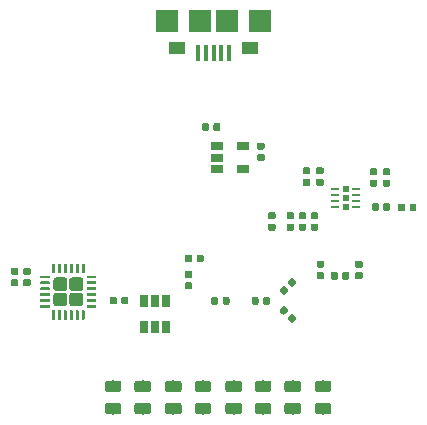
<source format=gtp>
G04 #@! TF.GenerationSoftware,KiCad,Pcbnew,(5.0.2)-1*
G04 #@! TF.CreationDate,2019-01-06T11:55:21+11:00*
G04 #@! TF.ProjectId,Gain_Block_Dev_Rev_0,4761696e-5f42-46c6-9f63-6b5f4465765f,rev?*
G04 #@! TF.SameCoordinates,Original*
G04 #@! TF.FileFunction,Paste,Top*
G04 #@! TF.FilePolarity,Positive*
%FSLAX46Y46*%
G04 Gerber Fmt 4.6, Leading zero omitted, Abs format (unit mm)*
G04 Created by KiCad (PCBNEW (5.0.2)-1) date 6/01/2019 11:55:21*
%MOMM*%
%LPD*%
G01*
G04 APERTURE LIST*
%ADD10C,0.100000*%
%ADD11C,1.130000*%
%ADD12C,0.250000*%
%ADD13C,0.590000*%
%ADD14R,1.900000X1.900000*%
%ADD15R,1.350000X1.000000*%
%ADD16R,0.400000X1.350000*%
%ADD17C,0.975000*%
%ADD18R,1.060000X0.650000*%
%ADD19R,0.700000X0.250000*%
%ADD20R,0.500000X0.590000*%
%ADD21R,0.650000X1.060000*%
G04 APERTURE END LIST*
D10*
G04 #@! TO.C,U1*
G36*
X116584504Y-93136204D02*
X116608773Y-93139804D01*
X116632571Y-93145765D01*
X116655671Y-93154030D01*
X116677849Y-93164520D01*
X116698893Y-93177133D01*
X116718598Y-93191747D01*
X116736777Y-93208223D01*
X116753253Y-93226402D01*
X116767867Y-93246107D01*
X116780480Y-93267151D01*
X116790970Y-93289329D01*
X116799235Y-93312429D01*
X116805196Y-93336227D01*
X116808796Y-93360496D01*
X116810000Y-93385000D01*
X116810000Y-94015000D01*
X116808796Y-94039504D01*
X116805196Y-94063773D01*
X116799235Y-94087571D01*
X116790970Y-94110671D01*
X116780480Y-94132849D01*
X116767867Y-94153893D01*
X116753253Y-94173598D01*
X116736777Y-94191777D01*
X116718598Y-94208253D01*
X116698893Y-94222867D01*
X116677849Y-94235480D01*
X116655671Y-94245970D01*
X116632571Y-94254235D01*
X116608773Y-94260196D01*
X116584504Y-94263796D01*
X116560000Y-94265000D01*
X115890000Y-94265000D01*
X115865496Y-94263796D01*
X115841227Y-94260196D01*
X115817429Y-94254235D01*
X115794329Y-94245970D01*
X115772151Y-94235480D01*
X115751107Y-94222867D01*
X115731402Y-94208253D01*
X115713223Y-94191777D01*
X115696747Y-94173598D01*
X115682133Y-94153893D01*
X115669520Y-94132849D01*
X115659030Y-94110671D01*
X115650765Y-94087571D01*
X115644804Y-94063773D01*
X115641204Y-94039504D01*
X115640000Y-94015000D01*
X115640000Y-93385000D01*
X115641204Y-93360496D01*
X115644804Y-93336227D01*
X115650765Y-93312429D01*
X115659030Y-93289329D01*
X115669520Y-93267151D01*
X115682133Y-93246107D01*
X115696747Y-93226402D01*
X115713223Y-93208223D01*
X115731402Y-93191747D01*
X115751107Y-93177133D01*
X115772151Y-93164520D01*
X115794329Y-93154030D01*
X115817429Y-93145765D01*
X115841227Y-93139804D01*
X115865496Y-93136204D01*
X115890000Y-93135000D01*
X116560000Y-93135000D01*
X116584504Y-93136204D01*
X116584504Y-93136204D01*
G37*
D11*
X116225000Y-93700000D03*
D10*
G36*
X116584504Y-94436204D02*
X116608773Y-94439804D01*
X116632571Y-94445765D01*
X116655671Y-94454030D01*
X116677849Y-94464520D01*
X116698893Y-94477133D01*
X116718598Y-94491747D01*
X116736777Y-94508223D01*
X116753253Y-94526402D01*
X116767867Y-94546107D01*
X116780480Y-94567151D01*
X116790970Y-94589329D01*
X116799235Y-94612429D01*
X116805196Y-94636227D01*
X116808796Y-94660496D01*
X116810000Y-94685000D01*
X116810000Y-95315000D01*
X116808796Y-95339504D01*
X116805196Y-95363773D01*
X116799235Y-95387571D01*
X116790970Y-95410671D01*
X116780480Y-95432849D01*
X116767867Y-95453893D01*
X116753253Y-95473598D01*
X116736777Y-95491777D01*
X116718598Y-95508253D01*
X116698893Y-95522867D01*
X116677849Y-95535480D01*
X116655671Y-95545970D01*
X116632571Y-95554235D01*
X116608773Y-95560196D01*
X116584504Y-95563796D01*
X116560000Y-95565000D01*
X115890000Y-95565000D01*
X115865496Y-95563796D01*
X115841227Y-95560196D01*
X115817429Y-95554235D01*
X115794329Y-95545970D01*
X115772151Y-95535480D01*
X115751107Y-95522867D01*
X115731402Y-95508253D01*
X115713223Y-95491777D01*
X115696747Y-95473598D01*
X115682133Y-95453893D01*
X115669520Y-95432849D01*
X115659030Y-95410671D01*
X115650765Y-95387571D01*
X115644804Y-95363773D01*
X115641204Y-95339504D01*
X115640000Y-95315000D01*
X115640000Y-94685000D01*
X115641204Y-94660496D01*
X115644804Y-94636227D01*
X115650765Y-94612429D01*
X115659030Y-94589329D01*
X115669520Y-94567151D01*
X115682133Y-94546107D01*
X115696747Y-94526402D01*
X115713223Y-94508223D01*
X115731402Y-94491747D01*
X115751107Y-94477133D01*
X115772151Y-94464520D01*
X115794329Y-94454030D01*
X115817429Y-94445765D01*
X115841227Y-94439804D01*
X115865496Y-94436204D01*
X115890000Y-94435000D01*
X116560000Y-94435000D01*
X116584504Y-94436204D01*
X116584504Y-94436204D01*
G37*
D11*
X116225000Y-95000000D03*
D10*
G36*
X117934504Y-93136204D02*
X117958773Y-93139804D01*
X117982571Y-93145765D01*
X118005671Y-93154030D01*
X118027849Y-93164520D01*
X118048893Y-93177133D01*
X118068598Y-93191747D01*
X118086777Y-93208223D01*
X118103253Y-93226402D01*
X118117867Y-93246107D01*
X118130480Y-93267151D01*
X118140970Y-93289329D01*
X118149235Y-93312429D01*
X118155196Y-93336227D01*
X118158796Y-93360496D01*
X118160000Y-93385000D01*
X118160000Y-94015000D01*
X118158796Y-94039504D01*
X118155196Y-94063773D01*
X118149235Y-94087571D01*
X118140970Y-94110671D01*
X118130480Y-94132849D01*
X118117867Y-94153893D01*
X118103253Y-94173598D01*
X118086777Y-94191777D01*
X118068598Y-94208253D01*
X118048893Y-94222867D01*
X118027849Y-94235480D01*
X118005671Y-94245970D01*
X117982571Y-94254235D01*
X117958773Y-94260196D01*
X117934504Y-94263796D01*
X117910000Y-94265000D01*
X117240000Y-94265000D01*
X117215496Y-94263796D01*
X117191227Y-94260196D01*
X117167429Y-94254235D01*
X117144329Y-94245970D01*
X117122151Y-94235480D01*
X117101107Y-94222867D01*
X117081402Y-94208253D01*
X117063223Y-94191777D01*
X117046747Y-94173598D01*
X117032133Y-94153893D01*
X117019520Y-94132849D01*
X117009030Y-94110671D01*
X117000765Y-94087571D01*
X116994804Y-94063773D01*
X116991204Y-94039504D01*
X116990000Y-94015000D01*
X116990000Y-93385000D01*
X116991204Y-93360496D01*
X116994804Y-93336227D01*
X117000765Y-93312429D01*
X117009030Y-93289329D01*
X117019520Y-93267151D01*
X117032133Y-93246107D01*
X117046747Y-93226402D01*
X117063223Y-93208223D01*
X117081402Y-93191747D01*
X117101107Y-93177133D01*
X117122151Y-93164520D01*
X117144329Y-93154030D01*
X117167429Y-93145765D01*
X117191227Y-93139804D01*
X117215496Y-93136204D01*
X117240000Y-93135000D01*
X117910000Y-93135000D01*
X117934504Y-93136204D01*
X117934504Y-93136204D01*
G37*
D11*
X117575000Y-93700000D03*
D10*
G36*
X117934504Y-94436204D02*
X117958773Y-94439804D01*
X117982571Y-94445765D01*
X118005671Y-94454030D01*
X118027849Y-94464520D01*
X118048893Y-94477133D01*
X118068598Y-94491747D01*
X118086777Y-94508223D01*
X118103253Y-94526402D01*
X118117867Y-94546107D01*
X118130480Y-94567151D01*
X118140970Y-94589329D01*
X118149235Y-94612429D01*
X118155196Y-94636227D01*
X118158796Y-94660496D01*
X118160000Y-94685000D01*
X118160000Y-95315000D01*
X118158796Y-95339504D01*
X118155196Y-95363773D01*
X118149235Y-95387571D01*
X118140970Y-95410671D01*
X118130480Y-95432849D01*
X118117867Y-95453893D01*
X118103253Y-95473598D01*
X118086777Y-95491777D01*
X118068598Y-95508253D01*
X118048893Y-95522867D01*
X118027849Y-95535480D01*
X118005671Y-95545970D01*
X117982571Y-95554235D01*
X117958773Y-95560196D01*
X117934504Y-95563796D01*
X117910000Y-95565000D01*
X117240000Y-95565000D01*
X117215496Y-95563796D01*
X117191227Y-95560196D01*
X117167429Y-95554235D01*
X117144329Y-95545970D01*
X117122151Y-95535480D01*
X117101107Y-95522867D01*
X117081402Y-95508253D01*
X117063223Y-95491777D01*
X117046747Y-95473598D01*
X117032133Y-95453893D01*
X117019520Y-95432849D01*
X117009030Y-95410671D01*
X117000765Y-95387571D01*
X116994804Y-95363773D01*
X116991204Y-95339504D01*
X116990000Y-95315000D01*
X116990000Y-94685000D01*
X116991204Y-94660496D01*
X116994804Y-94636227D01*
X117000765Y-94612429D01*
X117009030Y-94589329D01*
X117019520Y-94567151D01*
X117032133Y-94546107D01*
X117046747Y-94526402D01*
X117063223Y-94508223D01*
X117081402Y-94491747D01*
X117101107Y-94477133D01*
X117122151Y-94464520D01*
X117144329Y-94454030D01*
X117167429Y-94445765D01*
X117191227Y-94439804D01*
X117215496Y-94436204D01*
X117240000Y-94435000D01*
X117910000Y-94435000D01*
X117934504Y-94436204D01*
X117934504Y-94436204D01*
G37*
D11*
X117575000Y-95000000D03*
D10*
G36*
X115268626Y-92975301D02*
X115274693Y-92976201D01*
X115280643Y-92977691D01*
X115286418Y-92979758D01*
X115291962Y-92982380D01*
X115297223Y-92985533D01*
X115302150Y-92989187D01*
X115306694Y-92993306D01*
X115310813Y-92997850D01*
X115314467Y-93002777D01*
X115317620Y-93008038D01*
X115320242Y-93013582D01*
X115322309Y-93019357D01*
X115323799Y-93025307D01*
X115324699Y-93031374D01*
X115325000Y-93037500D01*
X115325000Y-93162500D01*
X115324699Y-93168626D01*
X115323799Y-93174693D01*
X115322309Y-93180643D01*
X115320242Y-93186418D01*
X115317620Y-93191962D01*
X115314467Y-93197223D01*
X115310813Y-93202150D01*
X115306694Y-93206694D01*
X115302150Y-93210813D01*
X115297223Y-93214467D01*
X115291962Y-93217620D01*
X115286418Y-93220242D01*
X115280643Y-93222309D01*
X115274693Y-93223799D01*
X115268626Y-93224699D01*
X115262500Y-93225000D01*
X114587500Y-93225000D01*
X114581374Y-93224699D01*
X114575307Y-93223799D01*
X114569357Y-93222309D01*
X114563582Y-93220242D01*
X114558038Y-93217620D01*
X114552777Y-93214467D01*
X114547850Y-93210813D01*
X114543306Y-93206694D01*
X114539187Y-93202150D01*
X114535533Y-93197223D01*
X114532380Y-93191962D01*
X114529758Y-93186418D01*
X114527691Y-93180643D01*
X114526201Y-93174693D01*
X114525301Y-93168626D01*
X114525000Y-93162500D01*
X114525000Y-93037500D01*
X114525301Y-93031374D01*
X114526201Y-93025307D01*
X114527691Y-93019357D01*
X114529758Y-93013582D01*
X114532380Y-93008038D01*
X114535533Y-93002777D01*
X114539187Y-92997850D01*
X114543306Y-92993306D01*
X114547850Y-92989187D01*
X114552777Y-92985533D01*
X114558038Y-92982380D01*
X114563582Y-92979758D01*
X114569357Y-92977691D01*
X114575307Y-92976201D01*
X114581374Y-92975301D01*
X114587500Y-92975000D01*
X115262500Y-92975000D01*
X115268626Y-92975301D01*
X115268626Y-92975301D01*
G37*
D12*
X114925000Y-93100000D03*
D10*
G36*
X115268626Y-93475301D02*
X115274693Y-93476201D01*
X115280643Y-93477691D01*
X115286418Y-93479758D01*
X115291962Y-93482380D01*
X115297223Y-93485533D01*
X115302150Y-93489187D01*
X115306694Y-93493306D01*
X115310813Y-93497850D01*
X115314467Y-93502777D01*
X115317620Y-93508038D01*
X115320242Y-93513582D01*
X115322309Y-93519357D01*
X115323799Y-93525307D01*
X115324699Y-93531374D01*
X115325000Y-93537500D01*
X115325000Y-93662500D01*
X115324699Y-93668626D01*
X115323799Y-93674693D01*
X115322309Y-93680643D01*
X115320242Y-93686418D01*
X115317620Y-93691962D01*
X115314467Y-93697223D01*
X115310813Y-93702150D01*
X115306694Y-93706694D01*
X115302150Y-93710813D01*
X115297223Y-93714467D01*
X115291962Y-93717620D01*
X115286418Y-93720242D01*
X115280643Y-93722309D01*
X115274693Y-93723799D01*
X115268626Y-93724699D01*
X115262500Y-93725000D01*
X114587500Y-93725000D01*
X114581374Y-93724699D01*
X114575307Y-93723799D01*
X114569357Y-93722309D01*
X114563582Y-93720242D01*
X114558038Y-93717620D01*
X114552777Y-93714467D01*
X114547850Y-93710813D01*
X114543306Y-93706694D01*
X114539187Y-93702150D01*
X114535533Y-93697223D01*
X114532380Y-93691962D01*
X114529758Y-93686418D01*
X114527691Y-93680643D01*
X114526201Y-93674693D01*
X114525301Y-93668626D01*
X114525000Y-93662500D01*
X114525000Y-93537500D01*
X114525301Y-93531374D01*
X114526201Y-93525307D01*
X114527691Y-93519357D01*
X114529758Y-93513582D01*
X114532380Y-93508038D01*
X114535533Y-93502777D01*
X114539187Y-93497850D01*
X114543306Y-93493306D01*
X114547850Y-93489187D01*
X114552777Y-93485533D01*
X114558038Y-93482380D01*
X114563582Y-93479758D01*
X114569357Y-93477691D01*
X114575307Y-93476201D01*
X114581374Y-93475301D01*
X114587500Y-93475000D01*
X115262500Y-93475000D01*
X115268626Y-93475301D01*
X115268626Y-93475301D01*
G37*
D12*
X114925000Y-93600000D03*
D10*
G36*
X115268626Y-93975301D02*
X115274693Y-93976201D01*
X115280643Y-93977691D01*
X115286418Y-93979758D01*
X115291962Y-93982380D01*
X115297223Y-93985533D01*
X115302150Y-93989187D01*
X115306694Y-93993306D01*
X115310813Y-93997850D01*
X115314467Y-94002777D01*
X115317620Y-94008038D01*
X115320242Y-94013582D01*
X115322309Y-94019357D01*
X115323799Y-94025307D01*
X115324699Y-94031374D01*
X115325000Y-94037500D01*
X115325000Y-94162500D01*
X115324699Y-94168626D01*
X115323799Y-94174693D01*
X115322309Y-94180643D01*
X115320242Y-94186418D01*
X115317620Y-94191962D01*
X115314467Y-94197223D01*
X115310813Y-94202150D01*
X115306694Y-94206694D01*
X115302150Y-94210813D01*
X115297223Y-94214467D01*
X115291962Y-94217620D01*
X115286418Y-94220242D01*
X115280643Y-94222309D01*
X115274693Y-94223799D01*
X115268626Y-94224699D01*
X115262500Y-94225000D01*
X114587500Y-94225000D01*
X114581374Y-94224699D01*
X114575307Y-94223799D01*
X114569357Y-94222309D01*
X114563582Y-94220242D01*
X114558038Y-94217620D01*
X114552777Y-94214467D01*
X114547850Y-94210813D01*
X114543306Y-94206694D01*
X114539187Y-94202150D01*
X114535533Y-94197223D01*
X114532380Y-94191962D01*
X114529758Y-94186418D01*
X114527691Y-94180643D01*
X114526201Y-94174693D01*
X114525301Y-94168626D01*
X114525000Y-94162500D01*
X114525000Y-94037500D01*
X114525301Y-94031374D01*
X114526201Y-94025307D01*
X114527691Y-94019357D01*
X114529758Y-94013582D01*
X114532380Y-94008038D01*
X114535533Y-94002777D01*
X114539187Y-93997850D01*
X114543306Y-93993306D01*
X114547850Y-93989187D01*
X114552777Y-93985533D01*
X114558038Y-93982380D01*
X114563582Y-93979758D01*
X114569357Y-93977691D01*
X114575307Y-93976201D01*
X114581374Y-93975301D01*
X114587500Y-93975000D01*
X115262500Y-93975000D01*
X115268626Y-93975301D01*
X115268626Y-93975301D01*
G37*
D12*
X114925000Y-94100000D03*
D10*
G36*
X115268626Y-94475301D02*
X115274693Y-94476201D01*
X115280643Y-94477691D01*
X115286418Y-94479758D01*
X115291962Y-94482380D01*
X115297223Y-94485533D01*
X115302150Y-94489187D01*
X115306694Y-94493306D01*
X115310813Y-94497850D01*
X115314467Y-94502777D01*
X115317620Y-94508038D01*
X115320242Y-94513582D01*
X115322309Y-94519357D01*
X115323799Y-94525307D01*
X115324699Y-94531374D01*
X115325000Y-94537500D01*
X115325000Y-94662500D01*
X115324699Y-94668626D01*
X115323799Y-94674693D01*
X115322309Y-94680643D01*
X115320242Y-94686418D01*
X115317620Y-94691962D01*
X115314467Y-94697223D01*
X115310813Y-94702150D01*
X115306694Y-94706694D01*
X115302150Y-94710813D01*
X115297223Y-94714467D01*
X115291962Y-94717620D01*
X115286418Y-94720242D01*
X115280643Y-94722309D01*
X115274693Y-94723799D01*
X115268626Y-94724699D01*
X115262500Y-94725000D01*
X114587500Y-94725000D01*
X114581374Y-94724699D01*
X114575307Y-94723799D01*
X114569357Y-94722309D01*
X114563582Y-94720242D01*
X114558038Y-94717620D01*
X114552777Y-94714467D01*
X114547850Y-94710813D01*
X114543306Y-94706694D01*
X114539187Y-94702150D01*
X114535533Y-94697223D01*
X114532380Y-94691962D01*
X114529758Y-94686418D01*
X114527691Y-94680643D01*
X114526201Y-94674693D01*
X114525301Y-94668626D01*
X114525000Y-94662500D01*
X114525000Y-94537500D01*
X114525301Y-94531374D01*
X114526201Y-94525307D01*
X114527691Y-94519357D01*
X114529758Y-94513582D01*
X114532380Y-94508038D01*
X114535533Y-94502777D01*
X114539187Y-94497850D01*
X114543306Y-94493306D01*
X114547850Y-94489187D01*
X114552777Y-94485533D01*
X114558038Y-94482380D01*
X114563582Y-94479758D01*
X114569357Y-94477691D01*
X114575307Y-94476201D01*
X114581374Y-94475301D01*
X114587500Y-94475000D01*
X115262500Y-94475000D01*
X115268626Y-94475301D01*
X115268626Y-94475301D01*
G37*
D12*
X114925000Y-94600000D03*
D10*
G36*
X115268626Y-94975301D02*
X115274693Y-94976201D01*
X115280643Y-94977691D01*
X115286418Y-94979758D01*
X115291962Y-94982380D01*
X115297223Y-94985533D01*
X115302150Y-94989187D01*
X115306694Y-94993306D01*
X115310813Y-94997850D01*
X115314467Y-95002777D01*
X115317620Y-95008038D01*
X115320242Y-95013582D01*
X115322309Y-95019357D01*
X115323799Y-95025307D01*
X115324699Y-95031374D01*
X115325000Y-95037500D01*
X115325000Y-95162500D01*
X115324699Y-95168626D01*
X115323799Y-95174693D01*
X115322309Y-95180643D01*
X115320242Y-95186418D01*
X115317620Y-95191962D01*
X115314467Y-95197223D01*
X115310813Y-95202150D01*
X115306694Y-95206694D01*
X115302150Y-95210813D01*
X115297223Y-95214467D01*
X115291962Y-95217620D01*
X115286418Y-95220242D01*
X115280643Y-95222309D01*
X115274693Y-95223799D01*
X115268626Y-95224699D01*
X115262500Y-95225000D01*
X114587500Y-95225000D01*
X114581374Y-95224699D01*
X114575307Y-95223799D01*
X114569357Y-95222309D01*
X114563582Y-95220242D01*
X114558038Y-95217620D01*
X114552777Y-95214467D01*
X114547850Y-95210813D01*
X114543306Y-95206694D01*
X114539187Y-95202150D01*
X114535533Y-95197223D01*
X114532380Y-95191962D01*
X114529758Y-95186418D01*
X114527691Y-95180643D01*
X114526201Y-95174693D01*
X114525301Y-95168626D01*
X114525000Y-95162500D01*
X114525000Y-95037500D01*
X114525301Y-95031374D01*
X114526201Y-95025307D01*
X114527691Y-95019357D01*
X114529758Y-95013582D01*
X114532380Y-95008038D01*
X114535533Y-95002777D01*
X114539187Y-94997850D01*
X114543306Y-94993306D01*
X114547850Y-94989187D01*
X114552777Y-94985533D01*
X114558038Y-94982380D01*
X114563582Y-94979758D01*
X114569357Y-94977691D01*
X114575307Y-94976201D01*
X114581374Y-94975301D01*
X114587500Y-94975000D01*
X115262500Y-94975000D01*
X115268626Y-94975301D01*
X115268626Y-94975301D01*
G37*
D12*
X114925000Y-95100000D03*
D10*
G36*
X115268626Y-95475301D02*
X115274693Y-95476201D01*
X115280643Y-95477691D01*
X115286418Y-95479758D01*
X115291962Y-95482380D01*
X115297223Y-95485533D01*
X115302150Y-95489187D01*
X115306694Y-95493306D01*
X115310813Y-95497850D01*
X115314467Y-95502777D01*
X115317620Y-95508038D01*
X115320242Y-95513582D01*
X115322309Y-95519357D01*
X115323799Y-95525307D01*
X115324699Y-95531374D01*
X115325000Y-95537500D01*
X115325000Y-95662500D01*
X115324699Y-95668626D01*
X115323799Y-95674693D01*
X115322309Y-95680643D01*
X115320242Y-95686418D01*
X115317620Y-95691962D01*
X115314467Y-95697223D01*
X115310813Y-95702150D01*
X115306694Y-95706694D01*
X115302150Y-95710813D01*
X115297223Y-95714467D01*
X115291962Y-95717620D01*
X115286418Y-95720242D01*
X115280643Y-95722309D01*
X115274693Y-95723799D01*
X115268626Y-95724699D01*
X115262500Y-95725000D01*
X114587500Y-95725000D01*
X114581374Y-95724699D01*
X114575307Y-95723799D01*
X114569357Y-95722309D01*
X114563582Y-95720242D01*
X114558038Y-95717620D01*
X114552777Y-95714467D01*
X114547850Y-95710813D01*
X114543306Y-95706694D01*
X114539187Y-95702150D01*
X114535533Y-95697223D01*
X114532380Y-95691962D01*
X114529758Y-95686418D01*
X114527691Y-95680643D01*
X114526201Y-95674693D01*
X114525301Y-95668626D01*
X114525000Y-95662500D01*
X114525000Y-95537500D01*
X114525301Y-95531374D01*
X114526201Y-95525307D01*
X114527691Y-95519357D01*
X114529758Y-95513582D01*
X114532380Y-95508038D01*
X114535533Y-95502777D01*
X114539187Y-95497850D01*
X114543306Y-95493306D01*
X114547850Y-95489187D01*
X114552777Y-95485533D01*
X114558038Y-95482380D01*
X114563582Y-95479758D01*
X114569357Y-95477691D01*
X114575307Y-95476201D01*
X114581374Y-95475301D01*
X114587500Y-95475000D01*
X115262500Y-95475000D01*
X115268626Y-95475301D01*
X115268626Y-95475301D01*
G37*
D12*
X114925000Y-95600000D03*
D10*
G36*
X115718626Y-95925301D02*
X115724693Y-95926201D01*
X115730643Y-95927691D01*
X115736418Y-95929758D01*
X115741962Y-95932380D01*
X115747223Y-95935533D01*
X115752150Y-95939187D01*
X115756694Y-95943306D01*
X115760813Y-95947850D01*
X115764467Y-95952777D01*
X115767620Y-95958038D01*
X115770242Y-95963582D01*
X115772309Y-95969357D01*
X115773799Y-95975307D01*
X115774699Y-95981374D01*
X115775000Y-95987500D01*
X115775000Y-96662500D01*
X115774699Y-96668626D01*
X115773799Y-96674693D01*
X115772309Y-96680643D01*
X115770242Y-96686418D01*
X115767620Y-96691962D01*
X115764467Y-96697223D01*
X115760813Y-96702150D01*
X115756694Y-96706694D01*
X115752150Y-96710813D01*
X115747223Y-96714467D01*
X115741962Y-96717620D01*
X115736418Y-96720242D01*
X115730643Y-96722309D01*
X115724693Y-96723799D01*
X115718626Y-96724699D01*
X115712500Y-96725000D01*
X115587500Y-96725000D01*
X115581374Y-96724699D01*
X115575307Y-96723799D01*
X115569357Y-96722309D01*
X115563582Y-96720242D01*
X115558038Y-96717620D01*
X115552777Y-96714467D01*
X115547850Y-96710813D01*
X115543306Y-96706694D01*
X115539187Y-96702150D01*
X115535533Y-96697223D01*
X115532380Y-96691962D01*
X115529758Y-96686418D01*
X115527691Y-96680643D01*
X115526201Y-96674693D01*
X115525301Y-96668626D01*
X115525000Y-96662500D01*
X115525000Y-95987500D01*
X115525301Y-95981374D01*
X115526201Y-95975307D01*
X115527691Y-95969357D01*
X115529758Y-95963582D01*
X115532380Y-95958038D01*
X115535533Y-95952777D01*
X115539187Y-95947850D01*
X115543306Y-95943306D01*
X115547850Y-95939187D01*
X115552777Y-95935533D01*
X115558038Y-95932380D01*
X115563582Y-95929758D01*
X115569357Y-95927691D01*
X115575307Y-95926201D01*
X115581374Y-95925301D01*
X115587500Y-95925000D01*
X115712500Y-95925000D01*
X115718626Y-95925301D01*
X115718626Y-95925301D01*
G37*
D12*
X115650000Y-96325000D03*
D10*
G36*
X116218626Y-95925301D02*
X116224693Y-95926201D01*
X116230643Y-95927691D01*
X116236418Y-95929758D01*
X116241962Y-95932380D01*
X116247223Y-95935533D01*
X116252150Y-95939187D01*
X116256694Y-95943306D01*
X116260813Y-95947850D01*
X116264467Y-95952777D01*
X116267620Y-95958038D01*
X116270242Y-95963582D01*
X116272309Y-95969357D01*
X116273799Y-95975307D01*
X116274699Y-95981374D01*
X116275000Y-95987500D01*
X116275000Y-96662500D01*
X116274699Y-96668626D01*
X116273799Y-96674693D01*
X116272309Y-96680643D01*
X116270242Y-96686418D01*
X116267620Y-96691962D01*
X116264467Y-96697223D01*
X116260813Y-96702150D01*
X116256694Y-96706694D01*
X116252150Y-96710813D01*
X116247223Y-96714467D01*
X116241962Y-96717620D01*
X116236418Y-96720242D01*
X116230643Y-96722309D01*
X116224693Y-96723799D01*
X116218626Y-96724699D01*
X116212500Y-96725000D01*
X116087500Y-96725000D01*
X116081374Y-96724699D01*
X116075307Y-96723799D01*
X116069357Y-96722309D01*
X116063582Y-96720242D01*
X116058038Y-96717620D01*
X116052777Y-96714467D01*
X116047850Y-96710813D01*
X116043306Y-96706694D01*
X116039187Y-96702150D01*
X116035533Y-96697223D01*
X116032380Y-96691962D01*
X116029758Y-96686418D01*
X116027691Y-96680643D01*
X116026201Y-96674693D01*
X116025301Y-96668626D01*
X116025000Y-96662500D01*
X116025000Y-95987500D01*
X116025301Y-95981374D01*
X116026201Y-95975307D01*
X116027691Y-95969357D01*
X116029758Y-95963582D01*
X116032380Y-95958038D01*
X116035533Y-95952777D01*
X116039187Y-95947850D01*
X116043306Y-95943306D01*
X116047850Y-95939187D01*
X116052777Y-95935533D01*
X116058038Y-95932380D01*
X116063582Y-95929758D01*
X116069357Y-95927691D01*
X116075307Y-95926201D01*
X116081374Y-95925301D01*
X116087500Y-95925000D01*
X116212500Y-95925000D01*
X116218626Y-95925301D01*
X116218626Y-95925301D01*
G37*
D12*
X116150000Y-96325000D03*
D10*
G36*
X116718626Y-95925301D02*
X116724693Y-95926201D01*
X116730643Y-95927691D01*
X116736418Y-95929758D01*
X116741962Y-95932380D01*
X116747223Y-95935533D01*
X116752150Y-95939187D01*
X116756694Y-95943306D01*
X116760813Y-95947850D01*
X116764467Y-95952777D01*
X116767620Y-95958038D01*
X116770242Y-95963582D01*
X116772309Y-95969357D01*
X116773799Y-95975307D01*
X116774699Y-95981374D01*
X116775000Y-95987500D01*
X116775000Y-96662500D01*
X116774699Y-96668626D01*
X116773799Y-96674693D01*
X116772309Y-96680643D01*
X116770242Y-96686418D01*
X116767620Y-96691962D01*
X116764467Y-96697223D01*
X116760813Y-96702150D01*
X116756694Y-96706694D01*
X116752150Y-96710813D01*
X116747223Y-96714467D01*
X116741962Y-96717620D01*
X116736418Y-96720242D01*
X116730643Y-96722309D01*
X116724693Y-96723799D01*
X116718626Y-96724699D01*
X116712500Y-96725000D01*
X116587500Y-96725000D01*
X116581374Y-96724699D01*
X116575307Y-96723799D01*
X116569357Y-96722309D01*
X116563582Y-96720242D01*
X116558038Y-96717620D01*
X116552777Y-96714467D01*
X116547850Y-96710813D01*
X116543306Y-96706694D01*
X116539187Y-96702150D01*
X116535533Y-96697223D01*
X116532380Y-96691962D01*
X116529758Y-96686418D01*
X116527691Y-96680643D01*
X116526201Y-96674693D01*
X116525301Y-96668626D01*
X116525000Y-96662500D01*
X116525000Y-95987500D01*
X116525301Y-95981374D01*
X116526201Y-95975307D01*
X116527691Y-95969357D01*
X116529758Y-95963582D01*
X116532380Y-95958038D01*
X116535533Y-95952777D01*
X116539187Y-95947850D01*
X116543306Y-95943306D01*
X116547850Y-95939187D01*
X116552777Y-95935533D01*
X116558038Y-95932380D01*
X116563582Y-95929758D01*
X116569357Y-95927691D01*
X116575307Y-95926201D01*
X116581374Y-95925301D01*
X116587500Y-95925000D01*
X116712500Y-95925000D01*
X116718626Y-95925301D01*
X116718626Y-95925301D01*
G37*
D12*
X116650000Y-96325000D03*
D10*
G36*
X117218626Y-95925301D02*
X117224693Y-95926201D01*
X117230643Y-95927691D01*
X117236418Y-95929758D01*
X117241962Y-95932380D01*
X117247223Y-95935533D01*
X117252150Y-95939187D01*
X117256694Y-95943306D01*
X117260813Y-95947850D01*
X117264467Y-95952777D01*
X117267620Y-95958038D01*
X117270242Y-95963582D01*
X117272309Y-95969357D01*
X117273799Y-95975307D01*
X117274699Y-95981374D01*
X117275000Y-95987500D01*
X117275000Y-96662500D01*
X117274699Y-96668626D01*
X117273799Y-96674693D01*
X117272309Y-96680643D01*
X117270242Y-96686418D01*
X117267620Y-96691962D01*
X117264467Y-96697223D01*
X117260813Y-96702150D01*
X117256694Y-96706694D01*
X117252150Y-96710813D01*
X117247223Y-96714467D01*
X117241962Y-96717620D01*
X117236418Y-96720242D01*
X117230643Y-96722309D01*
X117224693Y-96723799D01*
X117218626Y-96724699D01*
X117212500Y-96725000D01*
X117087500Y-96725000D01*
X117081374Y-96724699D01*
X117075307Y-96723799D01*
X117069357Y-96722309D01*
X117063582Y-96720242D01*
X117058038Y-96717620D01*
X117052777Y-96714467D01*
X117047850Y-96710813D01*
X117043306Y-96706694D01*
X117039187Y-96702150D01*
X117035533Y-96697223D01*
X117032380Y-96691962D01*
X117029758Y-96686418D01*
X117027691Y-96680643D01*
X117026201Y-96674693D01*
X117025301Y-96668626D01*
X117025000Y-96662500D01*
X117025000Y-95987500D01*
X117025301Y-95981374D01*
X117026201Y-95975307D01*
X117027691Y-95969357D01*
X117029758Y-95963582D01*
X117032380Y-95958038D01*
X117035533Y-95952777D01*
X117039187Y-95947850D01*
X117043306Y-95943306D01*
X117047850Y-95939187D01*
X117052777Y-95935533D01*
X117058038Y-95932380D01*
X117063582Y-95929758D01*
X117069357Y-95927691D01*
X117075307Y-95926201D01*
X117081374Y-95925301D01*
X117087500Y-95925000D01*
X117212500Y-95925000D01*
X117218626Y-95925301D01*
X117218626Y-95925301D01*
G37*
D12*
X117150000Y-96325000D03*
D10*
G36*
X117718626Y-95925301D02*
X117724693Y-95926201D01*
X117730643Y-95927691D01*
X117736418Y-95929758D01*
X117741962Y-95932380D01*
X117747223Y-95935533D01*
X117752150Y-95939187D01*
X117756694Y-95943306D01*
X117760813Y-95947850D01*
X117764467Y-95952777D01*
X117767620Y-95958038D01*
X117770242Y-95963582D01*
X117772309Y-95969357D01*
X117773799Y-95975307D01*
X117774699Y-95981374D01*
X117775000Y-95987500D01*
X117775000Y-96662500D01*
X117774699Y-96668626D01*
X117773799Y-96674693D01*
X117772309Y-96680643D01*
X117770242Y-96686418D01*
X117767620Y-96691962D01*
X117764467Y-96697223D01*
X117760813Y-96702150D01*
X117756694Y-96706694D01*
X117752150Y-96710813D01*
X117747223Y-96714467D01*
X117741962Y-96717620D01*
X117736418Y-96720242D01*
X117730643Y-96722309D01*
X117724693Y-96723799D01*
X117718626Y-96724699D01*
X117712500Y-96725000D01*
X117587500Y-96725000D01*
X117581374Y-96724699D01*
X117575307Y-96723799D01*
X117569357Y-96722309D01*
X117563582Y-96720242D01*
X117558038Y-96717620D01*
X117552777Y-96714467D01*
X117547850Y-96710813D01*
X117543306Y-96706694D01*
X117539187Y-96702150D01*
X117535533Y-96697223D01*
X117532380Y-96691962D01*
X117529758Y-96686418D01*
X117527691Y-96680643D01*
X117526201Y-96674693D01*
X117525301Y-96668626D01*
X117525000Y-96662500D01*
X117525000Y-95987500D01*
X117525301Y-95981374D01*
X117526201Y-95975307D01*
X117527691Y-95969357D01*
X117529758Y-95963582D01*
X117532380Y-95958038D01*
X117535533Y-95952777D01*
X117539187Y-95947850D01*
X117543306Y-95943306D01*
X117547850Y-95939187D01*
X117552777Y-95935533D01*
X117558038Y-95932380D01*
X117563582Y-95929758D01*
X117569357Y-95927691D01*
X117575307Y-95926201D01*
X117581374Y-95925301D01*
X117587500Y-95925000D01*
X117712500Y-95925000D01*
X117718626Y-95925301D01*
X117718626Y-95925301D01*
G37*
D12*
X117650000Y-96325000D03*
D10*
G36*
X118218626Y-95925301D02*
X118224693Y-95926201D01*
X118230643Y-95927691D01*
X118236418Y-95929758D01*
X118241962Y-95932380D01*
X118247223Y-95935533D01*
X118252150Y-95939187D01*
X118256694Y-95943306D01*
X118260813Y-95947850D01*
X118264467Y-95952777D01*
X118267620Y-95958038D01*
X118270242Y-95963582D01*
X118272309Y-95969357D01*
X118273799Y-95975307D01*
X118274699Y-95981374D01*
X118275000Y-95987500D01*
X118275000Y-96662500D01*
X118274699Y-96668626D01*
X118273799Y-96674693D01*
X118272309Y-96680643D01*
X118270242Y-96686418D01*
X118267620Y-96691962D01*
X118264467Y-96697223D01*
X118260813Y-96702150D01*
X118256694Y-96706694D01*
X118252150Y-96710813D01*
X118247223Y-96714467D01*
X118241962Y-96717620D01*
X118236418Y-96720242D01*
X118230643Y-96722309D01*
X118224693Y-96723799D01*
X118218626Y-96724699D01*
X118212500Y-96725000D01*
X118087500Y-96725000D01*
X118081374Y-96724699D01*
X118075307Y-96723799D01*
X118069357Y-96722309D01*
X118063582Y-96720242D01*
X118058038Y-96717620D01*
X118052777Y-96714467D01*
X118047850Y-96710813D01*
X118043306Y-96706694D01*
X118039187Y-96702150D01*
X118035533Y-96697223D01*
X118032380Y-96691962D01*
X118029758Y-96686418D01*
X118027691Y-96680643D01*
X118026201Y-96674693D01*
X118025301Y-96668626D01*
X118025000Y-96662500D01*
X118025000Y-95987500D01*
X118025301Y-95981374D01*
X118026201Y-95975307D01*
X118027691Y-95969357D01*
X118029758Y-95963582D01*
X118032380Y-95958038D01*
X118035533Y-95952777D01*
X118039187Y-95947850D01*
X118043306Y-95943306D01*
X118047850Y-95939187D01*
X118052777Y-95935533D01*
X118058038Y-95932380D01*
X118063582Y-95929758D01*
X118069357Y-95927691D01*
X118075307Y-95926201D01*
X118081374Y-95925301D01*
X118087500Y-95925000D01*
X118212500Y-95925000D01*
X118218626Y-95925301D01*
X118218626Y-95925301D01*
G37*
D12*
X118150000Y-96325000D03*
D10*
G36*
X119218626Y-95475301D02*
X119224693Y-95476201D01*
X119230643Y-95477691D01*
X119236418Y-95479758D01*
X119241962Y-95482380D01*
X119247223Y-95485533D01*
X119252150Y-95489187D01*
X119256694Y-95493306D01*
X119260813Y-95497850D01*
X119264467Y-95502777D01*
X119267620Y-95508038D01*
X119270242Y-95513582D01*
X119272309Y-95519357D01*
X119273799Y-95525307D01*
X119274699Y-95531374D01*
X119275000Y-95537500D01*
X119275000Y-95662500D01*
X119274699Y-95668626D01*
X119273799Y-95674693D01*
X119272309Y-95680643D01*
X119270242Y-95686418D01*
X119267620Y-95691962D01*
X119264467Y-95697223D01*
X119260813Y-95702150D01*
X119256694Y-95706694D01*
X119252150Y-95710813D01*
X119247223Y-95714467D01*
X119241962Y-95717620D01*
X119236418Y-95720242D01*
X119230643Y-95722309D01*
X119224693Y-95723799D01*
X119218626Y-95724699D01*
X119212500Y-95725000D01*
X118537500Y-95725000D01*
X118531374Y-95724699D01*
X118525307Y-95723799D01*
X118519357Y-95722309D01*
X118513582Y-95720242D01*
X118508038Y-95717620D01*
X118502777Y-95714467D01*
X118497850Y-95710813D01*
X118493306Y-95706694D01*
X118489187Y-95702150D01*
X118485533Y-95697223D01*
X118482380Y-95691962D01*
X118479758Y-95686418D01*
X118477691Y-95680643D01*
X118476201Y-95674693D01*
X118475301Y-95668626D01*
X118475000Y-95662500D01*
X118475000Y-95537500D01*
X118475301Y-95531374D01*
X118476201Y-95525307D01*
X118477691Y-95519357D01*
X118479758Y-95513582D01*
X118482380Y-95508038D01*
X118485533Y-95502777D01*
X118489187Y-95497850D01*
X118493306Y-95493306D01*
X118497850Y-95489187D01*
X118502777Y-95485533D01*
X118508038Y-95482380D01*
X118513582Y-95479758D01*
X118519357Y-95477691D01*
X118525307Y-95476201D01*
X118531374Y-95475301D01*
X118537500Y-95475000D01*
X119212500Y-95475000D01*
X119218626Y-95475301D01*
X119218626Y-95475301D01*
G37*
D12*
X118875000Y-95600000D03*
D10*
G36*
X119218626Y-94975301D02*
X119224693Y-94976201D01*
X119230643Y-94977691D01*
X119236418Y-94979758D01*
X119241962Y-94982380D01*
X119247223Y-94985533D01*
X119252150Y-94989187D01*
X119256694Y-94993306D01*
X119260813Y-94997850D01*
X119264467Y-95002777D01*
X119267620Y-95008038D01*
X119270242Y-95013582D01*
X119272309Y-95019357D01*
X119273799Y-95025307D01*
X119274699Y-95031374D01*
X119275000Y-95037500D01*
X119275000Y-95162500D01*
X119274699Y-95168626D01*
X119273799Y-95174693D01*
X119272309Y-95180643D01*
X119270242Y-95186418D01*
X119267620Y-95191962D01*
X119264467Y-95197223D01*
X119260813Y-95202150D01*
X119256694Y-95206694D01*
X119252150Y-95210813D01*
X119247223Y-95214467D01*
X119241962Y-95217620D01*
X119236418Y-95220242D01*
X119230643Y-95222309D01*
X119224693Y-95223799D01*
X119218626Y-95224699D01*
X119212500Y-95225000D01*
X118537500Y-95225000D01*
X118531374Y-95224699D01*
X118525307Y-95223799D01*
X118519357Y-95222309D01*
X118513582Y-95220242D01*
X118508038Y-95217620D01*
X118502777Y-95214467D01*
X118497850Y-95210813D01*
X118493306Y-95206694D01*
X118489187Y-95202150D01*
X118485533Y-95197223D01*
X118482380Y-95191962D01*
X118479758Y-95186418D01*
X118477691Y-95180643D01*
X118476201Y-95174693D01*
X118475301Y-95168626D01*
X118475000Y-95162500D01*
X118475000Y-95037500D01*
X118475301Y-95031374D01*
X118476201Y-95025307D01*
X118477691Y-95019357D01*
X118479758Y-95013582D01*
X118482380Y-95008038D01*
X118485533Y-95002777D01*
X118489187Y-94997850D01*
X118493306Y-94993306D01*
X118497850Y-94989187D01*
X118502777Y-94985533D01*
X118508038Y-94982380D01*
X118513582Y-94979758D01*
X118519357Y-94977691D01*
X118525307Y-94976201D01*
X118531374Y-94975301D01*
X118537500Y-94975000D01*
X119212500Y-94975000D01*
X119218626Y-94975301D01*
X119218626Y-94975301D01*
G37*
D12*
X118875000Y-95100000D03*
D10*
G36*
X119218626Y-94475301D02*
X119224693Y-94476201D01*
X119230643Y-94477691D01*
X119236418Y-94479758D01*
X119241962Y-94482380D01*
X119247223Y-94485533D01*
X119252150Y-94489187D01*
X119256694Y-94493306D01*
X119260813Y-94497850D01*
X119264467Y-94502777D01*
X119267620Y-94508038D01*
X119270242Y-94513582D01*
X119272309Y-94519357D01*
X119273799Y-94525307D01*
X119274699Y-94531374D01*
X119275000Y-94537500D01*
X119275000Y-94662500D01*
X119274699Y-94668626D01*
X119273799Y-94674693D01*
X119272309Y-94680643D01*
X119270242Y-94686418D01*
X119267620Y-94691962D01*
X119264467Y-94697223D01*
X119260813Y-94702150D01*
X119256694Y-94706694D01*
X119252150Y-94710813D01*
X119247223Y-94714467D01*
X119241962Y-94717620D01*
X119236418Y-94720242D01*
X119230643Y-94722309D01*
X119224693Y-94723799D01*
X119218626Y-94724699D01*
X119212500Y-94725000D01*
X118537500Y-94725000D01*
X118531374Y-94724699D01*
X118525307Y-94723799D01*
X118519357Y-94722309D01*
X118513582Y-94720242D01*
X118508038Y-94717620D01*
X118502777Y-94714467D01*
X118497850Y-94710813D01*
X118493306Y-94706694D01*
X118489187Y-94702150D01*
X118485533Y-94697223D01*
X118482380Y-94691962D01*
X118479758Y-94686418D01*
X118477691Y-94680643D01*
X118476201Y-94674693D01*
X118475301Y-94668626D01*
X118475000Y-94662500D01*
X118475000Y-94537500D01*
X118475301Y-94531374D01*
X118476201Y-94525307D01*
X118477691Y-94519357D01*
X118479758Y-94513582D01*
X118482380Y-94508038D01*
X118485533Y-94502777D01*
X118489187Y-94497850D01*
X118493306Y-94493306D01*
X118497850Y-94489187D01*
X118502777Y-94485533D01*
X118508038Y-94482380D01*
X118513582Y-94479758D01*
X118519357Y-94477691D01*
X118525307Y-94476201D01*
X118531374Y-94475301D01*
X118537500Y-94475000D01*
X119212500Y-94475000D01*
X119218626Y-94475301D01*
X119218626Y-94475301D01*
G37*
D12*
X118875000Y-94600000D03*
D10*
G36*
X119218626Y-93975301D02*
X119224693Y-93976201D01*
X119230643Y-93977691D01*
X119236418Y-93979758D01*
X119241962Y-93982380D01*
X119247223Y-93985533D01*
X119252150Y-93989187D01*
X119256694Y-93993306D01*
X119260813Y-93997850D01*
X119264467Y-94002777D01*
X119267620Y-94008038D01*
X119270242Y-94013582D01*
X119272309Y-94019357D01*
X119273799Y-94025307D01*
X119274699Y-94031374D01*
X119275000Y-94037500D01*
X119275000Y-94162500D01*
X119274699Y-94168626D01*
X119273799Y-94174693D01*
X119272309Y-94180643D01*
X119270242Y-94186418D01*
X119267620Y-94191962D01*
X119264467Y-94197223D01*
X119260813Y-94202150D01*
X119256694Y-94206694D01*
X119252150Y-94210813D01*
X119247223Y-94214467D01*
X119241962Y-94217620D01*
X119236418Y-94220242D01*
X119230643Y-94222309D01*
X119224693Y-94223799D01*
X119218626Y-94224699D01*
X119212500Y-94225000D01*
X118537500Y-94225000D01*
X118531374Y-94224699D01*
X118525307Y-94223799D01*
X118519357Y-94222309D01*
X118513582Y-94220242D01*
X118508038Y-94217620D01*
X118502777Y-94214467D01*
X118497850Y-94210813D01*
X118493306Y-94206694D01*
X118489187Y-94202150D01*
X118485533Y-94197223D01*
X118482380Y-94191962D01*
X118479758Y-94186418D01*
X118477691Y-94180643D01*
X118476201Y-94174693D01*
X118475301Y-94168626D01*
X118475000Y-94162500D01*
X118475000Y-94037500D01*
X118475301Y-94031374D01*
X118476201Y-94025307D01*
X118477691Y-94019357D01*
X118479758Y-94013582D01*
X118482380Y-94008038D01*
X118485533Y-94002777D01*
X118489187Y-93997850D01*
X118493306Y-93993306D01*
X118497850Y-93989187D01*
X118502777Y-93985533D01*
X118508038Y-93982380D01*
X118513582Y-93979758D01*
X118519357Y-93977691D01*
X118525307Y-93976201D01*
X118531374Y-93975301D01*
X118537500Y-93975000D01*
X119212500Y-93975000D01*
X119218626Y-93975301D01*
X119218626Y-93975301D01*
G37*
D12*
X118875000Y-94100000D03*
D10*
G36*
X119218626Y-93475301D02*
X119224693Y-93476201D01*
X119230643Y-93477691D01*
X119236418Y-93479758D01*
X119241962Y-93482380D01*
X119247223Y-93485533D01*
X119252150Y-93489187D01*
X119256694Y-93493306D01*
X119260813Y-93497850D01*
X119264467Y-93502777D01*
X119267620Y-93508038D01*
X119270242Y-93513582D01*
X119272309Y-93519357D01*
X119273799Y-93525307D01*
X119274699Y-93531374D01*
X119275000Y-93537500D01*
X119275000Y-93662500D01*
X119274699Y-93668626D01*
X119273799Y-93674693D01*
X119272309Y-93680643D01*
X119270242Y-93686418D01*
X119267620Y-93691962D01*
X119264467Y-93697223D01*
X119260813Y-93702150D01*
X119256694Y-93706694D01*
X119252150Y-93710813D01*
X119247223Y-93714467D01*
X119241962Y-93717620D01*
X119236418Y-93720242D01*
X119230643Y-93722309D01*
X119224693Y-93723799D01*
X119218626Y-93724699D01*
X119212500Y-93725000D01*
X118537500Y-93725000D01*
X118531374Y-93724699D01*
X118525307Y-93723799D01*
X118519357Y-93722309D01*
X118513582Y-93720242D01*
X118508038Y-93717620D01*
X118502777Y-93714467D01*
X118497850Y-93710813D01*
X118493306Y-93706694D01*
X118489187Y-93702150D01*
X118485533Y-93697223D01*
X118482380Y-93691962D01*
X118479758Y-93686418D01*
X118477691Y-93680643D01*
X118476201Y-93674693D01*
X118475301Y-93668626D01*
X118475000Y-93662500D01*
X118475000Y-93537500D01*
X118475301Y-93531374D01*
X118476201Y-93525307D01*
X118477691Y-93519357D01*
X118479758Y-93513582D01*
X118482380Y-93508038D01*
X118485533Y-93502777D01*
X118489187Y-93497850D01*
X118493306Y-93493306D01*
X118497850Y-93489187D01*
X118502777Y-93485533D01*
X118508038Y-93482380D01*
X118513582Y-93479758D01*
X118519357Y-93477691D01*
X118525307Y-93476201D01*
X118531374Y-93475301D01*
X118537500Y-93475000D01*
X119212500Y-93475000D01*
X119218626Y-93475301D01*
X119218626Y-93475301D01*
G37*
D12*
X118875000Y-93600000D03*
D10*
G36*
X119218626Y-92975301D02*
X119224693Y-92976201D01*
X119230643Y-92977691D01*
X119236418Y-92979758D01*
X119241962Y-92982380D01*
X119247223Y-92985533D01*
X119252150Y-92989187D01*
X119256694Y-92993306D01*
X119260813Y-92997850D01*
X119264467Y-93002777D01*
X119267620Y-93008038D01*
X119270242Y-93013582D01*
X119272309Y-93019357D01*
X119273799Y-93025307D01*
X119274699Y-93031374D01*
X119275000Y-93037500D01*
X119275000Y-93162500D01*
X119274699Y-93168626D01*
X119273799Y-93174693D01*
X119272309Y-93180643D01*
X119270242Y-93186418D01*
X119267620Y-93191962D01*
X119264467Y-93197223D01*
X119260813Y-93202150D01*
X119256694Y-93206694D01*
X119252150Y-93210813D01*
X119247223Y-93214467D01*
X119241962Y-93217620D01*
X119236418Y-93220242D01*
X119230643Y-93222309D01*
X119224693Y-93223799D01*
X119218626Y-93224699D01*
X119212500Y-93225000D01*
X118537500Y-93225000D01*
X118531374Y-93224699D01*
X118525307Y-93223799D01*
X118519357Y-93222309D01*
X118513582Y-93220242D01*
X118508038Y-93217620D01*
X118502777Y-93214467D01*
X118497850Y-93210813D01*
X118493306Y-93206694D01*
X118489187Y-93202150D01*
X118485533Y-93197223D01*
X118482380Y-93191962D01*
X118479758Y-93186418D01*
X118477691Y-93180643D01*
X118476201Y-93174693D01*
X118475301Y-93168626D01*
X118475000Y-93162500D01*
X118475000Y-93037500D01*
X118475301Y-93031374D01*
X118476201Y-93025307D01*
X118477691Y-93019357D01*
X118479758Y-93013582D01*
X118482380Y-93008038D01*
X118485533Y-93002777D01*
X118489187Y-92997850D01*
X118493306Y-92993306D01*
X118497850Y-92989187D01*
X118502777Y-92985533D01*
X118508038Y-92982380D01*
X118513582Y-92979758D01*
X118519357Y-92977691D01*
X118525307Y-92976201D01*
X118531374Y-92975301D01*
X118537500Y-92975000D01*
X119212500Y-92975000D01*
X119218626Y-92975301D01*
X119218626Y-92975301D01*
G37*
D12*
X118875000Y-93100000D03*
D10*
G36*
X118218626Y-91975301D02*
X118224693Y-91976201D01*
X118230643Y-91977691D01*
X118236418Y-91979758D01*
X118241962Y-91982380D01*
X118247223Y-91985533D01*
X118252150Y-91989187D01*
X118256694Y-91993306D01*
X118260813Y-91997850D01*
X118264467Y-92002777D01*
X118267620Y-92008038D01*
X118270242Y-92013582D01*
X118272309Y-92019357D01*
X118273799Y-92025307D01*
X118274699Y-92031374D01*
X118275000Y-92037500D01*
X118275000Y-92712500D01*
X118274699Y-92718626D01*
X118273799Y-92724693D01*
X118272309Y-92730643D01*
X118270242Y-92736418D01*
X118267620Y-92741962D01*
X118264467Y-92747223D01*
X118260813Y-92752150D01*
X118256694Y-92756694D01*
X118252150Y-92760813D01*
X118247223Y-92764467D01*
X118241962Y-92767620D01*
X118236418Y-92770242D01*
X118230643Y-92772309D01*
X118224693Y-92773799D01*
X118218626Y-92774699D01*
X118212500Y-92775000D01*
X118087500Y-92775000D01*
X118081374Y-92774699D01*
X118075307Y-92773799D01*
X118069357Y-92772309D01*
X118063582Y-92770242D01*
X118058038Y-92767620D01*
X118052777Y-92764467D01*
X118047850Y-92760813D01*
X118043306Y-92756694D01*
X118039187Y-92752150D01*
X118035533Y-92747223D01*
X118032380Y-92741962D01*
X118029758Y-92736418D01*
X118027691Y-92730643D01*
X118026201Y-92724693D01*
X118025301Y-92718626D01*
X118025000Y-92712500D01*
X118025000Y-92037500D01*
X118025301Y-92031374D01*
X118026201Y-92025307D01*
X118027691Y-92019357D01*
X118029758Y-92013582D01*
X118032380Y-92008038D01*
X118035533Y-92002777D01*
X118039187Y-91997850D01*
X118043306Y-91993306D01*
X118047850Y-91989187D01*
X118052777Y-91985533D01*
X118058038Y-91982380D01*
X118063582Y-91979758D01*
X118069357Y-91977691D01*
X118075307Y-91976201D01*
X118081374Y-91975301D01*
X118087500Y-91975000D01*
X118212500Y-91975000D01*
X118218626Y-91975301D01*
X118218626Y-91975301D01*
G37*
D12*
X118150000Y-92375000D03*
D10*
G36*
X117718626Y-91975301D02*
X117724693Y-91976201D01*
X117730643Y-91977691D01*
X117736418Y-91979758D01*
X117741962Y-91982380D01*
X117747223Y-91985533D01*
X117752150Y-91989187D01*
X117756694Y-91993306D01*
X117760813Y-91997850D01*
X117764467Y-92002777D01*
X117767620Y-92008038D01*
X117770242Y-92013582D01*
X117772309Y-92019357D01*
X117773799Y-92025307D01*
X117774699Y-92031374D01*
X117775000Y-92037500D01*
X117775000Y-92712500D01*
X117774699Y-92718626D01*
X117773799Y-92724693D01*
X117772309Y-92730643D01*
X117770242Y-92736418D01*
X117767620Y-92741962D01*
X117764467Y-92747223D01*
X117760813Y-92752150D01*
X117756694Y-92756694D01*
X117752150Y-92760813D01*
X117747223Y-92764467D01*
X117741962Y-92767620D01*
X117736418Y-92770242D01*
X117730643Y-92772309D01*
X117724693Y-92773799D01*
X117718626Y-92774699D01*
X117712500Y-92775000D01*
X117587500Y-92775000D01*
X117581374Y-92774699D01*
X117575307Y-92773799D01*
X117569357Y-92772309D01*
X117563582Y-92770242D01*
X117558038Y-92767620D01*
X117552777Y-92764467D01*
X117547850Y-92760813D01*
X117543306Y-92756694D01*
X117539187Y-92752150D01*
X117535533Y-92747223D01*
X117532380Y-92741962D01*
X117529758Y-92736418D01*
X117527691Y-92730643D01*
X117526201Y-92724693D01*
X117525301Y-92718626D01*
X117525000Y-92712500D01*
X117525000Y-92037500D01*
X117525301Y-92031374D01*
X117526201Y-92025307D01*
X117527691Y-92019357D01*
X117529758Y-92013582D01*
X117532380Y-92008038D01*
X117535533Y-92002777D01*
X117539187Y-91997850D01*
X117543306Y-91993306D01*
X117547850Y-91989187D01*
X117552777Y-91985533D01*
X117558038Y-91982380D01*
X117563582Y-91979758D01*
X117569357Y-91977691D01*
X117575307Y-91976201D01*
X117581374Y-91975301D01*
X117587500Y-91975000D01*
X117712500Y-91975000D01*
X117718626Y-91975301D01*
X117718626Y-91975301D01*
G37*
D12*
X117650000Y-92375000D03*
D10*
G36*
X117218626Y-91975301D02*
X117224693Y-91976201D01*
X117230643Y-91977691D01*
X117236418Y-91979758D01*
X117241962Y-91982380D01*
X117247223Y-91985533D01*
X117252150Y-91989187D01*
X117256694Y-91993306D01*
X117260813Y-91997850D01*
X117264467Y-92002777D01*
X117267620Y-92008038D01*
X117270242Y-92013582D01*
X117272309Y-92019357D01*
X117273799Y-92025307D01*
X117274699Y-92031374D01*
X117275000Y-92037500D01*
X117275000Y-92712500D01*
X117274699Y-92718626D01*
X117273799Y-92724693D01*
X117272309Y-92730643D01*
X117270242Y-92736418D01*
X117267620Y-92741962D01*
X117264467Y-92747223D01*
X117260813Y-92752150D01*
X117256694Y-92756694D01*
X117252150Y-92760813D01*
X117247223Y-92764467D01*
X117241962Y-92767620D01*
X117236418Y-92770242D01*
X117230643Y-92772309D01*
X117224693Y-92773799D01*
X117218626Y-92774699D01*
X117212500Y-92775000D01*
X117087500Y-92775000D01*
X117081374Y-92774699D01*
X117075307Y-92773799D01*
X117069357Y-92772309D01*
X117063582Y-92770242D01*
X117058038Y-92767620D01*
X117052777Y-92764467D01*
X117047850Y-92760813D01*
X117043306Y-92756694D01*
X117039187Y-92752150D01*
X117035533Y-92747223D01*
X117032380Y-92741962D01*
X117029758Y-92736418D01*
X117027691Y-92730643D01*
X117026201Y-92724693D01*
X117025301Y-92718626D01*
X117025000Y-92712500D01*
X117025000Y-92037500D01*
X117025301Y-92031374D01*
X117026201Y-92025307D01*
X117027691Y-92019357D01*
X117029758Y-92013582D01*
X117032380Y-92008038D01*
X117035533Y-92002777D01*
X117039187Y-91997850D01*
X117043306Y-91993306D01*
X117047850Y-91989187D01*
X117052777Y-91985533D01*
X117058038Y-91982380D01*
X117063582Y-91979758D01*
X117069357Y-91977691D01*
X117075307Y-91976201D01*
X117081374Y-91975301D01*
X117087500Y-91975000D01*
X117212500Y-91975000D01*
X117218626Y-91975301D01*
X117218626Y-91975301D01*
G37*
D12*
X117150000Y-92375000D03*
D10*
G36*
X116718626Y-91975301D02*
X116724693Y-91976201D01*
X116730643Y-91977691D01*
X116736418Y-91979758D01*
X116741962Y-91982380D01*
X116747223Y-91985533D01*
X116752150Y-91989187D01*
X116756694Y-91993306D01*
X116760813Y-91997850D01*
X116764467Y-92002777D01*
X116767620Y-92008038D01*
X116770242Y-92013582D01*
X116772309Y-92019357D01*
X116773799Y-92025307D01*
X116774699Y-92031374D01*
X116775000Y-92037500D01*
X116775000Y-92712500D01*
X116774699Y-92718626D01*
X116773799Y-92724693D01*
X116772309Y-92730643D01*
X116770242Y-92736418D01*
X116767620Y-92741962D01*
X116764467Y-92747223D01*
X116760813Y-92752150D01*
X116756694Y-92756694D01*
X116752150Y-92760813D01*
X116747223Y-92764467D01*
X116741962Y-92767620D01*
X116736418Y-92770242D01*
X116730643Y-92772309D01*
X116724693Y-92773799D01*
X116718626Y-92774699D01*
X116712500Y-92775000D01*
X116587500Y-92775000D01*
X116581374Y-92774699D01*
X116575307Y-92773799D01*
X116569357Y-92772309D01*
X116563582Y-92770242D01*
X116558038Y-92767620D01*
X116552777Y-92764467D01*
X116547850Y-92760813D01*
X116543306Y-92756694D01*
X116539187Y-92752150D01*
X116535533Y-92747223D01*
X116532380Y-92741962D01*
X116529758Y-92736418D01*
X116527691Y-92730643D01*
X116526201Y-92724693D01*
X116525301Y-92718626D01*
X116525000Y-92712500D01*
X116525000Y-92037500D01*
X116525301Y-92031374D01*
X116526201Y-92025307D01*
X116527691Y-92019357D01*
X116529758Y-92013582D01*
X116532380Y-92008038D01*
X116535533Y-92002777D01*
X116539187Y-91997850D01*
X116543306Y-91993306D01*
X116547850Y-91989187D01*
X116552777Y-91985533D01*
X116558038Y-91982380D01*
X116563582Y-91979758D01*
X116569357Y-91977691D01*
X116575307Y-91976201D01*
X116581374Y-91975301D01*
X116587500Y-91975000D01*
X116712500Y-91975000D01*
X116718626Y-91975301D01*
X116718626Y-91975301D01*
G37*
D12*
X116650000Y-92375000D03*
D10*
G36*
X116218626Y-91975301D02*
X116224693Y-91976201D01*
X116230643Y-91977691D01*
X116236418Y-91979758D01*
X116241962Y-91982380D01*
X116247223Y-91985533D01*
X116252150Y-91989187D01*
X116256694Y-91993306D01*
X116260813Y-91997850D01*
X116264467Y-92002777D01*
X116267620Y-92008038D01*
X116270242Y-92013582D01*
X116272309Y-92019357D01*
X116273799Y-92025307D01*
X116274699Y-92031374D01*
X116275000Y-92037500D01*
X116275000Y-92712500D01*
X116274699Y-92718626D01*
X116273799Y-92724693D01*
X116272309Y-92730643D01*
X116270242Y-92736418D01*
X116267620Y-92741962D01*
X116264467Y-92747223D01*
X116260813Y-92752150D01*
X116256694Y-92756694D01*
X116252150Y-92760813D01*
X116247223Y-92764467D01*
X116241962Y-92767620D01*
X116236418Y-92770242D01*
X116230643Y-92772309D01*
X116224693Y-92773799D01*
X116218626Y-92774699D01*
X116212500Y-92775000D01*
X116087500Y-92775000D01*
X116081374Y-92774699D01*
X116075307Y-92773799D01*
X116069357Y-92772309D01*
X116063582Y-92770242D01*
X116058038Y-92767620D01*
X116052777Y-92764467D01*
X116047850Y-92760813D01*
X116043306Y-92756694D01*
X116039187Y-92752150D01*
X116035533Y-92747223D01*
X116032380Y-92741962D01*
X116029758Y-92736418D01*
X116027691Y-92730643D01*
X116026201Y-92724693D01*
X116025301Y-92718626D01*
X116025000Y-92712500D01*
X116025000Y-92037500D01*
X116025301Y-92031374D01*
X116026201Y-92025307D01*
X116027691Y-92019357D01*
X116029758Y-92013582D01*
X116032380Y-92008038D01*
X116035533Y-92002777D01*
X116039187Y-91997850D01*
X116043306Y-91993306D01*
X116047850Y-91989187D01*
X116052777Y-91985533D01*
X116058038Y-91982380D01*
X116063582Y-91979758D01*
X116069357Y-91977691D01*
X116075307Y-91976201D01*
X116081374Y-91975301D01*
X116087500Y-91975000D01*
X116212500Y-91975000D01*
X116218626Y-91975301D01*
X116218626Y-91975301D01*
G37*
D12*
X116150000Y-92375000D03*
D10*
G36*
X115718626Y-91975301D02*
X115724693Y-91976201D01*
X115730643Y-91977691D01*
X115736418Y-91979758D01*
X115741962Y-91982380D01*
X115747223Y-91985533D01*
X115752150Y-91989187D01*
X115756694Y-91993306D01*
X115760813Y-91997850D01*
X115764467Y-92002777D01*
X115767620Y-92008038D01*
X115770242Y-92013582D01*
X115772309Y-92019357D01*
X115773799Y-92025307D01*
X115774699Y-92031374D01*
X115775000Y-92037500D01*
X115775000Y-92712500D01*
X115774699Y-92718626D01*
X115773799Y-92724693D01*
X115772309Y-92730643D01*
X115770242Y-92736418D01*
X115767620Y-92741962D01*
X115764467Y-92747223D01*
X115760813Y-92752150D01*
X115756694Y-92756694D01*
X115752150Y-92760813D01*
X115747223Y-92764467D01*
X115741962Y-92767620D01*
X115736418Y-92770242D01*
X115730643Y-92772309D01*
X115724693Y-92773799D01*
X115718626Y-92774699D01*
X115712500Y-92775000D01*
X115587500Y-92775000D01*
X115581374Y-92774699D01*
X115575307Y-92773799D01*
X115569357Y-92772309D01*
X115563582Y-92770242D01*
X115558038Y-92767620D01*
X115552777Y-92764467D01*
X115547850Y-92760813D01*
X115543306Y-92756694D01*
X115539187Y-92752150D01*
X115535533Y-92747223D01*
X115532380Y-92741962D01*
X115529758Y-92736418D01*
X115527691Y-92730643D01*
X115526201Y-92724693D01*
X115525301Y-92718626D01*
X115525000Y-92712500D01*
X115525000Y-92037500D01*
X115525301Y-92031374D01*
X115526201Y-92025307D01*
X115527691Y-92019357D01*
X115529758Y-92013582D01*
X115532380Y-92008038D01*
X115535533Y-92002777D01*
X115539187Y-91997850D01*
X115543306Y-91993306D01*
X115547850Y-91989187D01*
X115552777Y-91985533D01*
X115558038Y-91982380D01*
X115563582Y-91979758D01*
X115569357Y-91977691D01*
X115575307Y-91976201D01*
X115581374Y-91975301D01*
X115587500Y-91975000D01*
X115712500Y-91975000D01*
X115718626Y-91975301D01*
X115718626Y-91975301D01*
G37*
D12*
X115650000Y-92375000D03*
G04 #@! TD*
D10*
G04 #@! TO.C,C2*
G36*
X112536958Y-93290710D02*
X112551276Y-93292834D01*
X112565317Y-93296351D01*
X112578946Y-93301228D01*
X112592031Y-93307417D01*
X112604447Y-93314858D01*
X112616073Y-93323481D01*
X112626798Y-93333202D01*
X112636519Y-93343927D01*
X112645142Y-93355553D01*
X112652583Y-93367969D01*
X112658772Y-93381054D01*
X112663649Y-93394683D01*
X112667166Y-93408724D01*
X112669290Y-93423042D01*
X112670000Y-93437500D01*
X112670000Y-93732500D01*
X112669290Y-93746958D01*
X112667166Y-93761276D01*
X112663649Y-93775317D01*
X112658772Y-93788946D01*
X112652583Y-93802031D01*
X112645142Y-93814447D01*
X112636519Y-93826073D01*
X112626798Y-93836798D01*
X112616073Y-93846519D01*
X112604447Y-93855142D01*
X112592031Y-93862583D01*
X112578946Y-93868772D01*
X112565317Y-93873649D01*
X112551276Y-93877166D01*
X112536958Y-93879290D01*
X112522500Y-93880000D01*
X112177500Y-93880000D01*
X112163042Y-93879290D01*
X112148724Y-93877166D01*
X112134683Y-93873649D01*
X112121054Y-93868772D01*
X112107969Y-93862583D01*
X112095553Y-93855142D01*
X112083927Y-93846519D01*
X112073202Y-93836798D01*
X112063481Y-93826073D01*
X112054858Y-93814447D01*
X112047417Y-93802031D01*
X112041228Y-93788946D01*
X112036351Y-93775317D01*
X112032834Y-93761276D01*
X112030710Y-93746958D01*
X112030000Y-93732500D01*
X112030000Y-93437500D01*
X112030710Y-93423042D01*
X112032834Y-93408724D01*
X112036351Y-93394683D01*
X112041228Y-93381054D01*
X112047417Y-93367969D01*
X112054858Y-93355553D01*
X112063481Y-93343927D01*
X112073202Y-93333202D01*
X112083927Y-93323481D01*
X112095553Y-93314858D01*
X112107969Y-93307417D01*
X112121054Y-93301228D01*
X112134683Y-93296351D01*
X112148724Y-93292834D01*
X112163042Y-93290710D01*
X112177500Y-93290000D01*
X112522500Y-93290000D01*
X112536958Y-93290710D01*
X112536958Y-93290710D01*
G37*
D13*
X112350000Y-93585000D03*
D10*
G36*
X112536958Y-92320710D02*
X112551276Y-92322834D01*
X112565317Y-92326351D01*
X112578946Y-92331228D01*
X112592031Y-92337417D01*
X112604447Y-92344858D01*
X112616073Y-92353481D01*
X112626798Y-92363202D01*
X112636519Y-92373927D01*
X112645142Y-92385553D01*
X112652583Y-92397969D01*
X112658772Y-92411054D01*
X112663649Y-92424683D01*
X112667166Y-92438724D01*
X112669290Y-92453042D01*
X112670000Y-92467500D01*
X112670000Y-92762500D01*
X112669290Y-92776958D01*
X112667166Y-92791276D01*
X112663649Y-92805317D01*
X112658772Y-92818946D01*
X112652583Y-92832031D01*
X112645142Y-92844447D01*
X112636519Y-92856073D01*
X112626798Y-92866798D01*
X112616073Y-92876519D01*
X112604447Y-92885142D01*
X112592031Y-92892583D01*
X112578946Y-92898772D01*
X112565317Y-92903649D01*
X112551276Y-92907166D01*
X112536958Y-92909290D01*
X112522500Y-92910000D01*
X112177500Y-92910000D01*
X112163042Y-92909290D01*
X112148724Y-92907166D01*
X112134683Y-92903649D01*
X112121054Y-92898772D01*
X112107969Y-92892583D01*
X112095553Y-92885142D01*
X112083927Y-92876519D01*
X112073202Y-92866798D01*
X112063481Y-92856073D01*
X112054858Y-92844447D01*
X112047417Y-92832031D01*
X112041228Y-92818946D01*
X112036351Y-92805317D01*
X112032834Y-92791276D01*
X112030710Y-92776958D01*
X112030000Y-92762500D01*
X112030000Y-92467500D01*
X112030710Y-92453042D01*
X112032834Y-92438724D01*
X112036351Y-92424683D01*
X112041228Y-92411054D01*
X112047417Y-92397969D01*
X112054858Y-92385553D01*
X112063481Y-92373927D01*
X112073202Y-92363202D01*
X112083927Y-92353481D01*
X112095553Y-92344858D01*
X112107969Y-92337417D01*
X112121054Y-92331228D01*
X112134683Y-92326351D01*
X112148724Y-92322834D01*
X112163042Y-92320710D01*
X112177500Y-92320000D01*
X112522500Y-92320000D01*
X112536958Y-92320710D01*
X112536958Y-92320710D01*
G37*
D13*
X112350000Y-92615000D03*
G04 #@! TD*
D10*
G04 #@! TO.C,C3*
G36*
X113586958Y-92320710D02*
X113601276Y-92322834D01*
X113615317Y-92326351D01*
X113628946Y-92331228D01*
X113642031Y-92337417D01*
X113654447Y-92344858D01*
X113666073Y-92353481D01*
X113676798Y-92363202D01*
X113686519Y-92373927D01*
X113695142Y-92385553D01*
X113702583Y-92397969D01*
X113708772Y-92411054D01*
X113713649Y-92424683D01*
X113717166Y-92438724D01*
X113719290Y-92453042D01*
X113720000Y-92467500D01*
X113720000Y-92762500D01*
X113719290Y-92776958D01*
X113717166Y-92791276D01*
X113713649Y-92805317D01*
X113708772Y-92818946D01*
X113702583Y-92832031D01*
X113695142Y-92844447D01*
X113686519Y-92856073D01*
X113676798Y-92866798D01*
X113666073Y-92876519D01*
X113654447Y-92885142D01*
X113642031Y-92892583D01*
X113628946Y-92898772D01*
X113615317Y-92903649D01*
X113601276Y-92907166D01*
X113586958Y-92909290D01*
X113572500Y-92910000D01*
X113227500Y-92910000D01*
X113213042Y-92909290D01*
X113198724Y-92907166D01*
X113184683Y-92903649D01*
X113171054Y-92898772D01*
X113157969Y-92892583D01*
X113145553Y-92885142D01*
X113133927Y-92876519D01*
X113123202Y-92866798D01*
X113113481Y-92856073D01*
X113104858Y-92844447D01*
X113097417Y-92832031D01*
X113091228Y-92818946D01*
X113086351Y-92805317D01*
X113082834Y-92791276D01*
X113080710Y-92776958D01*
X113080000Y-92762500D01*
X113080000Y-92467500D01*
X113080710Y-92453042D01*
X113082834Y-92438724D01*
X113086351Y-92424683D01*
X113091228Y-92411054D01*
X113097417Y-92397969D01*
X113104858Y-92385553D01*
X113113481Y-92373927D01*
X113123202Y-92363202D01*
X113133927Y-92353481D01*
X113145553Y-92344858D01*
X113157969Y-92337417D01*
X113171054Y-92331228D01*
X113184683Y-92326351D01*
X113198724Y-92322834D01*
X113213042Y-92320710D01*
X113227500Y-92320000D01*
X113572500Y-92320000D01*
X113586958Y-92320710D01*
X113586958Y-92320710D01*
G37*
D13*
X113400000Y-92615000D03*
D10*
G36*
X113586958Y-93290710D02*
X113601276Y-93292834D01*
X113615317Y-93296351D01*
X113628946Y-93301228D01*
X113642031Y-93307417D01*
X113654447Y-93314858D01*
X113666073Y-93323481D01*
X113676798Y-93333202D01*
X113686519Y-93343927D01*
X113695142Y-93355553D01*
X113702583Y-93367969D01*
X113708772Y-93381054D01*
X113713649Y-93394683D01*
X113717166Y-93408724D01*
X113719290Y-93423042D01*
X113720000Y-93437500D01*
X113720000Y-93732500D01*
X113719290Y-93746958D01*
X113717166Y-93761276D01*
X113713649Y-93775317D01*
X113708772Y-93788946D01*
X113702583Y-93802031D01*
X113695142Y-93814447D01*
X113686519Y-93826073D01*
X113676798Y-93836798D01*
X113666073Y-93846519D01*
X113654447Y-93855142D01*
X113642031Y-93862583D01*
X113628946Y-93868772D01*
X113615317Y-93873649D01*
X113601276Y-93877166D01*
X113586958Y-93879290D01*
X113572500Y-93880000D01*
X113227500Y-93880000D01*
X113213042Y-93879290D01*
X113198724Y-93877166D01*
X113184683Y-93873649D01*
X113171054Y-93868772D01*
X113157969Y-93862583D01*
X113145553Y-93855142D01*
X113133927Y-93846519D01*
X113123202Y-93836798D01*
X113113481Y-93826073D01*
X113104858Y-93814447D01*
X113097417Y-93802031D01*
X113091228Y-93788946D01*
X113086351Y-93775317D01*
X113082834Y-93761276D01*
X113080710Y-93746958D01*
X113080000Y-93732500D01*
X113080000Y-93437500D01*
X113080710Y-93423042D01*
X113082834Y-93408724D01*
X113086351Y-93394683D01*
X113091228Y-93381054D01*
X113097417Y-93367969D01*
X113104858Y-93355553D01*
X113113481Y-93343927D01*
X113123202Y-93333202D01*
X113133927Y-93323481D01*
X113145553Y-93314858D01*
X113157969Y-93307417D01*
X113171054Y-93301228D01*
X113184683Y-93296351D01*
X113198724Y-93292834D01*
X113213042Y-93290710D01*
X113227500Y-93290000D01*
X113572500Y-93290000D01*
X113586958Y-93290710D01*
X113586958Y-93290710D01*
G37*
D13*
X113400000Y-93585000D03*
G04 #@! TD*
D10*
G04 #@! TO.C,C5*
G36*
X121846958Y-94780710D02*
X121861276Y-94782834D01*
X121875317Y-94786351D01*
X121888946Y-94791228D01*
X121902031Y-94797417D01*
X121914447Y-94804858D01*
X121926073Y-94813481D01*
X121936798Y-94823202D01*
X121946519Y-94833927D01*
X121955142Y-94845553D01*
X121962583Y-94857969D01*
X121968772Y-94871054D01*
X121973649Y-94884683D01*
X121977166Y-94898724D01*
X121979290Y-94913042D01*
X121980000Y-94927500D01*
X121980000Y-95272500D01*
X121979290Y-95286958D01*
X121977166Y-95301276D01*
X121973649Y-95315317D01*
X121968772Y-95328946D01*
X121962583Y-95342031D01*
X121955142Y-95354447D01*
X121946519Y-95366073D01*
X121936798Y-95376798D01*
X121926073Y-95386519D01*
X121914447Y-95395142D01*
X121902031Y-95402583D01*
X121888946Y-95408772D01*
X121875317Y-95413649D01*
X121861276Y-95417166D01*
X121846958Y-95419290D01*
X121832500Y-95420000D01*
X121537500Y-95420000D01*
X121523042Y-95419290D01*
X121508724Y-95417166D01*
X121494683Y-95413649D01*
X121481054Y-95408772D01*
X121467969Y-95402583D01*
X121455553Y-95395142D01*
X121443927Y-95386519D01*
X121433202Y-95376798D01*
X121423481Y-95366073D01*
X121414858Y-95354447D01*
X121407417Y-95342031D01*
X121401228Y-95328946D01*
X121396351Y-95315317D01*
X121392834Y-95301276D01*
X121390710Y-95286958D01*
X121390000Y-95272500D01*
X121390000Y-94927500D01*
X121390710Y-94913042D01*
X121392834Y-94898724D01*
X121396351Y-94884683D01*
X121401228Y-94871054D01*
X121407417Y-94857969D01*
X121414858Y-94845553D01*
X121423481Y-94833927D01*
X121433202Y-94823202D01*
X121443927Y-94813481D01*
X121455553Y-94804858D01*
X121467969Y-94797417D01*
X121481054Y-94791228D01*
X121494683Y-94786351D01*
X121508724Y-94782834D01*
X121523042Y-94780710D01*
X121537500Y-94780000D01*
X121832500Y-94780000D01*
X121846958Y-94780710D01*
X121846958Y-94780710D01*
G37*
D13*
X121685000Y-95100000D03*
D10*
G36*
X120876958Y-94780710D02*
X120891276Y-94782834D01*
X120905317Y-94786351D01*
X120918946Y-94791228D01*
X120932031Y-94797417D01*
X120944447Y-94804858D01*
X120956073Y-94813481D01*
X120966798Y-94823202D01*
X120976519Y-94833927D01*
X120985142Y-94845553D01*
X120992583Y-94857969D01*
X120998772Y-94871054D01*
X121003649Y-94884683D01*
X121007166Y-94898724D01*
X121009290Y-94913042D01*
X121010000Y-94927500D01*
X121010000Y-95272500D01*
X121009290Y-95286958D01*
X121007166Y-95301276D01*
X121003649Y-95315317D01*
X120998772Y-95328946D01*
X120992583Y-95342031D01*
X120985142Y-95354447D01*
X120976519Y-95366073D01*
X120966798Y-95376798D01*
X120956073Y-95386519D01*
X120944447Y-95395142D01*
X120932031Y-95402583D01*
X120918946Y-95408772D01*
X120905317Y-95413649D01*
X120891276Y-95417166D01*
X120876958Y-95419290D01*
X120862500Y-95420000D01*
X120567500Y-95420000D01*
X120553042Y-95419290D01*
X120538724Y-95417166D01*
X120524683Y-95413649D01*
X120511054Y-95408772D01*
X120497969Y-95402583D01*
X120485553Y-95395142D01*
X120473927Y-95386519D01*
X120463202Y-95376798D01*
X120453481Y-95366073D01*
X120444858Y-95354447D01*
X120437417Y-95342031D01*
X120431228Y-95328946D01*
X120426351Y-95315317D01*
X120422834Y-95301276D01*
X120420710Y-95286958D01*
X120420000Y-95272500D01*
X120420000Y-94927500D01*
X120420710Y-94913042D01*
X120422834Y-94898724D01*
X120426351Y-94884683D01*
X120431228Y-94871054D01*
X120437417Y-94857969D01*
X120444858Y-94845553D01*
X120453481Y-94833927D01*
X120463202Y-94823202D01*
X120473927Y-94813481D01*
X120485553Y-94804858D01*
X120497969Y-94797417D01*
X120511054Y-94791228D01*
X120524683Y-94786351D01*
X120538724Y-94782834D01*
X120553042Y-94780710D01*
X120567500Y-94780000D01*
X120862500Y-94780000D01*
X120876958Y-94780710D01*
X120876958Y-94780710D01*
G37*
D13*
X120715000Y-95100000D03*
G04 #@! TD*
D10*
G04 #@! TO.C,C6*
G36*
X129646958Y-80080710D02*
X129661276Y-80082834D01*
X129675317Y-80086351D01*
X129688946Y-80091228D01*
X129702031Y-80097417D01*
X129714447Y-80104858D01*
X129726073Y-80113481D01*
X129736798Y-80123202D01*
X129746519Y-80133927D01*
X129755142Y-80145553D01*
X129762583Y-80157969D01*
X129768772Y-80171054D01*
X129773649Y-80184683D01*
X129777166Y-80198724D01*
X129779290Y-80213042D01*
X129780000Y-80227500D01*
X129780000Y-80572500D01*
X129779290Y-80586958D01*
X129777166Y-80601276D01*
X129773649Y-80615317D01*
X129768772Y-80628946D01*
X129762583Y-80642031D01*
X129755142Y-80654447D01*
X129746519Y-80666073D01*
X129736798Y-80676798D01*
X129726073Y-80686519D01*
X129714447Y-80695142D01*
X129702031Y-80702583D01*
X129688946Y-80708772D01*
X129675317Y-80713649D01*
X129661276Y-80717166D01*
X129646958Y-80719290D01*
X129632500Y-80720000D01*
X129337500Y-80720000D01*
X129323042Y-80719290D01*
X129308724Y-80717166D01*
X129294683Y-80713649D01*
X129281054Y-80708772D01*
X129267969Y-80702583D01*
X129255553Y-80695142D01*
X129243927Y-80686519D01*
X129233202Y-80676798D01*
X129223481Y-80666073D01*
X129214858Y-80654447D01*
X129207417Y-80642031D01*
X129201228Y-80628946D01*
X129196351Y-80615317D01*
X129192834Y-80601276D01*
X129190710Y-80586958D01*
X129190000Y-80572500D01*
X129190000Y-80227500D01*
X129190710Y-80213042D01*
X129192834Y-80198724D01*
X129196351Y-80184683D01*
X129201228Y-80171054D01*
X129207417Y-80157969D01*
X129214858Y-80145553D01*
X129223481Y-80133927D01*
X129233202Y-80123202D01*
X129243927Y-80113481D01*
X129255553Y-80104858D01*
X129267969Y-80097417D01*
X129281054Y-80091228D01*
X129294683Y-80086351D01*
X129308724Y-80082834D01*
X129323042Y-80080710D01*
X129337500Y-80080000D01*
X129632500Y-80080000D01*
X129646958Y-80080710D01*
X129646958Y-80080710D01*
G37*
D13*
X129485000Y-80400000D03*
D10*
G36*
X128676958Y-80080710D02*
X128691276Y-80082834D01*
X128705317Y-80086351D01*
X128718946Y-80091228D01*
X128732031Y-80097417D01*
X128744447Y-80104858D01*
X128756073Y-80113481D01*
X128766798Y-80123202D01*
X128776519Y-80133927D01*
X128785142Y-80145553D01*
X128792583Y-80157969D01*
X128798772Y-80171054D01*
X128803649Y-80184683D01*
X128807166Y-80198724D01*
X128809290Y-80213042D01*
X128810000Y-80227500D01*
X128810000Y-80572500D01*
X128809290Y-80586958D01*
X128807166Y-80601276D01*
X128803649Y-80615317D01*
X128798772Y-80628946D01*
X128792583Y-80642031D01*
X128785142Y-80654447D01*
X128776519Y-80666073D01*
X128766798Y-80676798D01*
X128756073Y-80686519D01*
X128744447Y-80695142D01*
X128732031Y-80702583D01*
X128718946Y-80708772D01*
X128705317Y-80713649D01*
X128691276Y-80717166D01*
X128676958Y-80719290D01*
X128662500Y-80720000D01*
X128367500Y-80720000D01*
X128353042Y-80719290D01*
X128338724Y-80717166D01*
X128324683Y-80713649D01*
X128311054Y-80708772D01*
X128297969Y-80702583D01*
X128285553Y-80695142D01*
X128273927Y-80686519D01*
X128263202Y-80676798D01*
X128253481Y-80666073D01*
X128244858Y-80654447D01*
X128237417Y-80642031D01*
X128231228Y-80628946D01*
X128226351Y-80615317D01*
X128222834Y-80601276D01*
X128220710Y-80586958D01*
X128220000Y-80572500D01*
X128220000Y-80227500D01*
X128220710Y-80213042D01*
X128222834Y-80198724D01*
X128226351Y-80184683D01*
X128231228Y-80171054D01*
X128237417Y-80157969D01*
X128244858Y-80145553D01*
X128253481Y-80133927D01*
X128263202Y-80123202D01*
X128273927Y-80113481D01*
X128285553Y-80104858D01*
X128297969Y-80097417D01*
X128311054Y-80091228D01*
X128324683Y-80086351D01*
X128338724Y-80082834D01*
X128353042Y-80080710D01*
X128367500Y-80080000D01*
X128662500Y-80080000D01*
X128676958Y-80080710D01*
X128676958Y-80080710D01*
G37*
D13*
X128515000Y-80400000D03*
G04 #@! TD*
D10*
G04 #@! TO.C,C7*
G36*
X133386958Y-82690710D02*
X133401276Y-82692834D01*
X133415317Y-82696351D01*
X133428946Y-82701228D01*
X133442031Y-82707417D01*
X133454447Y-82714858D01*
X133466073Y-82723481D01*
X133476798Y-82733202D01*
X133486519Y-82743927D01*
X133495142Y-82755553D01*
X133502583Y-82767969D01*
X133508772Y-82781054D01*
X133513649Y-82794683D01*
X133517166Y-82808724D01*
X133519290Y-82823042D01*
X133520000Y-82837500D01*
X133520000Y-83132500D01*
X133519290Y-83146958D01*
X133517166Y-83161276D01*
X133513649Y-83175317D01*
X133508772Y-83188946D01*
X133502583Y-83202031D01*
X133495142Y-83214447D01*
X133486519Y-83226073D01*
X133476798Y-83236798D01*
X133466073Y-83246519D01*
X133454447Y-83255142D01*
X133442031Y-83262583D01*
X133428946Y-83268772D01*
X133415317Y-83273649D01*
X133401276Y-83277166D01*
X133386958Y-83279290D01*
X133372500Y-83280000D01*
X133027500Y-83280000D01*
X133013042Y-83279290D01*
X132998724Y-83277166D01*
X132984683Y-83273649D01*
X132971054Y-83268772D01*
X132957969Y-83262583D01*
X132945553Y-83255142D01*
X132933927Y-83246519D01*
X132923202Y-83236798D01*
X132913481Y-83226073D01*
X132904858Y-83214447D01*
X132897417Y-83202031D01*
X132891228Y-83188946D01*
X132886351Y-83175317D01*
X132882834Y-83161276D01*
X132880710Y-83146958D01*
X132880000Y-83132500D01*
X132880000Y-82837500D01*
X132880710Y-82823042D01*
X132882834Y-82808724D01*
X132886351Y-82794683D01*
X132891228Y-82781054D01*
X132897417Y-82767969D01*
X132904858Y-82755553D01*
X132913481Y-82743927D01*
X132923202Y-82733202D01*
X132933927Y-82723481D01*
X132945553Y-82714858D01*
X132957969Y-82707417D01*
X132971054Y-82701228D01*
X132984683Y-82696351D01*
X132998724Y-82692834D01*
X133013042Y-82690710D01*
X133027500Y-82690000D01*
X133372500Y-82690000D01*
X133386958Y-82690710D01*
X133386958Y-82690710D01*
G37*
D13*
X133200000Y-82985000D03*
D10*
G36*
X133386958Y-81720710D02*
X133401276Y-81722834D01*
X133415317Y-81726351D01*
X133428946Y-81731228D01*
X133442031Y-81737417D01*
X133454447Y-81744858D01*
X133466073Y-81753481D01*
X133476798Y-81763202D01*
X133486519Y-81773927D01*
X133495142Y-81785553D01*
X133502583Y-81797969D01*
X133508772Y-81811054D01*
X133513649Y-81824683D01*
X133517166Y-81838724D01*
X133519290Y-81853042D01*
X133520000Y-81867500D01*
X133520000Y-82162500D01*
X133519290Y-82176958D01*
X133517166Y-82191276D01*
X133513649Y-82205317D01*
X133508772Y-82218946D01*
X133502583Y-82232031D01*
X133495142Y-82244447D01*
X133486519Y-82256073D01*
X133476798Y-82266798D01*
X133466073Y-82276519D01*
X133454447Y-82285142D01*
X133442031Y-82292583D01*
X133428946Y-82298772D01*
X133415317Y-82303649D01*
X133401276Y-82307166D01*
X133386958Y-82309290D01*
X133372500Y-82310000D01*
X133027500Y-82310000D01*
X133013042Y-82309290D01*
X132998724Y-82307166D01*
X132984683Y-82303649D01*
X132971054Y-82298772D01*
X132957969Y-82292583D01*
X132945553Y-82285142D01*
X132933927Y-82276519D01*
X132923202Y-82266798D01*
X132913481Y-82256073D01*
X132904858Y-82244447D01*
X132897417Y-82232031D01*
X132891228Y-82218946D01*
X132886351Y-82205317D01*
X132882834Y-82191276D01*
X132880710Y-82176958D01*
X132880000Y-82162500D01*
X132880000Y-81867500D01*
X132880710Y-81853042D01*
X132882834Y-81838724D01*
X132886351Y-81824683D01*
X132891228Y-81811054D01*
X132897417Y-81797969D01*
X132904858Y-81785553D01*
X132913481Y-81773927D01*
X132923202Y-81763202D01*
X132933927Y-81753481D01*
X132945553Y-81744858D01*
X132957969Y-81737417D01*
X132971054Y-81731228D01*
X132984683Y-81726351D01*
X132998724Y-81722834D01*
X133013042Y-81720710D01*
X133027500Y-81720000D01*
X133372500Y-81720000D01*
X133386958Y-81720710D01*
X133386958Y-81720710D01*
G37*
D13*
X133200000Y-82015000D03*
G04 #@! TD*
D10*
G04 #@! TO.C,C8*
G36*
X127251958Y-91205710D02*
X127266276Y-91207834D01*
X127280317Y-91211351D01*
X127293946Y-91216228D01*
X127307031Y-91222417D01*
X127319447Y-91229858D01*
X127331073Y-91238481D01*
X127341798Y-91248202D01*
X127351519Y-91258927D01*
X127360142Y-91270553D01*
X127367583Y-91282969D01*
X127373772Y-91296054D01*
X127378649Y-91309683D01*
X127382166Y-91323724D01*
X127384290Y-91338042D01*
X127385000Y-91352500D01*
X127385000Y-91697500D01*
X127384290Y-91711958D01*
X127382166Y-91726276D01*
X127378649Y-91740317D01*
X127373772Y-91753946D01*
X127367583Y-91767031D01*
X127360142Y-91779447D01*
X127351519Y-91791073D01*
X127341798Y-91801798D01*
X127331073Y-91811519D01*
X127319447Y-91820142D01*
X127307031Y-91827583D01*
X127293946Y-91833772D01*
X127280317Y-91838649D01*
X127266276Y-91842166D01*
X127251958Y-91844290D01*
X127237500Y-91845000D01*
X126942500Y-91845000D01*
X126928042Y-91844290D01*
X126913724Y-91842166D01*
X126899683Y-91838649D01*
X126886054Y-91833772D01*
X126872969Y-91827583D01*
X126860553Y-91820142D01*
X126848927Y-91811519D01*
X126838202Y-91801798D01*
X126828481Y-91791073D01*
X126819858Y-91779447D01*
X126812417Y-91767031D01*
X126806228Y-91753946D01*
X126801351Y-91740317D01*
X126797834Y-91726276D01*
X126795710Y-91711958D01*
X126795000Y-91697500D01*
X126795000Y-91352500D01*
X126795710Y-91338042D01*
X126797834Y-91323724D01*
X126801351Y-91309683D01*
X126806228Y-91296054D01*
X126812417Y-91282969D01*
X126819858Y-91270553D01*
X126828481Y-91258927D01*
X126838202Y-91248202D01*
X126848927Y-91238481D01*
X126860553Y-91229858D01*
X126872969Y-91222417D01*
X126886054Y-91216228D01*
X126899683Y-91211351D01*
X126913724Y-91207834D01*
X126928042Y-91205710D01*
X126942500Y-91205000D01*
X127237500Y-91205000D01*
X127251958Y-91205710D01*
X127251958Y-91205710D01*
G37*
D13*
X127090000Y-91525000D03*
D10*
G36*
X128221958Y-91205710D02*
X128236276Y-91207834D01*
X128250317Y-91211351D01*
X128263946Y-91216228D01*
X128277031Y-91222417D01*
X128289447Y-91229858D01*
X128301073Y-91238481D01*
X128311798Y-91248202D01*
X128321519Y-91258927D01*
X128330142Y-91270553D01*
X128337583Y-91282969D01*
X128343772Y-91296054D01*
X128348649Y-91309683D01*
X128352166Y-91323724D01*
X128354290Y-91338042D01*
X128355000Y-91352500D01*
X128355000Y-91697500D01*
X128354290Y-91711958D01*
X128352166Y-91726276D01*
X128348649Y-91740317D01*
X128343772Y-91753946D01*
X128337583Y-91767031D01*
X128330142Y-91779447D01*
X128321519Y-91791073D01*
X128311798Y-91801798D01*
X128301073Y-91811519D01*
X128289447Y-91820142D01*
X128277031Y-91827583D01*
X128263946Y-91833772D01*
X128250317Y-91838649D01*
X128236276Y-91842166D01*
X128221958Y-91844290D01*
X128207500Y-91845000D01*
X127912500Y-91845000D01*
X127898042Y-91844290D01*
X127883724Y-91842166D01*
X127869683Y-91838649D01*
X127856054Y-91833772D01*
X127842969Y-91827583D01*
X127830553Y-91820142D01*
X127818927Y-91811519D01*
X127808202Y-91801798D01*
X127798481Y-91791073D01*
X127789858Y-91779447D01*
X127782417Y-91767031D01*
X127776228Y-91753946D01*
X127771351Y-91740317D01*
X127767834Y-91726276D01*
X127765710Y-91711958D01*
X127765000Y-91697500D01*
X127765000Y-91352500D01*
X127765710Y-91338042D01*
X127767834Y-91323724D01*
X127771351Y-91309683D01*
X127776228Y-91296054D01*
X127782417Y-91282969D01*
X127789858Y-91270553D01*
X127798481Y-91258927D01*
X127808202Y-91248202D01*
X127818927Y-91238481D01*
X127830553Y-91229858D01*
X127842969Y-91222417D01*
X127856054Y-91216228D01*
X127869683Y-91211351D01*
X127883724Y-91207834D01*
X127898042Y-91205710D01*
X127912500Y-91205000D01*
X128207500Y-91205000D01*
X128221958Y-91205710D01*
X128221958Y-91205710D01*
G37*
D13*
X128060000Y-91525000D03*
G04 #@! TD*
D10*
G04 #@! TO.C,C9*
G36*
X129451958Y-94805710D02*
X129466276Y-94807834D01*
X129480317Y-94811351D01*
X129493946Y-94816228D01*
X129507031Y-94822417D01*
X129519447Y-94829858D01*
X129531073Y-94838481D01*
X129541798Y-94848202D01*
X129551519Y-94858927D01*
X129560142Y-94870553D01*
X129567583Y-94882969D01*
X129573772Y-94896054D01*
X129578649Y-94909683D01*
X129582166Y-94923724D01*
X129584290Y-94938042D01*
X129585000Y-94952500D01*
X129585000Y-95297500D01*
X129584290Y-95311958D01*
X129582166Y-95326276D01*
X129578649Y-95340317D01*
X129573772Y-95353946D01*
X129567583Y-95367031D01*
X129560142Y-95379447D01*
X129551519Y-95391073D01*
X129541798Y-95401798D01*
X129531073Y-95411519D01*
X129519447Y-95420142D01*
X129507031Y-95427583D01*
X129493946Y-95433772D01*
X129480317Y-95438649D01*
X129466276Y-95442166D01*
X129451958Y-95444290D01*
X129437500Y-95445000D01*
X129142500Y-95445000D01*
X129128042Y-95444290D01*
X129113724Y-95442166D01*
X129099683Y-95438649D01*
X129086054Y-95433772D01*
X129072969Y-95427583D01*
X129060553Y-95420142D01*
X129048927Y-95411519D01*
X129038202Y-95401798D01*
X129028481Y-95391073D01*
X129019858Y-95379447D01*
X129012417Y-95367031D01*
X129006228Y-95353946D01*
X129001351Y-95340317D01*
X128997834Y-95326276D01*
X128995710Y-95311958D01*
X128995000Y-95297500D01*
X128995000Y-94952500D01*
X128995710Y-94938042D01*
X128997834Y-94923724D01*
X129001351Y-94909683D01*
X129006228Y-94896054D01*
X129012417Y-94882969D01*
X129019858Y-94870553D01*
X129028481Y-94858927D01*
X129038202Y-94848202D01*
X129048927Y-94838481D01*
X129060553Y-94829858D01*
X129072969Y-94822417D01*
X129086054Y-94816228D01*
X129099683Y-94811351D01*
X129113724Y-94807834D01*
X129128042Y-94805710D01*
X129142500Y-94805000D01*
X129437500Y-94805000D01*
X129451958Y-94805710D01*
X129451958Y-94805710D01*
G37*
D13*
X129290000Y-95125000D03*
D10*
G36*
X130421958Y-94805710D02*
X130436276Y-94807834D01*
X130450317Y-94811351D01*
X130463946Y-94816228D01*
X130477031Y-94822417D01*
X130489447Y-94829858D01*
X130501073Y-94838481D01*
X130511798Y-94848202D01*
X130521519Y-94858927D01*
X130530142Y-94870553D01*
X130537583Y-94882969D01*
X130543772Y-94896054D01*
X130548649Y-94909683D01*
X130552166Y-94923724D01*
X130554290Y-94938042D01*
X130555000Y-94952500D01*
X130555000Y-95297500D01*
X130554290Y-95311958D01*
X130552166Y-95326276D01*
X130548649Y-95340317D01*
X130543772Y-95353946D01*
X130537583Y-95367031D01*
X130530142Y-95379447D01*
X130521519Y-95391073D01*
X130511798Y-95401798D01*
X130501073Y-95411519D01*
X130489447Y-95420142D01*
X130477031Y-95427583D01*
X130463946Y-95433772D01*
X130450317Y-95438649D01*
X130436276Y-95442166D01*
X130421958Y-95444290D01*
X130407500Y-95445000D01*
X130112500Y-95445000D01*
X130098042Y-95444290D01*
X130083724Y-95442166D01*
X130069683Y-95438649D01*
X130056054Y-95433772D01*
X130042969Y-95427583D01*
X130030553Y-95420142D01*
X130018927Y-95411519D01*
X130008202Y-95401798D01*
X129998481Y-95391073D01*
X129989858Y-95379447D01*
X129982417Y-95367031D01*
X129976228Y-95353946D01*
X129971351Y-95340317D01*
X129967834Y-95326276D01*
X129965710Y-95311958D01*
X129965000Y-95297500D01*
X129965000Y-94952500D01*
X129965710Y-94938042D01*
X129967834Y-94923724D01*
X129971351Y-94909683D01*
X129976228Y-94896054D01*
X129982417Y-94882969D01*
X129989858Y-94870553D01*
X129998481Y-94858927D01*
X130008202Y-94848202D01*
X130018927Y-94838481D01*
X130030553Y-94829858D01*
X130042969Y-94822417D01*
X130056054Y-94816228D01*
X130069683Y-94811351D01*
X130083724Y-94807834D01*
X130098042Y-94805710D01*
X130112500Y-94805000D01*
X130407500Y-94805000D01*
X130421958Y-94805710D01*
X130421958Y-94805710D01*
G37*
D13*
X130260000Y-95125000D03*
G04 #@! TD*
D10*
G04 #@! TO.C,C10*
G36*
X144036958Y-83895710D02*
X144051276Y-83897834D01*
X144065317Y-83901351D01*
X144078946Y-83906228D01*
X144092031Y-83912417D01*
X144104447Y-83919858D01*
X144116073Y-83928481D01*
X144126798Y-83938202D01*
X144136519Y-83948927D01*
X144145142Y-83960553D01*
X144152583Y-83972969D01*
X144158772Y-83986054D01*
X144163649Y-83999683D01*
X144167166Y-84013724D01*
X144169290Y-84028042D01*
X144170000Y-84042500D01*
X144170000Y-84337500D01*
X144169290Y-84351958D01*
X144167166Y-84366276D01*
X144163649Y-84380317D01*
X144158772Y-84393946D01*
X144152583Y-84407031D01*
X144145142Y-84419447D01*
X144136519Y-84431073D01*
X144126798Y-84441798D01*
X144116073Y-84451519D01*
X144104447Y-84460142D01*
X144092031Y-84467583D01*
X144078946Y-84473772D01*
X144065317Y-84478649D01*
X144051276Y-84482166D01*
X144036958Y-84484290D01*
X144022500Y-84485000D01*
X143677500Y-84485000D01*
X143663042Y-84484290D01*
X143648724Y-84482166D01*
X143634683Y-84478649D01*
X143621054Y-84473772D01*
X143607969Y-84467583D01*
X143595553Y-84460142D01*
X143583927Y-84451519D01*
X143573202Y-84441798D01*
X143563481Y-84431073D01*
X143554858Y-84419447D01*
X143547417Y-84407031D01*
X143541228Y-84393946D01*
X143536351Y-84380317D01*
X143532834Y-84366276D01*
X143530710Y-84351958D01*
X143530000Y-84337500D01*
X143530000Y-84042500D01*
X143530710Y-84028042D01*
X143532834Y-84013724D01*
X143536351Y-83999683D01*
X143541228Y-83986054D01*
X143547417Y-83972969D01*
X143554858Y-83960553D01*
X143563481Y-83948927D01*
X143573202Y-83938202D01*
X143583927Y-83928481D01*
X143595553Y-83919858D01*
X143607969Y-83912417D01*
X143621054Y-83906228D01*
X143634683Y-83901351D01*
X143648724Y-83897834D01*
X143663042Y-83895710D01*
X143677500Y-83895000D01*
X144022500Y-83895000D01*
X144036958Y-83895710D01*
X144036958Y-83895710D01*
G37*
D13*
X143850000Y-84190000D03*
D10*
G36*
X144036958Y-84865710D02*
X144051276Y-84867834D01*
X144065317Y-84871351D01*
X144078946Y-84876228D01*
X144092031Y-84882417D01*
X144104447Y-84889858D01*
X144116073Y-84898481D01*
X144126798Y-84908202D01*
X144136519Y-84918927D01*
X144145142Y-84930553D01*
X144152583Y-84942969D01*
X144158772Y-84956054D01*
X144163649Y-84969683D01*
X144167166Y-84983724D01*
X144169290Y-84998042D01*
X144170000Y-85012500D01*
X144170000Y-85307500D01*
X144169290Y-85321958D01*
X144167166Y-85336276D01*
X144163649Y-85350317D01*
X144158772Y-85363946D01*
X144152583Y-85377031D01*
X144145142Y-85389447D01*
X144136519Y-85401073D01*
X144126798Y-85411798D01*
X144116073Y-85421519D01*
X144104447Y-85430142D01*
X144092031Y-85437583D01*
X144078946Y-85443772D01*
X144065317Y-85448649D01*
X144051276Y-85452166D01*
X144036958Y-85454290D01*
X144022500Y-85455000D01*
X143677500Y-85455000D01*
X143663042Y-85454290D01*
X143648724Y-85452166D01*
X143634683Y-85448649D01*
X143621054Y-85443772D01*
X143607969Y-85437583D01*
X143595553Y-85430142D01*
X143583927Y-85421519D01*
X143573202Y-85411798D01*
X143563481Y-85401073D01*
X143554858Y-85389447D01*
X143547417Y-85377031D01*
X143541228Y-85363946D01*
X143536351Y-85350317D01*
X143532834Y-85336276D01*
X143530710Y-85321958D01*
X143530000Y-85307500D01*
X143530000Y-85012500D01*
X143530710Y-84998042D01*
X143532834Y-84983724D01*
X143536351Y-84969683D01*
X143541228Y-84956054D01*
X143547417Y-84942969D01*
X143554858Y-84930553D01*
X143563481Y-84918927D01*
X143573202Y-84908202D01*
X143583927Y-84898481D01*
X143595553Y-84889858D01*
X143607969Y-84882417D01*
X143621054Y-84876228D01*
X143634683Y-84871351D01*
X143648724Y-84867834D01*
X143663042Y-84865710D01*
X143677500Y-84865000D01*
X144022500Y-84865000D01*
X144036958Y-84865710D01*
X144036958Y-84865710D01*
G37*
D13*
X143850000Y-85160000D03*
G04 #@! TD*
D10*
G04 #@! TO.C,C11*
G36*
X143051958Y-86855710D02*
X143066276Y-86857834D01*
X143080317Y-86861351D01*
X143093946Y-86866228D01*
X143107031Y-86872417D01*
X143119447Y-86879858D01*
X143131073Y-86888481D01*
X143141798Y-86898202D01*
X143151519Y-86908927D01*
X143160142Y-86920553D01*
X143167583Y-86932969D01*
X143173772Y-86946054D01*
X143178649Y-86959683D01*
X143182166Y-86973724D01*
X143184290Y-86988042D01*
X143185000Y-87002500D01*
X143185000Y-87347500D01*
X143184290Y-87361958D01*
X143182166Y-87376276D01*
X143178649Y-87390317D01*
X143173772Y-87403946D01*
X143167583Y-87417031D01*
X143160142Y-87429447D01*
X143151519Y-87441073D01*
X143141798Y-87451798D01*
X143131073Y-87461519D01*
X143119447Y-87470142D01*
X143107031Y-87477583D01*
X143093946Y-87483772D01*
X143080317Y-87488649D01*
X143066276Y-87492166D01*
X143051958Y-87494290D01*
X143037500Y-87495000D01*
X142742500Y-87495000D01*
X142728042Y-87494290D01*
X142713724Y-87492166D01*
X142699683Y-87488649D01*
X142686054Y-87483772D01*
X142672969Y-87477583D01*
X142660553Y-87470142D01*
X142648927Y-87461519D01*
X142638202Y-87451798D01*
X142628481Y-87441073D01*
X142619858Y-87429447D01*
X142612417Y-87417031D01*
X142606228Y-87403946D01*
X142601351Y-87390317D01*
X142597834Y-87376276D01*
X142595710Y-87361958D01*
X142595000Y-87347500D01*
X142595000Y-87002500D01*
X142595710Y-86988042D01*
X142597834Y-86973724D01*
X142601351Y-86959683D01*
X142606228Y-86946054D01*
X142612417Y-86932969D01*
X142619858Y-86920553D01*
X142628481Y-86908927D01*
X142638202Y-86898202D01*
X142648927Y-86888481D01*
X142660553Y-86879858D01*
X142672969Y-86872417D01*
X142686054Y-86866228D01*
X142699683Y-86861351D01*
X142713724Y-86857834D01*
X142728042Y-86855710D01*
X142742500Y-86855000D01*
X143037500Y-86855000D01*
X143051958Y-86855710D01*
X143051958Y-86855710D01*
G37*
D13*
X142890000Y-87175000D03*
D10*
G36*
X144021958Y-86855710D02*
X144036276Y-86857834D01*
X144050317Y-86861351D01*
X144063946Y-86866228D01*
X144077031Y-86872417D01*
X144089447Y-86879858D01*
X144101073Y-86888481D01*
X144111798Y-86898202D01*
X144121519Y-86908927D01*
X144130142Y-86920553D01*
X144137583Y-86932969D01*
X144143772Y-86946054D01*
X144148649Y-86959683D01*
X144152166Y-86973724D01*
X144154290Y-86988042D01*
X144155000Y-87002500D01*
X144155000Y-87347500D01*
X144154290Y-87361958D01*
X144152166Y-87376276D01*
X144148649Y-87390317D01*
X144143772Y-87403946D01*
X144137583Y-87417031D01*
X144130142Y-87429447D01*
X144121519Y-87441073D01*
X144111798Y-87451798D01*
X144101073Y-87461519D01*
X144089447Y-87470142D01*
X144077031Y-87477583D01*
X144063946Y-87483772D01*
X144050317Y-87488649D01*
X144036276Y-87492166D01*
X144021958Y-87494290D01*
X144007500Y-87495000D01*
X143712500Y-87495000D01*
X143698042Y-87494290D01*
X143683724Y-87492166D01*
X143669683Y-87488649D01*
X143656054Y-87483772D01*
X143642969Y-87477583D01*
X143630553Y-87470142D01*
X143618927Y-87461519D01*
X143608202Y-87451798D01*
X143598481Y-87441073D01*
X143589858Y-87429447D01*
X143582417Y-87417031D01*
X143576228Y-87403946D01*
X143571351Y-87390317D01*
X143567834Y-87376276D01*
X143565710Y-87361958D01*
X143565000Y-87347500D01*
X143565000Y-87002500D01*
X143565710Y-86988042D01*
X143567834Y-86973724D01*
X143571351Y-86959683D01*
X143576228Y-86946054D01*
X143582417Y-86932969D01*
X143589858Y-86920553D01*
X143598481Y-86908927D01*
X143608202Y-86898202D01*
X143618927Y-86888481D01*
X143630553Y-86879858D01*
X143642969Y-86872417D01*
X143656054Y-86866228D01*
X143669683Y-86861351D01*
X143683724Y-86857834D01*
X143698042Y-86855710D01*
X143712500Y-86855000D01*
X144007500Y-86855000D01*
X144021958Y-86855710D01*
X144021958Y-86855710D01*
G37*
D13*
X143860000Y-87175000D03*
G04 #@! TD*
D10*
G04 #@! TO.C,C12*
G36*
X137936958Y-88590710D02*
X137951276Y-88592834D01*
X137965317Y-88596351D01*
X137978946Y-88601228D01*
X137992031Y-88607417D01*
X138004447Y-88614858D01*
X138016073Y-88623481D01*
X138026798Y-88633202D01*
X138036519Y-88643927D01*
X138045142Y-88655553D01*
X138052583Y-88667969D01*
X138058772Y-88681054D01*
X138063649Y-88694683D01*
X138067166Y-88708724D01*
X138069290Y-88723042D01*
X138070000Y-88737500D01*
X138070000Y-89032500D01*
X138069290Y-89046958D01*
X138067166Y-89061276D01*
X138063649Y-89075317D01*
X138058772Y-89088946D01*
X138052583Y-89102031D01*
X138045142Y-89114447D01*
X138036519Y-89126073D01*
X138026798Y-89136798D01*
X138016073Y-89146519D01*
X138004447Y-89155142D01*
X137992031Y-89162583D01*
X137978946Y-89168772D01*
X137965317Y-89173649D01*
X137951276Y-89177166D01*
X137936958Y-89179290D01*
X137922500Y-89180000D01*
X137577500Y-89180000D01*
X137563042Y-89179290D01*
X137548724Y-89177166D01*
X137534683Y-89173649D01*
X137521054Y-89168772D01*
X137507969Y-89162583D01*
X137495553Y-89155142D01*
X137483927Y-89146519D01*
X137473202Y-89136798D01*
X137463481Y-89126073D01*
X137454858Y-89114447D01*
X137447417Y-89102031D01*
X137441228Y-89088946D01*
X137436351Y-89075317D01*
X137432834Y-89061276D01*
X137430710Y-89046958D01*
X137430000Y-89032500D01*
X137430000Y-88737500D01*
X137430710Y-88723042D01*
X137432834Y-88708724D01*
X137436351Y-88694683D01*
X137441228Y-88681054D01*
X137447417Y-88667969D01*
X137454858Y-88655553D01*
X137463481Y-88643927D01*
X137473202Y-88633202D01*
X137483927Y-88623481D01*
X137495553Y-88614858D01*
X137507969Y-88607417D01*
X137521054Y-88601228D01*
X137534683Y-88596351D01*
X137548724Y-88592834D01*
X137563042Y-88590710D01*
X137577500Y-88590000D01*
X137922500Y-88590000D01*
X137936958Y-88590710D01*
X137936958Y-88590710D01*
G37*
D13*
X137750000Y-88885000D03*
D10*
G36*
X137936958Y-87620710D02*
X137951276Y-87622834D01*
X137965317Y-87626351D01*
X137978946Y-87631228D01*
X137992031Y-87637417D01*
X138004447Y-87644858D01*
X138016073Y-87653481D01*
X138026798Y-87663202D01*
X138036519Y-87673927D01*
X138045142Y-87685553D01*
X138052583Y-87697969D01*
X138058772Y-87711054D01*
X138063649Y-87724683D01*
X138067166Y-87738724D01*
X138069290Y-87753042D01*
X138070000Y-87767500D01*
X138070000Y-88062500D01*
X138069290Y-88076958D01*
X138067166Y-88091276D01*
X138063649Y-88105317D01*
X138058772Y-88118946D01*
X138052583Y-88132031D01*
X138045142Y-88144447D01*
X138036519Y-88156073D01*
X138026798Y-88166798D01*
X138016073Y-88176519D01*
X138004447Y-88185142D01*
X137992031Y-88192583D01*
X137978946Y-88198772D01*
X137965317Y-88203649D01*
X137951276Y-88207166D01*
X137936958Y-88209290D01*
X137922500Y-88210000D01*
X137577500Y-88210000D01*
X137563042Y-88209290D01*
X137548724Y-88207166D01*
X137534683Y-88203649D01*
X137521054Y-88198772D01*
X137507969Y-88192583D01*
X137495553Y-88185142D01*
X137483927Y-88176519D01*
X137473202Y-88166798D01*
X137463481Y-88156073D01*
X137454858Y-88144447D01*
X137447417Y-88132031D01*
X137441228Y-88118946D01*
X137436351Y-88105317D01*
X137432834Y-88091276D01*
X137430710Y-88076958D01*
X137430000Y-88062500D01*
X137430000Y-87767500D01*
X137430710Y-87753042D01*
X137432834Y-87738724D01*
X137436351Y-87724683D01*
X137441228Y-87711054D01*
X137447417Y-87697969D01*
X137454858Y-87685553D01*
X137463481Y-87673927D01*
X137473202Y-87663202D01*
X137483927Y-87653481D01*
X137495553Y-87644858D01*
X137507969Y-87637417D01*
X137521054Y-87631228D01*
X137534683Y-87626351D01*
X137548724Y-87622834D01*
X137563042Y-87620710D01*
X137577500Y-87620000D01*
X137922500Y-87620000D01*
X137936958Y-87620710D01*
X137936958Y-87620710D01*
G37*
D13*
X137750000Y-87915000D03*
G04 #@! TD*
D14*
G04 #@! TO.C,J1*
X128050000Y-71450000D03*
X130350000Y-71450000D03*
X133150000Y-71450000D03*
X125250000Y-71450000D03*
D15*
X126100000Y-73700000D03*
X132300000Y-73700000D03*
D16*
X129200000Y-74125000D03*
X127900000Y-74125000D03*
X128550000Y-74125000D03*
X130500000Y-74125000D03*
X129850000Y-74125000D03*
G04 #@! TD*
D10*
G04 #@! TO.C,L1*
G36*
X127261958Y-92595710D02*
X127276276Y-92597834D01*
X127290317Y-92601351D01*
X127303946Y-92606228D01*
X127317031Y-92612417D01*
X127329447Y-92619858D01*
X127341073Y-92628481D01*
X127351798Y-92638202D01*
X127361519Y-92648927D01*
X127370142Y-92660553D01*
X127377583Y-92672969D01*
X127383772Y-92686054D01*
X127388649Y-92699683D01*
X127392166Y-92713724D01*
X127394290Y-92728042D01*
X127395000Y-92742500D01*
X127395000Y-93037500D01*
X127394290Y-93051958D01*
X127392166Y-93066276D01*
X127388649Y-93080317D01*
X127383772Y-93093946D01*
X127377583Y-93107031D01*
X127370142Y-93119447D01*
X127361519Y-93131073D01*
X127351798Y-93141798D01*
X127341073Y-93151519D01*
X127329447Y-93160142D01*
X127317031Y-93167583D01*
X127303946Y-93173772D01*
X127290317Y-93178649D01*
X127276276Y-93182166D01*
X127261958Y-93184290D01*
X127247500Y-93185000D01*
X126902500Y-93185000D01*
X126888042Y-93184290D01*
X126873724Y-93182166D01*
X126859683Y-93178649D01*
X126846054Y-93173772D01*
X126832969Y-93167583D01*
X126820553Y-93160142D01*
X126808927Y-93151519D01*
X126798202Y-93141798D01*
X126788481Y-93131073D01*
X126779858Y-93119447D01*
X126772417Y-93107031D01*
X126766228Y-93093946D01*
X126761351Y-93080317D01*
X126757834Y-93066276D01*
X126755710Y-93051958D01*
X126755000Y-93037500D01*
X126755000Y-92742500D01*
X126755710Y-92728042D01*
X126757834Y-92713724D01*
X126761351Y-92699683D01*
X126766228Y-92686054D01*
X126772417Y-92672969D01*
X126779858Y-92660553D01*
X126788481Y-92648927D01*
X126798202Y-92638202D01*
X126808927Y-92628481D01*
X126820553Y-92619858D01*
X126832969Y-92612417D01*
X126846054Y-92606228D01*
X126859683Y-92601351D01*
X126873724Y-92597834D01*
X126888042Y-92595710D01*
X126902500Y-92595000D01*
X127247500Y-92595000D01*
X127261958Y-92595710D01*
X127261958Y-92595710D01*
G37*
D13*
X127075000Y-92890000D03*
D10*
G36*
X127261958Y-93565710D02*
X127276276Y-93567834D01*
X127290317Y-93571351D01*
X127303946Y-93576228D01*
X127317031Y-93582417D01*
X127329447Y-93589858D01*
X127341073Y-93598481D01*
X127351798Y-93608202D01*
X127361519Y-93618927D01*
X127370142Y-93630553D01*
X127377583Y-93642969D01*
X127383772Y-93656054D01*
X127388649Y-93669683D01*
X127392166Y-93683724D01*
X127394290Y-93698042D01*
X127395000Y-93712500D01*
X127395000Y-94007500D01*
X127394290Y-94021958D01*
X127392166Y-94036276D01*
X127388649Y-94050317D01*
X127383772Y-94063946D01*
X127377583Y-94077031D01*
X127370142Y-94089447D01*
X127361519Y-94101073D01*
X127351798Y-94111798D01*
X127341073Y-94121519D01*
X127329447Y-94130142D01*
X127317031Y-94137583D01*
X127303946Y-94143772D01*
X127290317Y-94148649D01*
X127276276Y-94152166D01*
X127261958Y-94154290D01*
X127247500Y-94155000D01*
X126902500Y-94155000D01*
X126888042Y-94154290D01*
X126873724Y-94152166D01*
X126859683Y-94148649D01*
X126846054Y-94143772D01*
X126832969Y-94137583D01*
X126820553Y-94130142D01*
X126808927Y-94121519D01*
X126798202Y-94111798D01*
X126788481Y-94101073D01*
X126779858Y-94089447D01*
X126772417Y-94077031D01*
X126766228Y-94063946D01*
X126761351Y-94050317D01*
X126757834Y-94036276D01*
X126755710Y-94021958D01*
X126755000Y-94007500D01*
X126755000Y-93712500D01*
X126755710Y-93698042D01*
X126757834Y-93683724D01*
X126761351Y-93669683D01*
X126766228Y-93656054D01*
X126772417Y-93642969D01*
X126779858Y-93630553D01*
X126788481Y-93618927D01*
X126798202Y-93608202D01*
X126808927Y-93598481D01*
X126820553Y-93589858D01*
X126832969Y-93582417D01*
X126846054Y-93576228D01*
X126859683Y-93571351D01*
X126873724Y-93567834D01*
X126888042Y-93565710D01*
X126902500Y-93565000D01*
X127247500Y-93565000D01*
X127261958Y-93565710D01*
X127261958Y-93565710D01*
G37*
D13*
X127075000Y-93860000D03*
G04 #@! TD*
D10*
G04 #@! TO.C,R1*
G36*
X121180142Y-103751174D02*
X121203803Y-103754684D01*
X121227007Y-103760496D01*
X121249529Y-103768554D01*
X121271153Y-103778782D01*
X121291670Y-103791079D01*
X121310883Y-103805329D01*
X121328607Y-103821393D01*
X121344671Y-103839117D01*
X121358921Y-103858330D01*
X121371218Y-103878847D01*
X121381446Y-103900471D01*
X121389504Y-103922993D01*
X121395316Y-103946197D01*
X121398826Y-103969858D01*
X121400000Y-103993750D01*
X121400000Y-104481250D01*
X121398826Y-104505142D01*
X121395316Y-104528803D01*
X121389504Y-104552007D01*
X121381446Y-104574529D01*
X121371218Y-104596153D01*
X121358921Y-104616670D01*
X121344671Y-104635883D01*
X121328607Y-104653607D01*
X121310883Y-104669671D01*
X121291670Y-104683921D01*
X121271153Y-104696218D01*
X121249529Y-104706446D01*
X121227007Y-104714504D01*
X121203803Y-104720316D01*
X121180142Y-104723826D01*
X121156250Y-104725000D01*
X120243750Y-104725000D01*
X120219858Y-104723826D01*
X120196197Y-104720316D01*
X120172993Y-104714504D01*
X120150471Y-104706446D01*
X120128847Y-104696218D01*
X120108330Y-104683921D01*
X120089117Y-104669671D01*
X120071393Y-104653607D01*
X120055329Y-104635883D01*
X120041079Y-104616670D01*
X120028782Y-104596153D01*
X120018554Y-104574529D01*
X120010496Y-104552007D01*
X120004684Y-104528803D01*
X120001174Y-104505142D01*
X120000000Y-104481250D01*
X120000000Y-103993750D01*
X120001174Y-103969858D01*
X120004684Y-103946197D01*
X120010496Y-103922993D01*
X120018554Y-103900471D01*
X120028782Y-103878847D01*
X120041079Y-103858330D01*
X120055329Y-103839117D01*
X120071393Y-103821393D01*
X120089117Y-103805329D01*
X120108330Y-103791079D01*
X120128847Y-103778782D01*
X120150471Y-103768554D01*
X120172993Y-103760496D01*
X120196197Y-103754684D01*
X120219858Y-103751174D01*
X120243750Y-103750000D01*
X121156250Y-103750000D01*
X121180142Y-103751174D01*
X121180142Y-103751174D01*
G37*
D17*
X120700000Y-104237500D03*
D10*
G36*
X121180142Y-101876174D02*
X121203803Y-101879684D01*
X121227007Y-101885496D01*
X121249529Y-101893554D01*
X121271153Y-101903782D01*
X121291670Y-101916079D01*
X121310883Y-101930329D01*
X121328607Y-101946393D01*
X121344671Y-101964117D01*
X121358921Y-101983330D01*
X121371218Y-102003847D01*
X121381446Y-102025471D01*
X121389504Y-102047993D01*
X121395316Y-102071197D01*
X121398826Y-102094858D01*
X121400000Y-102118750D01*
X121400000Y-102606250D01*
X121398826Y-102630142D01*
X121395316Y-102653803D01*
X121389504Y-102677007D01*
X121381446Y-102699529D01*
X121371218Y-102721153D01*
X121358921Y-102741670D01*
X121344671Y-102760883D01*
X121328607Y-102778607D01*
X121310883Y-102794671D01*
X121291670Y-102808921D01*
X121271153Y-102821218D01*
X121249529Y-102831446D01*
X121227007Y-102839504D01*
X121203803Y-102845316D01*
X121180142Y-102848826D01*
X121156250Y-102850000D01*
X120243750Y-102850000D01*
X120219858Y-102848826D01*
X120196197Y-102845316D01*
X120172993Y-102839504D01*
X120150471Y-102831446D01*
X120128847Y-102821218D01*
X120108330Y-102808921D01*
X120089117Y-102794671D01*
X120071393Y-102778607D01*
X120055329Y-102760883D01*
X120041079Y-102741670D01*
X120028782Y-102721153D01*
X120018554Y-102699529D01*
X120010496Y-102677007D01*
X120004684Y-102653803D01*
X120001174Y-102630142D01*
X120000000Y-102606250D01*
X120000000Y-102118750D01*
X120001174Y-102094858D01*
X120004684Y-102071197D01*
X120010496Y-102047993D01*
X120018554Y-102025471D01*
X120028782Y-102003847D01*
X120041079Y-101983330D01*
X120055329Y-101964117D01*
X120071393Y-101946393D01*
X120089117Y-101930329D01*
X120108330Y-101916079D01*
X120128847Y-101903782D01*
X120150471Y-101893554D01*
X120172993Y-101885496D01*
X120196197Y-101879684D01*
X120219858Y-101876174D01*
X120243750Y-101875000D01*
X121156250Y-101875000D01*
X121180142Y-101876174D01*
X121180142Y-101876174D01*
G37*
D17*
X120700000Y-102362500D03*
G04 #@! TD*
D10*
G04 #@! TO.C,R2*
G36*
X123680142Y-101876174D02*
X123703803Y-101879684D01*
X123727007Y-101885496D01*
X123749529Y-101893554D01*
X123771153Y-101903782D01*
X123791670Y-101916079D01*
X123810883Y-101930329D01*
X123828607Y-101946393D01*
X123844671Y-101964117D01*
X123858921Y-101983330D01*
X123871218Y-102003847D01*
X123881446Y-102025471D01*
X123889504Y-102047993D01*
X123895316Y-102071197D01*
X123898826Y-102094858D01*
X123900000Y-102118750D01*
X123900000Y-102606250D01*
X123898826Y-102630142D01*
X123895316Y-102653803D01*
X123889504Y-102677007D01*
X123881446Y-102699529D01*
X123871218Y-102721153D01*
X123858921Y-102741670D01*
X123844671Y-102760883D01*
X123828607Y-102778607D01*
X123810883Y-102794671D01*
X123791670Y-102808921D01*
X123771153Y-102821218D01*
X123749529Y-102831446D01*
X123727007Y-102839504D01*
X123703803Y-102845316D01*
X123680142Y-102848826D01*
X123656250Y-102850000D01*
X122743750Y-102850000D01*
X122719858Y-102848826D01*
X122696197Y-102845316D01*
X122672993Y-102839504D01*
X122650471Y-102831446D01*
X122628847Y-102821218D01*
X122608330Y-102808921D01*
X122589117Y-102794671D01*
X122571393Y-102778607D01*
X122555329Y-102760883D01*
X122541079Y-102741670D01*
X122528782Y-102721153D01*
X122518554Y-102699529D01*
X122510496Y-102677007D01*
X122504684Y-102653803D01*
X122501174Y-102630142D01*
X122500000Y-102606250D01*
X122500000Y-102118750D01*
X122501174Y-102094858D01*
X122504684Y-102071197D01*
X122510496Y-102047993D01*
X122518554Y-102025471D01*
X122528782Y-102003847D01*
X122541079Y-101983330D01*
X122555329Y-101964117D01*
X122571393Y-101946393D01*
X122589117Y-101930329D01*
X122608330Y-101916079D01*
X122628847Y-101903782D01*
X122650471Y-101893554D01*
X122672993Y-101885496D01*
X122696197Y-101879684D01*
X122719858Y-101876174D01*
X122743750Y-101875000D01*
X123656250Y-101875000D01*
X123680142Y-101876174D01*
X123680142Y-101876174D01*
G37*
D17*
X123200000Y-102362500D03*
D10*
G36*
X123680142Y-103751174D02*
X123703803Y-103754684D01*
X123727007Y-103760496D01*
X123749529Y-103768554D01*
X123771153Y-103778782D01*
X123791670Y-103791079D01*
X123810883Y-103805329D01*
X123828607Y-103821393D01*
X123844671Y-103839117D01*
X123858921Y-103858330D01*
X123871218Y-103878847D01*
X123881446Y-103900471D01*
X123889504Y-103922993D01*
X123895316Y-103946197D01*
X123898826Y-103969858D01*
X123900000Y-103993750D01*
X123900000Y-104481250D01*
X123898826Y-104505142D01*
X123895316Y-104528803D01*
X123889504Y-104552007D01*
X123881446Y-104574529D01*
X123871218Y-104596153D01*
X123858921Y-104616670D01*
X123844671Y-104635883D01*
X123828607Y-104653607D01*
X123810883Y-104669671D01*
X123791670Y-104683921D01*
X123771153Y-104696218D01*
X123749529Y-104706446D01*
X123727007Y-104714504D01*
X123703803Y-104720316D01*
X123680142Y-104723826D01*
X123656250Y-104725000D01*
X122743750Y-104725000D01*
X122719858Y-104723826D01*
X122696197Y-104720316D01*
X122672993Y-104714504D01*
X122650471Y-104706446D01*
X122628847Y-104696218D01*
X122608330Y-104683921D01*
X122589117Y-104669671D01*
X122571393Y-104653607D01*
X122555329Y-104635883D01*
X122541079Y-104616670D01*
X122528782Y-104596153D01*
X122518554Y-104574529D01*
X122510496Y-104552007D01*
X122504684Y-104528803D01*
X122501174Y-104505142D01*
X122500000Y-104481250D01*
X122500000Y-103993750D01*
X122501174Y-103969858D01*
X122504684Y-103946197D01*
X122510496Y-103922993D01*
X122518554Y-103900471D01*
X122528782Y-103878847D01*
X122541079Y-103858330D01*
X122555329Y-103839117D01*
X122571393Y-103821393D01*
X122589117Y-103805329D01*
X122608330Y-103791079D01*
X122628847Y-103778782D01*
X122650471Y-103768554D01*
X122672993Y-103760496D01*
X122696197Y-103754684D01*
X122719858Y-103751174D01*
X122743750Y-103750000D01*
X123656250Y-103750000D01*
X123680142Y-103751174D01*
X123680142Y-103751174D01*
G37*
D17*
X123200000Y-104237500D03*
G04 #@! TD*
D10*
G04 #@! TO.C,R3*
G36*
X126280142Y-103751174D02*
X126303803Y-103754684D01*
X126327007Y-103760496D01*
X126349529Y-103768554D01*
X126371153Y-103778782D01*
X126391670Y-103791079D01*
X126410883Y-103805329D01*
X126428607Y-103821393D01*
X126444671Y-103839117D01*
X126458921Y-103858330D01*
X126471218Y-103878847D01*
X126481446Y-103900471D01*
X126489504Y-103922993D01*
X126495316Y-103946197D01*
X126498826Y-103969858D01*
X126500000Y-103993750D01*
X126500000Y-104481250D01*
X126498826Y-104505142D01*
X126495316Y-104528803D01*
X126489504Y-104552007D01*
X126481446Y-104574529D01*
X126471218Y-104596153D01*
X126458921Y-104616670D01*
X126444671Y-104635883D01*
X126428607Y-104653607D01*
X126410883Y-104669671D01*
X126391670Y-104683921D01*
X126371153Y-104696218D01*
X126349529Y-104706446D01*
X126327007Y-104714504D01*
X126303803Y-104720316D01*
X126280142Y-104723826D01*
X126256250Y-104725000D01*
X125343750Y-104725000D01*
X125319858Y-104723826D01*
X125296197Y-104720316D01*
X125272993Y-104714504D01*
X125250471Y-104706446D01*
X125228847Y-104696218D01*
X125208330Y-104683921D01*
X125189117Y-104669671D01*
X125171393Y-104653607D01*
X125155329Y-104635883D01*
X125141079Y-104616670D01*
X125128782Y-104596153D01*
X125118554Y-104574529D01*
X125110496Y-104552007D01*
X125104684Y-104528803D01*
X125101174Y-104505142D01*
X125100000Y-104481250D01*
X125100000Y-103993750D01*
X125101174Y-103969858D01*
X125104684Y-103946197D01*
X125110496Y-103922993D01*
X125118554Y-103900471D01*
X125128782Y-103878847D01*
X125141079Y-103858330D01*
X125155329Y-103839117D01*
X125171393Y-103821393D01*
X125189117Y-103805329D01*
X125208330Y-103791079D01*
X125228847Y-103778782D01*
X125250471Y-103768554D01*
X125272993Y-103760496D01*
X125296197Y-103754684D01*
X125319858Y-103751174D01*
X125343750Y-103750000D01*
X126256250Y-103750000D01*
X126280142Y-103751174D01*
X126280142Y-103751174D01*
G37*
D17*
X125800000Y-104237500D03*
D10*
G36*
X126280142Y-101876174D02*
X126303803Y-101879684D01*
X126327007Y-101885496D01*
X126349529Y-101893554D01*
X126371153Y-101903782D01*
X126391670Y-101916079D01*
X126410883Y-101930329D01*
X126428607Y-101946393D01*
X126444671Y-101964117D01*
X126458921Y-101983330D01*
X126471218Y-102003847D01*
X126481446Y-102025471D01*
X126489504Y-102047993D01*
X126495316Y-102071197D01*
X126498826Y-102094858D01*
X126500000Y-102118750D01*
X126500000Y-102606250D01*
X126498826Y-102630142D01*
X126495316Y-102653803D01*
X126489504Y-102677007D01*
X126481446Y-102699529D01*
X126471218Y-102721153D01*
X126458921Y-102741670D01*
X126444671Y-102760883D01*
X126428607Y-102778607D01*
X126410883Y-102794671D01*
X126391670Y-102808921D01*
X126371153Y-102821218D01*
X126349529Y-102831446D01*
X126327007Y-102839504D01*
X126303803Y-102845316D01*
X126280142Y-102848826D01*
X126256250Y-102850000D01*
X125343750Y-102850000D01*
X125319858Y-102848826D01*
X125296197Y-102845316D01*
X125272993Y-102839504D01*
X125250471Y-102831446D01*
X125228847Y-102821218D01*
X125208330Y-102808921D01*
X125189117Y-102794671D01*
X125171393Y-102778607D01*
X125155329Y-102760883D01*
X125141079Y-102741670D01*
X125128782Y-102721153D01*
X125118554Y-102699529D01*
X125110496Y-102677007D01*
X125104684Y-102653803D01*
X125101174Y-102630142D01*
X125100000Y-102606250D01*
X125100000Y-102118750D01*
X125101174Y-102094858D01*
X125104684Y-102071197D01*
X125110496Y-102047993D01*
X125118554Y-102025471D01*
X125128782Y-102003847D01*
X125141079Y-101983330D01*
X125155329Y-101964117D01*
X125171393Y-101946393D01*
X125189117Y-101930329D01*
X125208330Y-101916079D01*
X125228847Y-101903782D01*
X125250471Y-101893554D01*
X125272993Y-101885496D01*
X125296197Y-101879684D01*
X125319858Y-101876174D01*
X125343750Y-101875000D01*
X126256250Y-101875000D01*
X126280142Y-101876174D01*
X126280142Y-101876174D01*
G37*
D17*
X125800000Y-102362500D03*
G04 #@! TD*
D10*
G04 #@! TO.C,R4*
G36*
X128780142Y-101876174D02*
X128803803Y-101879684D01*
X128827007Y-101885496D01*
X128849529Y-101893554D01*
X128871153Y-101903782D01*
X128891670Y-101916079D01*
X128910883Y-101930329D01*
X128928607Y-101946393D01*
X128944671Y-101964117D01*
X128958921Y-101983330D01*
X128971218Y-102003847D01*
X128981446Y-102025471D01*
X128989504Y-102047993D01*
X128995316Y-102071197D01*
X128998826Y-102094858D01*
X129000000Y-102118750D01*
X129000000Y-102606250D01*
X128998826Y-102630142D01*
X128995316Y-102653803D01*
X128989504Y-102677007D01*
X128981446Y-102699529D01*
X128971218Y-102721153D01*
X128958921Y-102741670D01*
X128944671Y-102760883D01*
X128928607Y-102778607D01*
X128910883Y-102794671D01*
X128891670Y-102808921D01*
X128871153Y-102821218D01*
X128849529Y-102831446D01*
X128827007Y-102839504D01*
X128803803Y-102845316D01*
X128780142Y-102848826D01*
X128756250Y-102850000D01*
X127843750Y-102850000D01*
X127819858Y-102848826D01*
X127796197Y-102845316D01*
X127772993Y-102839504D01*
X127750471Y-102831446D01*
X127728847Y-102821218D01*
X127708330Y-102808921D01*
X127689117Y-102794671D01*
X127671393Y-102778607D01*
X127655329Y-102760883D01*
X127641079Y-102741670D01*
X127628782Y-102721153D01*
X127618554Y-102699529D01*
X127610496Y-102677007D01*
X127604684Y-102653803D01*
X127601174Y-102630142D01*
X127600000Y-102606250D01*
X127600000Y-102118750D01*
X127601174Y-102094858D01*
X127604684Y-102071197D01*
X127610496Y-102047993D01*
X127618554Y-102025471D01*
X127628782Y-102003847D01*
X127641079Y-101983330D01*
X127655329Y-101964117D01*
X127671393Y-101946393D01*
X127689117Y-101930329D01*
X127708330Y-101916079D01*
X127728847Y-101903782D01*
X127750471Y-101893554D01*
X127772993Y-101885496D01*
X127796197Y-101879684D01*
X127819858Y-101876174D01*
X127843750Y-101875000D01*
X128756250Y-101875000D01*
X128780142Y-101876174D01*
X128780142Y-101876174D01*
G37*
D17*
X128300000Y-102362500D03*
D10*
G36*
X128780142Y-103751174D02*
X128803803Y-103754684D01*
X128827007Y-103760496D01*
X128849529Y-103768554D01*
X128871153Y-103778782D01*
X128891670Y-103791079D01*
X128910883Y-103805329D01*
X128928607Y-103821393D01*
X128944671Y-103839117D01*
X128958921Y-103858330D01*
X128971218Y-103878847D01*
X128981446Y-103900471D01*
X128989504Y-103922993D01*
X128995316Y-103946197D01*
X128998826Y-103969858D01*
X129000000Y-103993750D01*
X129000000Y-104481250D01*
X128998826Y-104505142D01*
X128995316Y-104528803D01*
X128989504Y-104552007D01*
X128981446Y-104574529D01*
X128971218Y-104596153D01*
X128958921Y-104616670D01*
X128944671Y-104635883D01*
X128928607Y-104653607D01*
X128910883Y-104669671D01*
X128891670Y-104683921D01*
X128871153Y-104696218D01*
X128849529Y-104706446D01*
X128827007Y-104714504D01*
X128803803Y-104720316D01*
X128780142Y-104723826D01*
X128756250Y-104725000D01*
X127843750Y-104725000D01*
X127819858Y-104723826D01*
X127796197Y-104720316D01*
X127772993Y-104714504D01*
X127750471Y-104706446D01*
X127728847Y-104696218D01*
X127708330Y-104683921D01*
X127689117Y-104669671D01*
X127671393Y-104653607D01*
X127655329Y-104635883D01*
X127641079Y-104616670D01*
X127628782Y-104596153D01*
X127618554Y-104574529D01*
X127610496Y-104552007D01*
X127604684Y-104528803D01*
X127601174Y-104505142D01*
X127600000Y-104481250D01*
X127600000Y-103993750D01*
X127601174Y-103969858D01*
X127604684Y-103946197D01*
X127610496Y-103922993D01*
X127618554Y-103900471D01*
X127628782Y-103878847D01*
X127641079Y-103858330D01*
X127655329Y-103839117D01*
X127671393Y-103821393D01*
X127689117Y-103805329D01*
X127708330Y-103791079D01*
X127728847Y-103778782D01*
X127750471Y-103768554D01*
X127772993Y-103760496D01*
X127796197Y-103754684D01*
X127819858Y-103751174D01*
X127843750Y-103750000D01*
X128756250Y-103750000D01*
X128780142Y-103751174D01*
X128780142Y-103751174D01*
G37*
D17*
X128300000Y-104237500D03*
G04 #@! TD*
D10*
G04 #@! TO.C,R5*
G36*
X131380142Y-103751174D02*
X131403803Y-103754684D01*
X131427007Y-103760496D01*
X131449529Y-103768554D01*
X131471153Y-103778782D01*
X131491670Y-103791079D01*
X131510883Y-103805329D01*
X131528607Y-103821393D01*
X131544671Y-103839117D01*
X131558921Y-103858330D01*
X131571218Y-103878847D01*
X131581446Y-103900471D01*
X131589504Y-103922993D01*
X131595316Y-103946197D01*
X131598826Y-103969858D01*
X131600000Y-103993750D01*
X131600000Y-104481250D01*
X131598826Y-104505142D01*
X131595316Y-104528803D01*
X131589504Y-104552007D01*
X131581446Y-104574529D01*
X131571218Y-104596153D01*
X131558921Y-104616670D01*
X131544671Y-104635883D01*
X131528607Y-104653607D01*
X131510883Y-104669671D01*
X131491670Y-104683921D01*
X131471153Y-104696218D01*
X131449529Y-104706446D01*
X131427007Y-104714504D01*
X131403803Y-104720316D01*
X131380142Y-104723826D01*
X131356250Y-104725000D01*
X130443750Y-104725000D01*
X130419858Y-104723826D01*
X130396197Y-104720316D01*
X130372993Y-104714504D01*
X130350471Y-104706446D01*
X130328847Y-104696218D01*
X130308330Y-104683921D01*
X130289117Y-104669671D01*
X130271393Y-104653607D01*
X130255329Y-104635883D01*
X130241079Y-104616670D01*
X130228782Y-104596153D01*
X130218554Y-104574529D01*
X130210496Y-104552007D01*
X130204684Y-104528803D01*
X130201174Y-104505142D01*
X130200000Y-104481250D01*
X130200000Y-103993750D01*
X130201174Y-103969858D01*
X130204684Y-103946197D01*
X130210496Y-103922993D01*
X130218554Y-103900471D01*
X130228782Y-103878847D01*
X130241079Y-103858330D01*
X130255329Y-103839117D01*
X130271393Y-103821393D01*
X130289117Y-103805329D01*
X130308330Y-103791079D01*
X130328847Y-103778782D01*
X130350471Y-103768554D01*
X130372993Y-103760496D01*
X130396197Y-103754684D01*
X130419858Y-103751174D01*
X130443750Y-103750000D01*
X131356250Y-103750000D01*
X131380142Y-103751174D01*
X131380142Y-103751174D01*
G37*
D17*
X130900000Y-104237500D03*
D10*
G36*
X131380142Y-101876174D02*
X131403803Y-101879684D01*
X131427007Y-101885496D01*
X131449529Y-101893554D01*
X131471153Y-101903782D01*
X131491670Y-101916079D01*
X131510883Y-101930329D01*
X131528607Y-101946393D01*
X131544671Y-101964117D01*
X131558921Y-101983330D01*
X131571218Y-102003847D01*
X131581446Y-102025471D01*
X131589504Y-102047993D01*
X131595316Y-102071197D01*
X131598826Y-102094858D01*
X131600000Y-102118750D01*
X131600000Y-102606250D01*
X131598826Y-102630142D01*
X131595316Y-102653803D01*
X131589504Y-102677007D01*
X131581446Y-102699529D01*
X131571218Y-102721153D01*
X131558921Y-102741670D01*
X131544671Y-102760883D01*
X131528607Y-102778607D01*
X131510883Y-102794671D01*
X131491670Y-102808921D01*
X131471153Y-102821218D01*
X131449529Y-102831446D01*
X131427007Y-102839504D01*
X131403803Y-102845316D01*
X131380142Y-102848826D01*
X131356250Y-102850000D01*
X130443750Y-102850000D01*
X130419858Y-102848826D01*
X130396197Y-102845316D01*
X130372993Y-102839504D01*
X130350471Y-102831446D01*
X130328847Y-102821218D01*
X130308330Y-102808921D01*
X130289117Y-102794671D01*
X130271393Y-102778607D01*
X130255329Y-102760883D01*
X130241079Y-102741670D01*
X130228782Y-102721153D01*
X130218554Y-102699529D01*
X130210496Y-102677007D01*
X130204684Y-102653803D01*
X130201174Y-102630142D01*
X130200000Y-102606250D01*
X130200000Y-102118750D01*
X130201174Y-102094858D01*
X130204684Y-102071197D01*
X130210496Y-102047993D01*
X130218554Y-102025471D01*
X130228782Y-102003847D01*
X130241079Y-101983330D01*
X130255329Y-101964117D01*
X130271393Y-101946393D01*
X130289117Y-101930329D01*
X130308330Y-101916079D01*
X130328847Y-101903782D01*
X130350471Y-101893554D01*
X130372993Y-101885496D01*
X130396197Y-101879684D01*
X130419858Y-101876174D01*
X130443750Y-101875000D01*
X131356250Y-101875000D01*
X131380142Y-101876174D01*
X131380142Y-101876174D01*
G37*
D17*
X130900000Y-102362500D03*
G04 #@! TD*
D10*
G04 #@! TO.C,R6*
G36*
X133880142Y-101876174D02*
X133903803Y-101879684D01*
X133927007Y-101885496D01*
X133949529Y-101893554D01*
X133971153Y-101903782D01*
X133991670Y-101916079D01*
X134010883Y-101930329D01*
X134028607Y-101946393D01*
X134044671Y-101964117D01*
X134058921Y-101983330D01*
X134071218Y-102003847D01*
X134081446Y-102025471D01*
X134089504Y-102047993D01*
X134095316Y-102071197D01*
X134098826Y-102094858D01*
X134100000Y-102118750D01*
X134100000Y-102606250D01*
X134098826Y-102630142D01*
X134095316Y-102653803D01*
X134089504Y-102677007D01*
X134081446Y-102699529D01*
X134071218Y-102721153D01*
X134058921Y-102741670D01*
X134044671Y-102760883D01*
X134028607Y-102778607D01*
X134010883Y-102794671D01*
X133991670Y-102808921D01*
X133971153Y-102821218D01*
X133949529Y-102831446D01*
X133927007Y-102839504D01*
X133903803Y-102845316D01*
X133880142Y-102848826D01*
X133856250Y-102850000D01*
X132943750Y-102850000D01*
X132919858Y-102848826D01*
X132896197Y-102845316D01*
X132872993Y-102839504D01*
X132850471Y-102831446D01*
X132828847Y-102821218D01*
X132808330Y-102808921D01*
X132789117Y-102794671D01*
X132771393Y-102778607D01*
X132755329Y-102760883D01*
X132741079Y-102741670D01*
X132728782Y-102721153D01*
X132718554Y-102699529D01*
X132710496Y-102677007D01*
X132704684Y-102653803D01*
X132701174Y-102630142D01*
X132700000Y-102606250D01*
X132700000Y-102118750D01*
X132701174Y-102094858D01*
X132704684Y-102071197D01*
X132710496Y-102047993D01*
X132718554Y-102025471D01*
X132728782Y-102003847D01*
X132741079Y-101983330D01*
X132755329Y-101964117D01*
X132771393Y-101946393D01*
X132789117Y-101930329D01*
X132808330Y-101916079D01*
X132828847Y-101903782D01*
X132850471Y-101893554D01*
X132872993Y-101885496D01*
X132896197Y-101879684D01*
X132919858Y-101876174D01*
X132943750Y-101875000D01*
X133856250Y-101875000D01*
X133880142Y-101876174D01*
X133880142Y-101876174D01*
G37*
D17*
X133400000Y-102362500D03*
D10*
G36*
X133880142Y-103751174D02*
X133903803Y-103754684D01*
X133927007Y-103760496D01*
X133949529Y-103768554D01*
X133971153Y-103778782D01*
X133991670Y-103791079D01*
X134010883Y-103805329D01*
X134028607Y-103821393D01*
X134044671Y-103839117D01*
X134058921Y-103858330D01*
X134071218Y-103878847D01*
X134081446Y-103900471D01*
X134089504Y-103922993D01*
X134095316Y-103946197D01*
X134098826Y-103969858D01*
X134100000Y-103993750D01*
X134100000Y-104481250D01*
X134098826Y-104505142D01*
X134095316Y-104528803D01*
X134089504Y-104552007D01*
X134081446Y-104574529D01*
X134071218Y-104596153D01*
X134058921Y-104616670D01*
X134044671Y-104635883D01*
X134028607Y-104653607D01*
X134010883Y-104669671D01*
X133991670Y-104683921D01*
X133971153Y-104696218D01*
X133949529Y-104706446D01*
X133927007Y-104714504D01*
X133903803Y-104720316D01*
X133880142Y-104723826D01*
X133856250Y-104725000D01*
X132943750Y-104725000D01*
X132919858Y-104723826D01*
X132896197Y-104720316D01*
X132872993Y-104714504D01*
X132850471Y-104706446D01*
X132828847Y-104696218D01*
X132808330Y-104683921D01*
X132789117Y-104669671D01*
X132771393Y-104653607D01*
X132755329Y-104635883D01*
X132741079Y-104616670D01*
X132728782Y-104596153D01*
X132718554Y-104574529D01*
X132710496Y-104552007D01*
X132704684Y-104528803D01*
X132701174Y-104505142D01*
X132700000Y-104481250D01*
X132700000Y-103993750D01*
X132701174Y-103969858D01*
X132704684Y-103946197D01*
X132710496Y-103922993D01*
X132718554Y-103900471D01*
X132728782Y-103878847D01*
X132741079Y-103858330D01*
X132755329Y-103839117D01*
X132771393Y-103821393D01*
X132789117Y-103805329D01*
X132808330Y-103791079D01*
X132828847Y-103778782D01*
X132850471Y-103768554D01*
X132872993Y-103760496D01*
X132896197Y-103754684D01*
X132919858Y-103751174D01*
X132943750Y-103750000D01*
X133856250Y-103750000D01*
X133880142Y-103751174D01*
X133880142Y-103751174D01*
G37*
D17*
X133400000Y-104237500D03*
G04 #@! TD*
D10*
G04 #@! TO.C,R7*
G36*
X136380142Y-103751174D02*
X136403803Y-103754684D01*
X136427007Y-103760496D01*
X136449529Y-103768554D01*
X136471153Y-103778782D01*
X136491670Y-103791079D01*
X136510883Y-103805329D01*
X136528607Y-103821393D01*
X136544671Y-103839117D01*
X136558921Y-103858330D01*
X136571218Y-103878847D01*
X136581446Y-103900471D01*
X136589504Y-103922993D01*
X136595316Y-103946197D01*
X136598826Y-103969858D01*
X136600000Y-103993750D01*
X136600000Y-104481250D01*
X136598826Y-104505142D01*
X136595316Y-104528803D01*
X136589504Y-104552007D01*
X136581446Y-104574529D01*
X136571218Y-104596153D01*
X136558921Y-104616670D01*
X136544671Y-104635883D01*
X136528607Y-104653607D01*
X136510883Y-104669671D01*
X136491670Y-104683921D01*
X136471153Y-104696218D01*
X136449529Y-104706446D01*
X136427007Y-104714504D01*
X136403803Y-104720316D01*
X136380142Y-104723826D01*
X136356250Y-104725000D01*
X135443750Y-104725000D01*
X135419858Y-104723826D01*
X135396197Y-104720316D01*
X135372993Y-104714504D01*
X135350471Y-104706446D01*
X135328847Y-104696218D01*
X135308330Y-104683921D01*
X135289117Y-104669671D01*
X135271393Y-104653607D01*
X135255329Y-104635883D01*
X135241079Y-104616670D01*
X135228782Y-104596153D01*
X135218554Y-104574529D01*
X135210496Y-104552007D01*
X135204684Y-104528803D01*
X135201174Y-104505142D01*
X135200000Y-104481250D01*
X135200000Y-103993750D01*
X135201174Y-103969858D01*
X135204684Y-103946197D01*
X135210496Y-103922993D01*
X135218554Y-103900471D01*
X135228782Y-103878847D01*
X135241079Y-103858330D01*
X135255329Y-103839117D01*
X135271393Y-103821393D01*
X135289117Y-103805329D01*
X135308330Y-103791079D01*
X135328847Y-103778782D01*
X135350471Y-103768554D01*
X135372993Y-103760496D01*
X135396197Y-103754684D01*
X135419858Y-103751174D01*
X135443750Y-103750000D01*
X136356250Y-103750000D01*
X136380142Y-103751174D01*
X136380142Y-103751174D01*
G37*
D17*
X135900000Y-104237500D03*
D10*
G36*
X136380142Y-101876174D02*
X136403803Y-101879684D01*
X136427007Y-101885496D01*
X136449529Y-101893554D01*
X136471153Y-101903782D01*
X136491670Y-101916079D01*
X136510883Y-101930329D01*
X136528607Y-101946393D01*
X136544671Y-101964117D01*
X136558921Y-101983330D01*
X136571218Y-102003847D01*
X136581446Y-102025471D01*
X136589504Y-102047993D01*
X136595316Y-102071197D01*
X136598826Y-102094858D01*
X136600000Y-102118750D01*
X136600000Y-102606250D01*
X136598826Y-102630142D01*
X136595316Y-102653803D01*
X136589504Y-102677007D01*
X136581446Y-102699529D01*
X136571218Y-102721153D01*
X136558921Y-102741670D01*
X136544671Y-102760883D01*
X136528607Y-102778607D01*
X136510883Y-102794671D01*
X136491670Y-102808921D01*
X136471153Y-102821218D01*
X136449529Y-102831446D01*
X136427007Y-102839504D01*
X136403803Y-102845316D01*
X136380142Y-102848826D01*
X136356250Y-102850000D01*
X135443750Y-102850000D01*
X135419858Y-102848826D01*
X135396197Y-102845316D01*
X135372993Y-102839504D01*
X135350471Y-102831446D01*
X135328847Y-102821218D01*
X135308330Y-102808921D01*
X135289117Y-102794671D01*
X135271393Y-102778607D01*
X135255329Y-102760883D01*
X135241079Y-102741670D01*
X135228782Y-102721153D01*
X135218554Y-102699529D01*
X135210496Y-102677007D01*
X135204684Y-102653803D01*
X135201174Y-102630142D01*
X135200000Y-102606250D01*
X135200000Y-102118750D01*
X135201174Y-102094858D01*
X135204684Y-102071197D01*
X135210496Y-102047993D01*
X135218554Y-102025471D01*
X135228782Y-102003847D01*
X135241079Y-101983330D01*
X135255329Y-101964117D01*
X135271393Y-101946393D01*
X135289117Y-101930329D01*
X135308330Y-101916079D01*
X135328847Y-101903782D01*
X135350471Y-101893554D01*
X135372993Y-101885496D01*
X135396197Y-101879684D01*
X135419858Y-101876174D01*
X135443750Y-101875000D01*
X136356250Y-101875000D01*
X136380142Y-101876174D01*
X136380142Y-101876174D01*
G37*
D17*
X135900000Y-102362500D03*
G04 #@! TD*
D10*
G04 #@! TO.C,R8*
G36*
X138955142Y-101876174D02*
X138978803Y-101879684D01*
X139002007Y-101885496D01*
X139024529Y-101893554D01*
X139046153Y-101903782D01*
X139066670Y-101916079D01*
X139085883Y-101930329D01*
X139103607Y-101946393D01*
X139119671Y-101964117D01*
X139133921Y-101983330D01*
X139146218Y-102003847D01*
X139156446Y-102025471D01*
X139164504Y-102047993D01*
X139170316Y-102071197D01*
X139173826Y-102094858D01*
X139175000Y-102118750D01*
X139175000Y-102606250D01*
X139173826Y-102630142D01*
X139170316Y-102653803D01*
X139164504Y-102677007D01*
X139156446Y-102699529D01*
X139146218Y-102721153D01*
X139133921Y-102741670D01*
X139119671Y-102760883D01*
X139103607Y-102778607D01*
X139085883Y-102794671D01*
X139066670Y-102808921D01*
X139046153Y-102821218D01*
X139024529Y-102831446D01*
X139002007Y-102839504D01*
X138978803Y-102845316D01*
X138955142Y-102848826D01*
X138931250Y-102850000D01*
X138018750Y-102850000D01*
X137994858Y-102848826D01*
X137971197Y-102845316D01*
X137947993Y-102839504D01*
X137925471Y-102831446D01*
X137903847Y-102821218D01*
X137883330Y-102808921D01*
X137864117Y-102794671D01*
X137846393Y-102778607D01*
X137830329Y-102760883D01*
X137816079Y-102741670D01*
X137803782Y-102721153D01*
X137793554Y-102699529D01*
X137785496Y-102677007D01*
X137779684Y-102653803D01*
X137776174Y-102630142D01*
X137775000Y-102606250D01*
X137775000Y-102118750D01*
X137776174Y-102094858D01*
X137779684Y-102071197D01*
X137785496Y-102047993D01*
X137793554Y-102025471D01*
X137803782Y-102003847D01*
X137816079Y-101983330D01*
X137830329Y-101964117D01*
X137846393Y-101946393D01*
X137864117Y-101930329D01*
X137883330Y-101916079D01*
X137903847Y-101903782D01*
X137925471Y-101893554D01*
X137947993Y-101885496D01*
X137971197Y-101879684D01*
X137994858Y-101876174D01*
X138018750Y-101875000D01*
X138931250Y-101875000D01*
X138955142Y-101876174D01*
X138955142Y-101876174D01*
G37*
D17*
X138475000Y-102362500D03*
D10*
G36*
X138955142Y-103751174D02*
X138978803Y-103754684D01*
X139002007Y-103760496D01*
X139024529Y-103768554D01*
X139046153Y-103778782D01*
X139066670Y-103791079D01*
X139085883Y-103805329D01*
X139103607Y-103821393D01*
X139119671Y-103839117D01*
X139133921Y-103858330D01*
X139146218Y-103878847D01*
X139156446Y-103900471D01*
X139164504Y-103922993D01*
X139170316Y-103946197D01*
X139173826Y-103969858D01*
X139175000Y-103993750D01*
X139175000Y-104481250D01*
X139173826Y-104505142D01*
X139170316Y-104528803D01*
X139164504Y-104552007D01*
X139156446Y-104574529D01*
X139146218Y-104596153D01*
X139133921Y-104616670D01*
X139119671Y-104635883D01*
X139103607Y-104653607D01*
X139085883Y-104669671D01*
X139066670Y-104683921D01*
X139046153Y-104696218D01*
X139024529Y-104706446D01*
X139002007Y-104714504D01*
X138978803Y-104720316D01*
X138955142Y-104723826D01*
X138931250Y-104725000D01*
X138018750Y-104725000D01*
X137994858Y-104723826D01*
X137971197Y-104720316D01*
X137947993Y-104714504D01*
X137925471Y-104706446D01*
X137903847Y-104696218D01*
X137883330Y-104683921D01*
X137864117Y-104669671D01*
X137846393Y-104653607D01*
X137830329Y-104635883D01*
X137816079Y-104616670D01*
X137803782Y-104596153D01*
X137793554Y-104574529D01*
X137785496Y-104552007D01*
X137779684Y-104528803D01*
X137776174Y-104505142D01*
X137775000Y-104481250D01*
X137775000Y-103993750D01*
X137776174Y-103969858D01*
X137779684Y-103946197D01*
X137785496Y-103922993D01*
X137793554Y-103900471D01*
X137803782Y-103878847D01*
X137816079Y-103858330D01*
X137830329Y-103839117D01*
X137846393Y-103821393D01*
X137864117Y-103805329D01*
X137883330Y-103791079D01*
X137903847Y-103778782D01*
X137925471Y-103768554D01*
X137947993Y-103760496D01*
X137971197Y-103754684D01*
X137994858Y-103751174D01*
X138018750Y-103750000D01*
X138931250Y-103750000D01*
X138955142Y-103751174D01*
X138955142Y-103751174D01*
G37*
D17*
X138475000Y-104237500D03*
G04 #@! TD*
D10*
G04 #@! TO.C,R9*
G36*
X133846958Y-94805710D02*
X133861276Y-94807834D01*
X133875317Y-94811351D01*
X133888946Y-94816228D01*
X133902031Y-94822417D01*
X133914447Y-94829858D01*
X133926073Y-94838481D01*
X133936798Y-94848202D01*
X133946519Y-94858927D01*
X133955142Y-94870553D01*
X133962583Y-94882969D01*
X133968772Y-94896054D01*
X133973649Y-94909683D01*
X133977166Y-94923724D01*
X133979290Y-94938042D01*
X133980000Y-94952500D01*
X133980000Y-95297500D01*
X133979290Y-95311958D01*
X133977166Y-95326276D01*
X133973649Y-95340317D01*
X133968772Y-95353946D01*
X133962583Y-95367031D01*
X133955142Y-95379447D01*
X133946519Y-95391073D01*
X133936798Y-95401798D01*
X133926073Y-95411519D01*
X133914447Y-95420142D01*
X133902031Y-95427583D01*
X133888946Y-95433772D01*
X133875317Y-95438649D01*
X133861276Y-95442166D01*
X133846958Y-95444290D01*
X133832500Y-95445000D01*
X133537500Y-95445000D01*
X133523042Y-95444290D01*
X133508724Y-95442166D01*
X133494683Y-95438649D01*
X133481054Y-95433772D01*
X133467969Y-95427583D01*
X133455553Y-95420142D01*
X133443927Y-95411519D01*
X133433202Y-95401798D01*
X133423481Y-95391073D01*
X133414858Y-95379447D01*
X133407417Y-95367031D01*
X133401228Y-95353946D01*
X133396351Y-95340317D01*
X133392834Y-95326276D01*
X133390710Y-95311958D01*
X133390000Y-95297500D01*
X133390000Y-94952500D01*
X133390710Y-94938042D01*
X133392834Y-94923724D01*
X133396351Y-94909683D01*
X133401228Y-94896054D01*
X133407417Y-94882969D01*
X133414858Y-94870553D01*
X133423481Y-94858927D01*
X133433202Y-94848202D01*
X133443927Y-94838481D01*
X133455553Y-94829858D01*
X133467969Y-94822417D01*
X133481054Y-94816228D01*
X133494683Y-94811351D01*
X133508724Y-94807834D01*
X133523042Y-94805710D01*
X133537500Y-94805000D01*
X133832500Y-94805000D01*
X133846958Y-94805710D01*
X133846958Y-94805710D01*
G37*
D13*
X133685000Y-95125000D03*
D10*
G36*
X132876958Y-94805710D02*
X132891276Y-94807834D01*
X132905317Y-94811351D01*
X132918946Y-94816228D01*
X132932031Y-94822417D01*
X132944447Y-94829858D01*
X132956073Y-94838481D01*
X132966798Y-94848202D01*
X132976519Y-94858927D01*
X132985142Y-94870553D01*
X132992583Y-94882969D01*
X132998772Y-94896054D01*
X133003649Y-94909683D01*
X133007166Y-94923724D01*
X133009290Y-94938042D01*
X133010000Y-94952500D01*
X133010000Y-95297500D01*
X133009290Y-95311958D01*
X133007166Y-95326276D01*
X133003649Y-95340317D01*
X132998772Y-95353946D01*
X132992583Y-95367031D01*
X132985142Y-95379447D01*
X132976519Y-95391073D01*
X132966798Y-95401798D01*
X132956073Y-95411519D01*
X132944447Y-95420142D01*
X132932031Y-95427583D01*
X132918946Y-95433772D01*
X132905317Y-95438649D01*
X132891276Y-95442166D01*
X132876958Y-95444290D01*
X132862500Y-95445000D01*
X132567500Y-95445000D01*
X132553042Y-95444290D01*
X132538724Y-95442166D01*
X132524683Y-95438649D01*
X132511054Y-95433772D01*
X132497969Y-95427583D01*
X132485553Y-95420142D01*
X132473927Y-95411519D01*
X132463202Y-95401798D01*
X132453481Y-95391073D01*
X132444858Y-95379447D01*
X132437417Y-95367031D01*
X132431228Y-95353946D01*
X132426351Y-95340317D01*
X132422834Y-95326276D01*
X132420710Y-95311958D01*
X132420000Y-95297500D01*
X132420000Y-94952500D01*
X132420710Y-94938042D01*
X132422834Y-94923724D01*
X132426351Y-94909683D01*
X132431228Y-94896054D01*
X132437417Y-94882969D01*
X132444858Y-94870553D01*
X132453481Y-94858927D01*
X132463202Y-94848202D01*
X132473927Y-94838481D01*
X132485553Y-94829858D01*
X132497969Y-94822417D01*
X132511054Y-94816228D01*
X132524683Y-94811351D01*
X132538724Y-94807834D01*
X132553042Y-94805710D01*
X132567500Y-94805000D01*
X132862500Y-94805000D01*
X132876958Y-94805710D01*
X132876958Y-94805710D01*
G37*
D13*
X132715000Y-95125000D03*
G04 #@! TD*
D10*
G04 #@! TO.C,R10*
G36*
X135839727Y-93183989D02*
X135854045Y-93186113D01*
X135868086Y-93189630D01*
X135881715Y-93194507D01*
X135894800Y-93200696D01*
X135907216Y-93208137D01*
X135918842Y-93216760D01*
X135929567Y-93226481D01*
X136173519Y-93470433D01*
X136183240Y-93481158D01*
X136191863Y-93492784D01*
X136199304Y-93505200D01*
X136205493Y-93518285D01*
X136210370Y-93531914D01*
X136213887Y-93545955D01*
X136216011Y-93560273D01*
X136216721Y-93574731D01*
X136216011Y-93589189D01*
X136213887Y-93603507D01*
X136210370Y-93617548D01*
X136205493Y-93631177D01*
X136199304Y-93644262D01*
X136191863Y-93656678D01*
X136183240Y-93668304D01*
X136173519Y-93679029D01*
X135964923Y-93887625D01*
X135954198Y-93897346D01*
X135942572Y-93905969D01*
X135930156Y-93913410D01*
X135917071Y-93919599D01*
X135903442Y-93924476D01*
X135889401Y-93927993D01*
X135875083Y-93930117D01*
X135860625Y-93930827D01*
X135846167Y-93930117D01*
X135831849Y-93927993D01*
X135817808Y-93924476D01*
X135804179Y-93919599D01*
X135791094Y-93913410D01*
X135778678Y-93905969D01*
X135767052Y-93897346D01*
X135756327Y-93887625D01*
X135512375Y-93643673D01*
X135502654Y-93632948D01*
X135494031Y-93621322D01*
X135486590Y-93608906D01*
X135480401Y-93595821D01*
X135475524Y-93582192D01*
X135472007Y-93568151D01*
X135469883Y-93553833D01*
X135469173Y-93539375D01*
X135469883Y-93524917D01*
X135472007Y-93510599D01*
X135475524Y-93496558D01*
X135480401Y-93482929D01*
X135486590Y-93469844D01*
X135494031Y-93457428D01*
X135502654Y-93445802D01*
X135512375Y-93435077D01*
X135720971Y-93226481D01*
X135731696Y-93216760D01*
X135743322Y-93208137D01*
X135755738Y-93200696D01*
X135768823Y-93194507D01*
X135782452Y-93189630D01*
X135796493Y-93186113D01*
X135810811Y-93183989D01*
X135825269Y-93183279D01*
X135839727Y-93183989D01*
X135839727Y-93183989D01*
G37*
D13*
X135842947Y-93557053D03*
D10*
G36*
X135153833Y-93869883D02*
X135168151Y-93872007D01*
X135182192Y-93875524D01*
X135195821Y-93880401D01*
X135208906Y-93886590D01*
X135221322Y-93894031D01*
X135232948Y-93902654D01*
X135243673Y-93912375D01*
X135487625Y-94156327D01*
X135497346Y-94167052D01*
X135505969Y-94178678D01*
X135513410Y-94191094D01*
X135519599Y-94204179D01*
X135524476Y-94217808D01*
X135527993Y-94231849D01*
X135530117Y-94246167D01*
X135530827Y-94260625D01*
X135530117Y-94275083D01*
X135527993Y-94289401D01*
X135524476Y-94303442D01*
X135519599Y-94317071D01*
X135513410Y-94330156D01*
X135505969Y-94342572D01*
X135497346Y-94354198D01*
X135487625Y-94364923D01*
X135279029Y-94573519D01*
X135268304Y-94583240D01*
X135256678Y-94591863D01*
X135244262Y-94599304D01*
X135231177Y-94605493D01*
X135217548Y-94610370D01*
X135203507Y-94613887D01*
X135189189Y-94616011D01*
X135174731Y-94616721D01*
X135160273Y-94616011D01*
X135145955Y-94613887D01*
X135131914Y-94610370D01*
X135118285Y-94605493D01*
X135105200Y-94599304D01*
X135092784Y-94591863D01*
X135081158Y-94583240D01*
X135070433Y-94573519D01*
X134826481Y-94329567D01*
X134816760Y-94318842D01*
X134808137Y-94307216D01*
X134800696Y-94294800D01*
X134794507Y-94281715D01*
X134789630Y-94268086D01*
X134786113Y-94254045D01*
X134783989Y-94239727D01*
X134783279Y-94225269D01*
X134783989Y-94210811D01*
X134786113Y-94196493D01*
X134789630Y-94182452D01*
X134794507Y-94168823D01*
X134800696Y-94155738D01*
X134808137Y-94143322D01*
X134816760Y-94131696D01*
X134826481Y-94120971D01*
X135035077Y-93912375D01*
X135045802Y-93902654D01*
X135057428Y-93894031D01*
X135069844Y-93886590D01*
X135082929Y-93880401D01*
X135096558Y-93875524D01*
X135110599Y-93872007D01*
X135124917Y-93869883D01*
X135139375Y-93869173D01*
X135153833Y-93869883D01*
X135153833Y-93869883D01*
G37*
D13*
X135157053Y-94242947D03*
G04 #@! TD*
D10*
G04 #@! TO.C,R11*
G36*
X135189189Y-95533989D02*
X135203507Y-95536113D01*
X135217548Y-95539630D01*
X135231177Y-95544507D01*
X135244262Y-95550696D01*
X135256678Y-95558137D01*
X135268304Y-95566760D01*
X135279029Y-95576481D01*
X135487625Y-95785077D01*
X135497346Y-95795802D01*
X135505969Y-95807428D01*
X135513410Y-95819844D01*
X135519599Y-95832929D01*
X135524476Y-95846558D01*
X135527993Y-95860599D01*
X135530117Y-95874917D01*
X135530827Y-95889375D01*
X135530117Y-95903833D01*
X135527993Y-95918151D01*
X135524476Y-95932192D01*
X135519599Y-95945821D01*
X135513410Y-95958906D01*
X135505969Y-95971322D01*
X135497346Y-95982948D01*
X135487625Y-95993673D01*
X135243673Y-96237625D01*
X135232948Y-96247346D01*
X135221322Y-96255969D01*
X135208906Y-96263410D01*
X135195821Y-96269599D01*
X135182192Y-96274476D01*
X135168151Y-96277993D01*
X135153833Y-96280117D01*
X135139375Y-96280827D01*
X135124917Y-96280117D01*
X135110599Y-96277993D01*
X135096558Y-96274476D01*
X135082929Y-96269599D01*
X135069844Y-96263410D01*
X135057428Y-96255969D01*
X135045802Y-96247346D01*
X135035077Y-96237625D01*
X134826481Y-96029029D01*
X134816760Y-96018304D01*
X134808137Y-96006678D01*
X134800696Y-95994262D01*
X134794507Y-95981177D01*
X134789630Y-95967548D01*
X134786113Y-95953507D01*
X134783989Y-95939189D01*
X134783279Y-95924731D01*
X134783989Y-95910273D01*
X134786113Y-95895955D01*
X134789630Y-95881914D01*
X134794507Y-95868285D01*
X134800696Y-95855200D01*
X134808137Y-95842784D01*
X134816760Y-95831158D01*
X134826481Y-95820433D01*
X135070433Y-95576481D01*
X135081158Y-95566760D01*
X135092784Y-95558137D01*
X135105200Y-95550696D01*
X135118285Y-95544507D01*
X135131914Y-95539630D01*
X135145955Y-95536113D01*
X135160273Y-95533989D01*
X135174731Y-95533279D01*
X135189189Y-95533989D01*
X135189189Y-95533989D01*
G37*
D13*
X135157053Y-95907053D03*
D10*
G36*
X135875083Y-96219883D02*
X135889401Y-96222007D01*
X135903442Y-96225524D01*
X135917071Y-96230401D01*
X135930156Y-96236590D01*
X135942572Y-96244031D01*
X135954198Y-96252654D01*
X135964923Y-96262375D01*
X136173519Y-96470971D01*
X136183240Y-96481696D01*
X136191863Y-96493322D01*
X136199304Y-96505738D01*
X136205493Y-96518823D01*
X136210370Y-96532452D01*
X136213887Y-96546493D01*
X136216011Y-96560811D01*
X136216721Y-96575269D01*
X136216011Y-96589727D01*
X136213887Y-96604045D01*
X136210370Y-96618086D01*
X136205493Y-96631715D01*
X136199304Y-96644800D01*
X136191863Y-96657216D01*
X136183240Y-96668842D01*
X136173519Y-96679567D01*
X135929567Y-96923519D01*
X135918842Y-96933240D01*
X135907216Y-96941863D01*
X135894800Y-96949304D01*
X135881715Y-96955493D01*
X135868086Y-96960370D01*
X135854045Y-96963887D01*
X135839727Y-96966011D01*
X135825269Y-96966721D01*
X135810811Y-96966011D01*
X135796493Y-96963887D01*
X135782452Y-96960370D01*
X135768823Y-96955493D01*
X135755738Y-96949304D01*
X135743322Y-96941863D01*
X135731696Y-96933240D01*
X135720971Y-96923519D01*
X135512375Y-96714923D01*
X135502654Y-96704198D01*
X135494031Y-96692572D01*
X135486590Y-96680156D01*
X135480401Y-96667071D01*
X135475524Y-96653442D01*
X135472007Y-96639401D01*
X135469883Y-96625083D01*
X135469173Y-96610625D01*
X135469883Y-96596167D01*
X135472007Y-96581849D01*
X135475524Y-96567808D01*
X135480401Y-96554179D01*
X135486590Y-96541094D01*
X135494031Y-96528678D01*
X135502654Y-96517052D01*
X135512375Y-96506327D01*
X135756327Y-96262375D01*
X135767052Y-96252654D01*
X135778678Y-96244031D01*
X135791094Y-96236590D01*
X135804179Y-96230401D01*
X135817808Y-96225524D01*
X135831849Y-96222007D01*
X135846167Y-96219883D01*
X135860625Y-96219173D01*
X135875083Y-96219883D01*
X135875083Y-96219883D01*
G37*
D13*
X135842947Y-96592947D03*
G04 #@! TD*
D10*
G04 #@! TO.C,R12*
G36*
X138436958Y-92690710D02*
X138451276Y-92692834D01*
X138465317Y-92696351D01*
X138478946Y-92701228D01*
X138492031Y-92707417D01*
X138504447Y-92714858D01*
X138516073Y-92723481D01*
X138526798Y-92733202D01*
X138536519Y-92743927D01*
X138545142Y-92755553D01*
X138552583Y-92767969D01*
X138558772Y-92781054D01*
X138563649Y-92794683D01*
X138567166Y-92808724D01*
X138569290Y-92823042D01*
X138570000Y-92837500D01*
X138570000Y-93132500D01*
X138569290Y-93146958D01*
X138567166Y-93161276D01*
X138563649Y-93175317D01*
X138558772Y-93188946D01*
X138552583Y-93202031D01*
X138545142Y-93214447D01*
X138536519Y-93226073D01*
X138526798Y-93236798D01*
X138516073Y-93246519D01*
X138504447Y-93255142D01*
X138492031Y-93262583D01*
X138478946Y-93268772D01*
X138465317Y-93273649D01*
X138451276Y-93277166D01*
X138436958Y-93279290D01*
X138422500Y-93280000D01*
X138077500Y-93280000D01*
X138063042Y-93279290D01*
X138048724Y-93277166D01*
X138034683Y-93273649D01*
X138021054Y-93268772D01*
X138007969Y-93262583D01*
X137995553Y-93255142D01*
X137983927Y-93246519D01*
X137973202Y-93236798D01*
X137963481Y-93226073D01*
X137954858Y-93214447D01*
X137947417Y-93202031D01*
X137941228Y-93188946D01*
X137936351Y-93175317D01*
X137932834Y-93161276D01*
X137930710Y-93146958D01*
X137930000Y-93132500D01*
X137930000Y-92837500D01*
X137930710Y-92823042D01*
X137932834Y-92808724D01*
X137936351Y-92794683D01*
X137941228Y-92781054D01*
X137947417Y-92767969D01*
X137954858Y-92755553D01*
X137963481Y-92743927D01*
X137973202Y-92733202D01*
X137983927Y-92723481D01*
X137995553Y-92714858D01*
X138007969Y-92707417D01*
X138021054Y-92701228D01*
X138034683Y-92696351D01*
X138048724Y-92692834D01*
X138063042Y-92690710D01*
X138077500Y-92690000D01*
X138422500Y-92690000D01*
X138436958Y-92690710D01*
X138436958Y-92690710D01*
G37*
D13*
X138250000Y-92985000D03*
D10*
G36*
X138436958Y-91720710D02*
X138451276Y-91722834D01*
X138465317Y-91726351D01*
X138478946Y-91731228D01*
X138492031Y-91737417D01*
X138504447Y-91744858D01*
X138516073Y-91753481D01*
X138526798Y-91763202D01*
X138536519Y-91773927D01*
X138545142Y-91785553D01*
X138552583Y-91797969D01*
X138558772Y-91811054D01*
X138563649Y-91824683D01*
X138567166Y-91838724D01*
X138569290Y-91853042D01*
X138570000Y-91867500D01*
X138570000Y-92162500D01*
X138569290Y-92176958D01*
X138567166Y-92191276D01*
X138563649Y-92205317D01*
X138558772Y-92218946D01*
X138552583Y-92232031D01*
X138545142Y-92244447D01*
X138536519Y-92256073D01*
X138526798Y-92266798D01*
X138516073Y-92276519D01*
X138504447Y-92285142D01*
X138492031Y-92292583D01*
X138478946Y-92298772D01*
X138465317Y-92303649D01*
X138451276Y-92307166D01*
X138436958Y-92309290D01*
X138422500Y-92310000D01*
X138077500Y-92310000D01*
X138063042Y-92309290D01*
X138048724Y-92307166D01*
X138034683Y-92303649D01*
X138021054Y-92298772D01*
X138007969Y-92292583D01*
X137995553Y-92285142D01*
X137983927Y-92276519D01*
X137973202Y-92266798D01*
X137963481Y-92256073D01*
X137954858Y-92244447D01*
X137947417Y-92232031D01*
X137941228Y-92218946D01*
X137936351Y-92205317D01*
X137932834Y-92191276D01*
X137930710Y-92176958D01*
X137930000Y-92162500D01*
X137930000Y-91867500D01*
X137930710Y-91853042D01*
X137932834Y-91838724D01*
X137936351Y-91824683D01*
X137941228Y-91811054D01*
X137947417Y-91797969D01*
X137954858Y-91785553D01*
X137963481Y-91773927D01*
X137973202Y-91763202D01*
X137983927Y-91753481D01*
X137995553Y-91744858D01*
X138007969Y-91737417D01*
X138021054Y-91731228D01*
X138034683Y-91726351D01*
X138048724Y-91722834D01*
X138063042Y-91720710D01*
X138077500Y-91720000D01*
X138422500Y-91720000D01*
X138436958Y-91720710D01*
X138436958Y-91720710D01*
G37*
D13*
X138250000Y-92015000D03*
G04 #@! TD*
D10*
G04 #@! TO.C,R13*
G36*
X139576958Y-92680710D02*
X139591276Y-92682834D01*
X139605317Y-92686351D01*
X139618946Y-92691228D01*
X139632031Y-92697417D01*
X139644447Y-92704858D01*
X139656073Y-92713481D01*
X139666798Y-92723202D01*
X139676519Y-92733927D01*
X139685142Y-92745553D01*
X139692583Y-92757969D01*
X139698772Y-92771054D01*
X139703649Y-92784683D01*
X139707166Y-92798724D01*
X139709290Y-92813042D01*
X139710000Y-92827500D01*
X139710000Y-93172500D01*
X139709290Y-93186958D01*
X139707166Y-93201276D01*
X139703649Y-93215317D01*
X139698772Y-93228946D01*
X139692583Y-93242031D01*
X139685142Y-93254447D01*
X139676519Y-93266073D01*
X139666798Y-93276798D01*
X139656073Y-93286519D01*
X139644447Y-93295142D01*
X139632031Y-93302583D01*
X139618946Y-93308772D01*
X139605317Y-93313649D01*
X139591276Y-93317166D01*
X139576958Y-93319290D01*
X139562500Y-93320000D01*
X139267500Y-93320000D01*
X139253042Y-93319290D01*
X139238724Y-93317166D01*
X139224683Y-93313649D01*
X139211054Y-93308772D01*
X139197969Y-93302583D01*
X139185553Y-93295142D01*
X139173927Y-93286519D01*
X139163202Y-93276798D01*
X139153481Y-93266073D01*
X139144858Y-93254447D01*
X139137417Y-93242031D01*
X139131228Y-93228946D01*
X139126351Y-93215317D01*
X139122834Y-93201276D01*
X139120710Y-93186958D01*
X139120000Y-93172500D01*
X139120000Y-92827500D01*
X139120710Y-92813042D01*
X139122834Y-92798724D01*
X139126351Y-92784683D01*
X139131228Y-92771054D01*
X139137417Y-92757969D01*
X139144858Y-92745553D01*
X139153481Y-92733927D01*
X139163202Y-92723202D01*
X139173927Y-92713481D01*
X139185553Y-92704858D01*
X139197969Y-92697417D01*
X139211054Y-92691228D01*
X139224683Y-92686351D01*
X139238724Y-92682834D01*
X139253042Y-92680710D01*
X139267500Y-92680000D01*
X139562500Y-92680000D01*
X139576958Y-92680710D01*
X139576958Y-92680710D01*
G37*
D13*
X139415000Y-93000000D03*
D10*
G36*
X140546958Y-92680710D02*
X140561276Y-92682834D01*
X140575317Y-92686351D01*
X140588946Y-92691228D01*
X140602031Y-92697417D01*
X140614447Y-92704858D01*
X140626073Y-92713481D01*
X140636798Y-92723202D01*
X140646519Y-92733927D01*
X140655142Y-92745553D01*
X140662583Y-92757969D01*
X140668772Y-92771054D01*
X140673649Y-92784683D01*
X140677166Y-92798724D01*
X140679290Y-92813042D01*
X140680000Y-92827500D01*
X140680000Y-93172500D01*
X140679290Y-93186958D01*
X140677166Y-93201276D01*
X140673649Y-93215317D01*
X140668772Y-93228946D01*
X140662583Y-93242031D01*
X140655142Y-93254447D01*
X140646519Y-93266073D01*
X140636798Y-93276798D01*
X140626073Y-93286519D01*
X140614447Y-93295142D01*
X140602031Y-93302583D01*
X140588946Y-93308772D01*
X140575317Y-93313649D01*
X140561276Y-93317166D01*
X140546958Y-93319290D01*
X140532500Y-93320000D01*
X140237500Y-93320000D01*
X140223042Y-93319290D01*
X140208724Y-93317166D01*
X140194683Y-93313649D01*
X140181054Y-93308772D01*
X140167969Y-93302583D01*
X140155553Y-93295142D01*
X140143927Y-93286519D01*
X140133202Y-93276798D01*
X140123481Y-93266073D01*
X140114858Y-93254447D01*
X140107417Y-93242031D01*
X140101228Y-93228946D01*
X140096351Y-93215317D01*
X140092834Y-93201276D01*
X140090710Y-93186958D01*
X140090000Y-93172500D01*
X140090000Y-92827500D01*
X140090710Y-92813042D01*
X140092834Y-92798724D01*
X140096351Y-92784683D01*
X140101228Y-92771054D01*
X140107417Y-92757969D01*
X140114858Y-92745553D01*
X140123481Y-92733927D01*
X140133202Y-92723202D01*
X140143927Y-92713481D01*
X140155553Y-92704858D01*
X140167969Y-92697417D01*
X140181054Y-92691228D01*
X140194683Y-92686351D01*
X140208724Y-92682834D01*
X140223042Y-92680710D01*
X140237500Y-92680000D01*
X140532500Y-92680000D01*
X140546958Y-92680710D01*
X140546958Y-92680710D01*
G37*
D13*
X140385000Y-93000000D03*
G04 #@! TD*
D10*
G04 #@! TO.C,R14*
G36*
X141686958Y-92690710D02*
X141701276Y-92692834D01*
X141715317Y-92696351D01*
X141728946Y-92701228D01*
X141742031Y-92707417D01*
X141754447Y-92714858D01*
X141766073Y-92723481D01*
X141776798Y-92733202D01*
X141786519Y-92743927D01*
X141795142Y-92755553D01*
X141802583Y-92767969D01*
X141808772Y-92781054D01*
X141813649Y-92794683D01*
X141817166Y-92808724D01*
X141819290Y-92823042D01*
X141820000Y-92837500D01*
X141820000Y-93132500D01*
X141819290Y-93146958D01*
X141817166Y-93161276D01*
X141813649Y-93175317D01*
X141808772Y-93188946D01*
X141802583Y-93202031D01*
X141795142Y-93214447D01*
X141786519Y-93226073D01*
X141776798Y-93236798D01*
X141766073Y-93246519D01*
X141754447Y-93255142D01*
X141742031Y-93262583D01*
X141728946Y-93268772D01*
X141715317Y-93273649D01*
X141701276Y-93277166D01*
X141686958Y-93279290D01*
X141672500Y-93280000D01*
X141327500Y-93280000D01*
X141313042Y-93279290D01*
X141298724Y-93277166D01*
X141284683Y-93273649D01*
X141271054Y-93268772D01*
X141257969Y-93262583D01*
X141245553Y-93255142D01*
X141233927Y-93246519D01*
X141223202Y-93236798D01*
X141213481Y-93226073D01*
X141204858Y-93214447D01*
X141197417Y-93202031D01*
X141191228Y-93188946D01*
X141186351Y-93175317D01*
X141182834Y-93161276D01*
X141180710Y-93146958D01*
X141180000Y-93132500D01*
X141180000Y-92837500D01*
X141180710Y-92823042D01*
X141182834Y-92808724D01*
X141186351Y-92794683D01*
X141191228Y-92781054D01*
X141197417Y-92767969D01*
X141204858Y-92755553D01*
X141213481Y-92743927D01*
X141223202Y-92733202D01*
X141233927Y-92723481D01*
X141245553Y-92714858D01*
X141257969Y-92707417D01*
X141271054Y-92701228D01*
X141284683Y-92696351D01*
X141298724Y-92692834D01*
X141313042Y-92690710D01*
X141327500Y-92690000D01*
X141672500Y-92690000D01*
X141686958Y-92690710D01*
X141686958Y-92690710D01*
G37*
D13*
X141500000Y-92985000D03*
D10*
G36*
X141686958Y-91720710D02*
X141701276Y-91722834D01*
X141715317Y-91726351D01*
X141728946Y-91731228D01*
X141742031Y-91737417D01*
X141754447Y-91744858D01*
X141766073Y-91753481D01*
X141776798Y-91763202D01*
X141786519Y-91773927D01*
X141795142Y-91785553D01*
X141802583Y-91797969D01*
X141808772Y-91811054D01*
X141813649Y-91824683D01*
X141817166Y-91838724D01*
X141819290Y-91853042D01*
X141820000Y-91867500D01*
X141820000Y-92162500D01*
X141819290Y-92176958D01*
X141817166Y-92191276D01*
X141813649Y-92205317D01*
X141808772Y-92218946D01*
X141802583Y-92232031D01*
X141795142Y-92244447D01*
X141786519Y-92256073D01*
X141776798Y-92266798D01*
X141766073Y-92276519D01*
X141754447Y-92285142D01*
X141742031Y-92292583D01*
X141728946Y-92298772D01*
X141715317Y-92303649D01*
X141701276Y-92307166D01*
X141686958Y-92309290D01*
X141672500Y-92310000D01*
X141327500Y-92310000D01*
X141313042Y-92309290D01*
X141298724Y-92307166D01*
X141284683Y-92303649D01*
X141271054Y-92298772D01*
X141257969Y-92292583D01*
X141245553Y-92285142D01*
X141233927Y-92276519D01*
X141223202Y-92266798D01*
X141213481Y-92256073D01*
X141204858Y-92244447D01*
X141197417Y-92232031D01*
X141191228Y-92218946D01*
X141186351Y-92205317D01*
X141182834Y-92191276D01*
X141180710Y-92176958D01*
X141180000Y-92162500D01*
X141180000Y-91867500D01*
X141180710Y-91853042D01*
X141182834Y-91838724D01*
X141186351Y-91824683D01*
X141191228Y-91811054D01*
X141197417Y-91797969D01*
X141204858Y-91785553D01*
X141213481Y-91773927D01*
X141223202Y-91763202D01*
X141233927Y-91753481D01*
X141245553Y-91744858D01*
X141257969Y-91737417D01*
X141271054Y-91731228D01*
X141284683Y-91726351D01*
X141298724Y-91722834D01*
X141313042Y-91720710D01*
X141327500Y-91720000D01*
X141672500Y-91720000D01*
X141686958Y-91720710D01*
X141686958Y-91720710D01*
G37*
D13*
X141500000Y-92015000D03*
G04 #@! TD*
D10*
G04 #@! TO.C,R15*
G36*
X134311958Y-87620710D02*
X134326276Y-87622834D01*
X134340317Y-87626351D01*
X134353946Y-87631228D01*
X134367031Y-87637417D01*
X134379447Y-87644858D01*
X134391073Y-87653481D01*
X134401798Y-87663202D01*
X134411519Y-87673927D01*
X134420142Y-87685553D01*
X134427583Y-87697969D01*
X134433772Y-87711054D01*
X134438649Y-87724683D01*
X134442166Y-87738724D01*
X134444290Y-87753042D01*
X134445000Y-87767500D01*
X134445000Y-88062500D01*
X134444290Y-88076958D01*
X134442166Y-88091276D01*
X134438649Y-88105317D01*
X134433772Y-88118946D01*
X134427583Y-88132031D01*
X134420142Y-88144447D01*
X134411519Y-88156073D01*
X134401798Y-88166798D01*
X134391073Y-88176519D01*
X134379447Y-88185142D01*
X134367031Y-88192583D01*
X134353946Y-88198772D01*
X134340317Y-88203649D01*
X134326276Y-88207166D01*
X134311958Y-88209290D01*
X134297500Y-88210000D01*
X133952500Y-88210000D01*
X133938042Y-88209290D01*
X133923724Y-88207166D01*
X133909683Y-88203649D01*
X133896054Y-88198772D01*
X133882969Y-88192583D01*
X133870553Y-88185142D01*
X133858927Y-88176519D01*
X133848202Y-88166798D01*
X133838481Y-88156073D01*
X133829858Y-88144447D01*
X133822417Y-88132031D01*
X133816228Y-88118946D01*
X133811351Y-88105317D01*
X133807834Y-88091276D01*
X133805710Y-88076958D01*
X133805000Y-88062500D01*
X133805000Y-87767500D01*
X133805710Y-87753042D01*
X133807834Y-87738724D01*
X133811351Y-87724683D01*
X133816228Y-87711054D01*
X133822417Y-87697969D01*
X133829858Y-87685553D01*
X133838481Y-87673927D01*
X133848202Y-87663202D01*
X133858927Y-87653481D01*
X133870553Y-87644858D01*
X133882969Y-87637417D01*
X133896054Y-87631228D01*
X133909683Y-87626351D01*
X133923724Y-87622834D01*
X133938042Y-87620710D01*
X133952500Y-87620000D01*
X134297500Y-87620000D01*
X134311958Y-87620710D01*
X134311958Y-87620710D01*
G37*
D13*
X134125000Y-87915000D03*
D10*
G36*
X134311958Y-88590710D02*
X134326276Y-88592834D01*
X134340317Y-88596351D01*
X134353946Y-88601228D01*
X134367031Y-88607417D01*
X134379447Y-88614858D01*
X134391073Y-88623481D01*
X134401798Y-88633202D01*
X134411519Y-88643927D01*
X134420142Y-88655553D01*
X134427583Y-88667969D01*
X134433772Y-88681054D01*
X134438649Y-88694683D01*
X134442166Y-88708724D01*
X134444290Y-88723042D01*
X134445000Y-88737500D01*
X134445000Y-89032500D01*
X134444290Y-89046958D01*
X134442166Y-89061276D01*
X134438649Y-89075317D01*
X134433772Y-89088946D01*
X134427583Y-89102031D01*
X134420142Y-89114447D01*
X134411519Y-89126073D01*
X134401798Y-89136798D01*
X134391073Y-89146519D01*
X134379447Y-89155142D01*
X134367031Y-89162583D01*
X134353946Y-89168772D01*
X134340317Y-89173649D01*
X134326276Y-89177166D01*
X134311958Y-89179290D01*
X134297500Y-89180000D01*
X133952500Y-89180000D01*
X133938042Y-89179290D01*
X133923724Y-89177166D01*
X133909683Y-89173649D01*
X133896054Y-89168772D01*
X133882969Y-89162583D01*
X133870553Y-89155142D01*
X133858927Y-89146519D01*
X133848202Y-89136798D01*
X133838481Y-89126073D01*
X133829858Y-89114447D01*
X133822417Y-89102031D01*
X133816228Y-89088946D01*
X133811351Y-89075317D01*
X133807834Y-89061276D01*
X133805710Y-89046958D01*
X133805000Y-89032500D01*
X133805000Y-88737500D01*
X133805710Y-88723042D01*
X133807834Y-88708724D01*
X133811351Y-88694683D01*
X133816228Y-88681054D01*
X133822417Y-88667969D01*
X133829858Y-88655553D01*
X133838481Y-88643927D01*
X133848202Y-88633202D01*
X133858927Y-88623481D01*
X133870553Y-88614858D01*
X133882969Y-88607417D01*
X133896054Y-88601228D01*
X133909683Y-88596351D01*
X133923724Y-88592834D01*
X133938042Y-88590710D01*
X133952500Y-88590000D01*
X134297500Y-88590000D01*
X134311958Y-88590710D01*
X134311958Y-88590710D01*
G37*
D13*
X134125000Y-88885000D03*
G04 #@! TD*
D10*
G04 #@! TO.C,R16*
G36*
X145276958Y-86880710D02*
X145291276Y-86882834D01*
X145305317Y-86886351D01*
X145318946Y-86891228D01*
X145332031Y-86897417D01*
X145344447Y-86904858D01*
X145356073Y-86913481D01*
X145366798Y-86923202D01*
X145376519Y-86933927D01*
X145385142Y-86945553D01*
X145392583Y-86957969D01*
X145398772Y-86971054D01*
X145403649Y-86984683D01*
X145407166Y-86998724D01*
X145409290Y-87013042D01*
X145410000Y-87027500D01*
X145410000Y-87372500D01*
X145409290Y-87386958D01*
X145407166Y-87401276D01*
X145403649Y-87415317D01*
X145398772Y-87428946D01*
X145392583Y-87442031D01*
X145385142Y-87454447D01*
X145376519Y-87466073D01*
X145366798Y-87476798D01*
X145356073Y-87486519D01*
X145344447Y-87495142D01*
X145332031Y-87502583D01*
X145318946Y-87508772D01*
X145305317Y-87513649D01*
X145291276Y-87517166D01*
X145276958Y-87519290D01*
X145262500Y-87520000D01*
X144967500Y-87520000D01*
X144953042Y-87519290D01*
X144938724Y-87517166D01*
X144924683Y-87513649D01*
X144911054Y-87508772D01*
X144897969Y-87502583D01*
X144885553Y-87495142D01*
X144873927Y-87486519D01*
X144863202Y-87476798D01*
X144853481Y-87466073D01*
X144844858Y-87454447D01*
X144837417Y-87442031D01*
X144831228Y-87428946D01*
X144826351Y-87415317D01*
X144822834Y-87401276D01*
X144820710Y-87386958D01*
X144820000Y-87372500D01*
X144820000Y-87027500D01*
X144820710Y-87013042D01*
X144822834Y-86998724D01*
X144826351Y-86984683D01*
X144831228Y-86971054D01*
X144837417Y-86957969D01*
X144844858Y-86945553D01*
X144853481Y-86933927D01*
X144863202Y-86923202D01*
X144873927Y-86913481D01*
X144885553Y-86904858D01*
X144897969Y-86897417D01*
X144911054Y-86891228D01*
X144924683Y-86886351D01*
X144938724Y-86882834D01*
X144953042Y-86880710D01*
X144967500Y-86880000D01*
X145262500Y-86880000D01*
X145276958Y-86880710D01*
X145276958Y-86880710D01*
G37*
D13*
X145115000Y-87200000D03*
D10*
G36*
X146246958Y-86880710D02*
X146261276Y-86882834D01*
X146275317Y-86886351D01*
X146288946Y-86891228D01*
X146302031Y-86897417D01*
X146314447Y-86904858D01*
X146326073Y-86913481D01*
X146336798Y-86923202D01*
X146346519Y-86933927D01*
X146355142Y-86945553D01*
X146362583Y-86957969D01*
X146368772Y-86971054D01*
X146373649Y-86984683D01*
X146377166Y-86998724D01*
X146379290Y-87013042D01*
X146380000Y-87027500D01*
X146380000Y-87372500D01*
X146379290Y-87386958D01*
X146377166Y-87401276D01*
X146373649Y-87415317D01*
X146368772Y-87428946D01*
X146362583Y-87442031D01*
X146355142Y-87454447D01*
X146346519Y-87466073D01*
X146336798Y-87476798D01*
X146326073Y-87486519D01*
X146314447Y-87495142D01*
X146302031Y-87502583D01*
X146288946Y-87508772D01*
X146275317Y-87513649D01*
X146261276Y-87517166D01*
X146246958Y-87519290D01*
X146232500Y-87520000D01*
X145937500Y-87520000D01*
X145923042Y-87519290D01*
X145908724Y-87517166D01*
X145894683Y-87513649D01*
X145881054Y-87508772D01*
X145867969Y-87502583D01*
X145855553Y-87495142D01*
X145843927Y-87486519D01*
X145833202Y-87476798D01*
X145823481Y-87466073D01*
X145814858Y-87454447D01*
X145807417Y-87442031D01*
X145801228Y-87428946D01*
X145796351Y-87415317D01*
X145792834Y-87401276D01*
X145790710Y-87386958D01*
X145790000Y-87372500D01*
X145790000Y-87027500D01*
X145790710Y-87013042D01*
X145792834Y-86998724D01*
X145796351Y-86984683D01*
X145801228Y-86971054D01*
X145807417Y-86957969D01*
X145814858Y-86945553D01*
X145823481Y-86933927D01*
X145833202Y-86923202D01*
X145843927Y-86913481D01*
X145855553Y-86904858D01*
X145867969Y-86897417D01*
X145881054Y-86891228D01*
X145894683Y-86886351D01*
X145908724Y-86882834D01*
X145923042Y-86880710D01*
X145937500Y-86880000D01*
X146232500Y-86880000D01*
X146246958Y-86880710D01*
X146246958Y-86880710D01*
G37*
D13*
X146085000Y-87200000D03*
G04 #@! TD*
D10*
G04 #@! TO.C,R17*
G36*
X138386958Y-84790710D02*
X138401276Y-84792834D01*
X138415317Y-84796351D01*
X138428946Y-84801228D01*
X138442031Y-84807417D01*
X138454447Y-84814858D01*
X138466073Y-84823481D01*
X138476798Y-84833202D01*
X138486519Y-84843927D01*
X138495142Y-84855553D01*
X138502583Y-84867969D01*
X138508772Y-84881054D01*
X138513649Y-84894683D01*
X138517166Y-84908724D01*
X138519290Y-84923042D01*
X138520000Y-84937500D01*
X138520000Y-85232500D01*
X138519290Y-85246958D01*
X138517166Y-85261276D01*
X138513649Y-85275317D01*
X138508772Y-85288946D01*
X138502583Y-85302031D01*
X138495142Y-85314447D01*
X138486519Y-85326073D01*
X138476798Y-85336798D01*
X138466073Y-85346519D01*
X138454447Y-85355142D01*
X138442031Y-85362583D01*
X138428946Y-85368772D01*
X138415317Y-85373649D01*
X138401276Y-85377166D01*
X138386958Y-85379290D01*
X138372500Y-85380000D01*
X138027500Y-85380000D01*
X138013042Y-85379290D01*
X137998724Y-85377166D01*
X137984683Y-85373649D01*
X137971054Y-85368772D01*
X137957969Y-85362583D01*
X137945553Y-85355142D01*
X137933927Y-85346519D01*
X137923202Y-85336798D01*
X137913481Y-85326073D01*
X137904858Y-85314447D01*
X137897417Y-85302031D01*
X137891228Y-85288946D01*
X137886351Y-85275317D01*
X137882834Y-85261276D01*
X137880710Y-85246958D01*
X137880000Y-85232500D01*
X137880000Y-84937500D01*
X137880710Y-84923042D01*
X137882834Y-84908724D01*
X137886351Y-84894683D01*
X137891228Y-84881054D01*
X137897417Y-84867969D01*
X137904858Y-84855553D01*
X137913481Y-84843927D01*
X137923202Y-84833202D01*
X137933927Y-84823481D01*
X137945553Y-84814858D01*
X137957969Y-84807417D01*
X137971054Y-84801228D01*
X137984683Y-84796351D01*
X137998724Y-84792834D01*
X138013042Y-84790710D01*
X138027500Y-84790000D01*
X138372500Y-84790000D01*
X138386958Y-84790710D01*
X138386958Y-84790710D01*
G37*
D13*
X138200000Y-85085000D03*
D10*
G36*
X138386958Y-83820710D02*
X138401276Y-83822834D01*
X138415317Y-83826351D01*
X138428946Y-83831228D01*
X138442031Y-83837417D01*
X138454447Y-83844858D01*
X138466073Y-83853481D01*
X138476798Y-83863202D01*
X138486519Y-83873927D01*
X138495142Y-83885553D01*
X138502583Y-83897969D01*
X138508772Y-83911054D01*
X138513649Y-83924683D01*
X138517166Y-83938724D01*
X138519290Y-83953042D01*
X138520000Y-83967500D01*
X138520000Y-84262500D01*
X138519290Y-84276958D01*
X138517166Y-84291276D01*
X138513649Y-84305317D01*
X138508772Y-84318946D01*
X138502583Y-84332031D01*
X138495142Y-84344447D01*
X138486519Y-84356073D01*
X138476798Y-84366798D01*
X138466073Y-84376519D01*
X138454447Y-84385142D01*
X138442031Y-84392583D01*
X138428946Y-84398772D01*
X138415317Y-84403649D01*
X138401276Y-84407166D01*
X138386958Y-84409290D01*
X138372500Y-84410000D01*
X138027500Y-84410000D01*
X138013042Y-84409290D01*
X137998724Y-84407166D01*
X137984683Y-84403649D01*
X137971054Y-84398772D01*
X137957969Y-84392583D01*
X137945553Y-84385142D01*
X137933927Y-84376519D01*
X137923202Y-84366798D01*
X137913481Y-84356073D01*
X137904858Y-84344447D01*
X137897417Y-84332031D01*
X137891228Y-84318946D01*
X137886351Y-84305317D01*
X137882834Y-84291276D01*
X137880710Y-84276958D01*
X137880000Y-84262500D01*
X137880000Y-83967500D01*
X137880710Y-83953042D01*
X137882834Y-83938724D01*
X137886351Y-83924683D01*
X137891228Y-83911054D01*
X137897417Y-83897969D01*
X137904858Y-83885553D01*
X137913481Y-83873927D01*
X137923202Y-83863202D01*
X137933927Y-83853481D01*
X137945553Y-83844858D01*
X137957969Y-83837417D01*
X137971054Y-83831228D01*
X137984683Y-83826351D01*
X137998724Y-83822834D01*
X138013042Y-83820710D01*
X138027500Y-83820000D01*
X138372500Y-83820000D01*
X138386958Y-83820710D01*
X138386958Y-83820710D01*
G37*
D13*
X138200000Y-84115000D03*
G04 #@! TD*
D10*
G04 #@! TO.C,R18*
G36*
X142936958Y-83895710D02*
X142951276Y-83897834D01*
X142965317Y-83901351D01*
X142978946Y-83906228D01*
X142992031Y-83912417D01*
X143004447Y-83919858D01*
X143016073Y-83928481D01*
X143026798Y-83938202D01*
X143036519Y-83948927D01*
X143045142Y-83960553D01*
X143052583Y-83972969D01*
X143058772Y-83986054D01*
X143063649Y-83999683D01*
X143067166Y-84013724D01*
X143069290Y-84028042D01*
X143070000Y-84042500D01*
X143070000Y-84337500D01*
X143069290Y-84351958D01*
X143067166Y-84366276D01*
X143063649Y-84380317D01*
X143058772Y-84393946D01*
X143052583Y-84407031D01*
X143045142Y-84419447D01*
X143036519Y-84431073D01*
X143026798Y-84441798D01*
X143016073Y-84451519D01*
X143004447Y-84460142D01*
X142992031Y-84467583D01*
X142978946Y-84473772D01*
X142965317Y-84478649D01*
X142951276Y-84482166D01*
X142936958Y-84484290D01*
X142922500Y-84485000D01*
X142577500Y-84485000D01*
X142563042Y-84484290D01*
X142548724Y-84482166D01*
X142534683Y-84478649D01*
X142521054Y-84473772D01*
X142507969Y-84467583D01*
X142495553Y-84460142D01*
X142483927Y-84451519D01*
X142473202Y-84441798D01*
X142463481Y-84431073D01*
X142454858Y-84419447D01*
X142447417Y-84407031D01*
X142441228Y-84393946D01*
X142436351Y-84380317D01*
X142432834Y-84366276D01*
X142430710Y-84351958D01*
X142430000Y-84337500D01*
X142430000Y-84042500D01*
X142430710Y-84028042D01*
X142432834Y-84013724D01*
X142436351Y-83999683D01*
X142441228Y-83986054D01*
X142447417Y-83972969D01*
X142454858Y-83960553D01*
X142463481Y-83948927D01*
X142473202Y-83938202D01*
X142483927Y-83928481D01*
X142495553Y-83919858D01*
X142507969Y-83912417D01*
X142521054Y-83906228D01*
X142534683Y-83901351D01*
X142548724Y-83897834D01*
X142563042Y-83895710D01*
X142577500Y-83895000D01*
X142922500Y-83895000D01*
X142936958Y-83895710D01*
X142936958Y-83895710D01*
G37*
D13*
X142750000Y-84190000D03*
D10*
G36*
X142936958Y-84865710D02*
X142951276Y-84867834D01*
X142965317Y-84871351D01*
X142978946Y-84876228D01*
X142992031Y-84882417D01*
X143004447Y-84889858D01*
X143016073Y-84898481D01*
X143026798Y-84908202D01*
X143036519Y-84918927D01*
X143045142Y-84930553D01*
X143052583Y-84942969D01*
X143058772Y-84956054D01*
X143063649Y-84969683D01*
X143067166Y-84983724D01*
X143069290Y-84998042D01*
X143070000Y-85012500D01*
X143070000Y-85307500D01*
X143069290Y-85321958D01*
X143067166Y-85336276D01*
X143063649Y-85350317D01*
X143058772Y-85363946D01*
X143052583Y-85377031D01*
X143045142Y-85389447D01*
X143036519Y-85401073D01*
X143026798Y-85411798D01*
X143016073Y-85421519D01*
X143004447Y-85430142D01*
X142992031Y-85437583D01*
X142978946Y-85443772D01*
X142965317Y-85448649D01*
X142951276Y-85452166D01*
X142936958Y-85454290D01*
X142922500Y-85455000D01*
X142577500Y-85455000D01*
X142563042Y-85454290D01*
X142548724Y-85452166D01*
X142534683Y-85448649D01*
X142521054Y-85443772D01*
X142507969Y-85437583D01*
X142495553Y-85430142D01*
X142483927Y-85421519D01*
X142473202Y-85411798D01*
X142463481Y-85401073D01*
X142454858Y-85389447D01*
X142447417Y-85377031D01*
X142441228Y-85363946D01*
X142436351Y-85350317D01*
X142432834Y-85336276D01*
X142430710Y-85321958D01*
X142430000Y-85307500D01*
X142430000Y-85012500D01*
X142430710Y-84998042D01*
X142432834Y-84983724D01*
X142436351Y-84969683D01*
X142441228Y-84956054D01*
X142447417Y-84942969D01*
X142454858Y-84930553D01*
X142463481Y-84918927D01*
X142473202Y-84908202D01*
X142483927Y-84898481D01*
X142495553Y-84889858D01*
X142507969Y-84882417D01*
X142521054Y-84876228D01*
X142534683Y-84871351D01*
X142548724Y-84867834D01*
X142563042Y-84865710D01*
X142577500Y-84865000D01*
X142922500Y-84865000D01*
X142936958Y-84865710D01*
X142936958Y-84865710D01*
G37*
D13*
X142750000Y-85160000D03*
G04 #@! TD*
D10*
G04 #@! TO.C,R19*
G36*
X137261958Y-84790710D02*
X137276276Y-84792834D01*
X137290317Y-84796351D01*
X137303946Y-84801228D01*
X137317031Y-84807417D01*
X137329447Y-84814858D01*
X137341073Y-84823481D01*
X137351798Y-84833202D01*
X137361519Y-84843927D01*
X137370142Y-84855553D01*
X137377583Y-84867969D01*
X137383772Y-84881054D01*
X137388649Y-84894683D01*
X137392166Y-84908724D01*
X137394290Y-84923042D01*
X137395000Y-84937500D01*
X137395000Y-85232500D01*
X137394290Y-85246958D01*
X137392166Y-85261276D01*
X137388649Y-85275317D01*
X137383772Y-85288946D01*
X137377583Y-85302031D01*
X137370142Y-85314447D01*
X137361519Y-85326073D01*
X137351798Y-85336798D01*
X137341073Y-85346519D01*
X137329447Y-85355142D01*
X137317031Y-85362583D01*
X137303946Y-85368772D01*
X137290317Y-85373649D01*
X137276276Y-85377166D01*
X137261958Y-85379290D01*
X137247500Y-85380000D01*
X136902500Y-85380000D01*
X136888042Y-85379290D01*
X136873724Y-85377166D01*
X136859683Y-85373649D01*
X136846054Y-85368772D01*
X136832969Y-85362583D01*
X136820553Y-85355142D01*
X136808927Y-85346519D01*
X136798202Y-85336798D01*
X136788481Y-85326073D01*
X136779858Y-85314447D01*
X136772417Y-85302031D01*
X136766228Y-85288946D01*
X136761351Y-85275317D01*
X136757834Y-85261276D01*
X136755710Y-85246958D01*
X136755000Y-85232500D01*
X136755000Y-84937500D01*
X136755710Y-84923042D01*
X136757834Y-84908724D01*
X136761351Y-84894683D01*
X136766228Y-84881054D01*
X136772417Y-84867969D01*
X136779858Y-84855553D01*
X136788481Y-84843927D01*
X136798202Y-84833202D01*
X136808927Y-84823481D01*
X136820553Y-84814858D01*
X136832969Y-84807417D01*
X136846054Y-84801228D01*
X136859683Y-84796351D01*
X136873724Y-84792834D01*
X136888042Y-84790710D01*
X136902500Y-84790000D01*
X137247500Y-84790000D01*
X137261958Y-84790710D01*
X137261958Y-84790710D01*
G37*
D13*
X137075000Y-85085000D03*
D10*
G36*
X137261958Y-83820710D02*
X137276276Y-83822834D01*
X137290317Y-83826351D01*
X137303946Y-83831228D01*
X137317031Y-83837417D01*
X137329447Y-83844858D01*
X137341073Y-83853481D01*
X137351798Y-83863202D01*
X137361519Y-83873927D01*
X137370142Y-83885553D01*
X137377583Y-83897969D01*
X137383772Y-83911054D01*
X137388649Y-83924683D01*
X137392166Y-83938724D01*
X137394290Y-83953042D01*
X137395000Y-83967500D01*
X137395000Y-84262500D01*
X137394290Y-84276958D01*
X137392166Y-84291276D01*
X137388649Y-84305317D01*
X137383772Y-84318946D01*
X137377583Y-84332031D01*
X137370142Y-84344447D01*
X137361519Y-84356073D01*
X137351798Y-84366798D01*
X137341073Y-84376519D01*
X137329447Y-84385142D01*
X137317031Y-84392583D01*
X137303946Y-84398772D01*
X137290317Y-84403649D01*
X137276276Y-84407166D01*
X137261958Y-84409290D01*
X137247500Y-84410000D01*
X136902500Y-84410000D01*
X136888042Y-84409290D01*
X136873724Y-84407166D01*
X136859683Y-84403649D01*
X136846054Y-84398772D01*
X136832969Y-84392583D01*
X136820553Y-84385142D01*
X136808927Y-84376519D01*
X136798202Y-84366798D01*
X136788481Y-84356073D01*
X136779858Y-84344447D01*
X136772417Y-84332031D01*
X136766228Y-84318946D01*
X136761351Y-84305317D01*
X136757834Y-84291276D01*
X136755710Y-84276958D01*
X136755000Y-84262500D01*
X136755000Y-83967500D01*
X136755710Y-83953042D01*
X136757834Y-83938724D01*
X136761351Y-83924683D01*
X136766228Y-83911054D01*
X136772417Y-83897969D01*
X136779858Y-83885553D01*
X136788481Y-83873927D01*
X136798202Y-83863202D01*
X136808927Y-83853481D01*
X136820553Y-83844858D01*
X136832969Y-83837417D01*
X136846054Y-83831228D01*
X136859683Y-83826351D01*
X136873724Y-83822834D01*
X136888042Y-83820710D01*
X136902500Y-83820000D01*
X137247500Y-83820000D01*
X137261958Y-83820710D01*
X137261958Y-83820710D01*
G37*
D13*
X137075000Y-84115000D03*
G04 #@! TD*
D18*
G04 #@! TO.C,U3*
X129500000Y-82050000D03*
X129500000Y-83000000D03*
X129500000Y-83950000D03*
X131700000Y-83950000D03*
X131700000Y-82050000D03*
G04 #@! TD*
D19*
G04 #@! TO.C,U4*
X141300000Y-87175000D03*
X141300000Y-86675000D03*
X141300000Y-86175000D03*
X141300000Y-85675000D03*
X139450000Y-85675000D03*
X139450000Y-86175000D03*
X139450000Y-86675000D03*
X139450000Y-87175000D03*
D20*
X140375000Y-87159000D03*
X140375000Y-86425000D03*
X140375000Y-85691000D03*
G04 #@! TD*
D10*
G04 #@! TO.C,C13*
G36*
X135886958Y-88590710D02*
X135901276Y-88592834D01*
X135915317Y-88596351D01*
X135928946Y-88601228D01*
X135942031Y-88607417D01*
X135954447Y-88614858D01*
X135966073Y-88623481D01*
X135976798Y-88633202D01*
X135986519Y-88643927D01*
X135995142Y-88655553D01*
X136002583Y-88667969D01*
X136008772Y-88681054D01*
X136013649Y-88694683D01*
X136017166Y-88708724D01*
X136019290Y-88723042D01*
X136020000Y-88737500D01*
X136020000Y-89032500D01*
X136019290Y-89046958D01*
X136017166Y-89061276D01*
X136013649Y-89075317D01*
X136008772Y-89088946D01*
X136002583Y-89102031D01*
X135995142Y-89114447D01*
X135986519Y-89126073D01*
X135976798Y-89136798D01*
X135966073Y-89146519D01*
X135954447Y-89155142D01*
X135942031Y-89162583D01*
X135928946Y-89168772D01*
X135915317Y-89173649D01*
X135901276Y-89177166D01*
X135886958Y-89179290D01*
X135872500Y-89180000D01*
X135527500Y-89180000D01*
X135513042Y-89179290D01*
X135498724Y-89177166D01*
X135484683Y-89173649D01*
X135471054Y-89168772D01*
X135457969Y-89162583D01*
X135445553Y-89155142D01*
X135433927Y-89146519D01*
X135423202Y-89136798D01*
X135413481Y-89126073D01*
X135404858Y-89114447D01*
X135397417Y-89102031D01*
X135391228Y-89088946D01*
X135386351Y-89075317D01*
X135382834Y-89061276D01*
X135380710Y-89046958D01*
X135380000Y-89032500D01*
X135380000Y-88737500D01*
X135380710Y-88723042D01*
X135382834Y-88708724D01*
X135386351Y-88694683D01*
X135391228Y-88681054D01*
X135397417Y-88667969D01*
X135404858Y-88655553D01*
X135413481Y-88643927D01*
X135423202Y-88633202D01*
X135433927Y-88623481D01*
X135445553Y-88614858D01*
X135457969Y-88607417D01*
X135471054Y-88601228D01*
X135484683Y-88596351D01*
X135498724Y-88592834D01*
X135513042Y-88590710D01*
X135527500Y-88590000D01*
X135872500Y-88590000D01*
X135886958Y-88590710D01*
X135886958Y-88590710D01*
G37*
D13*
X135700000Y-88885000D03*
D10*
G36*
X135886958Y-87620710D02*
X135901276Y-87622834D01*
X135915317Y-87626351D01*
X135928946Y-87631228D01*
X135942031Y-87637417D01*
X135954447Y-87644858D01*
X135966073Y-87653481D01*
X135976798Y-87663202D01*
X135986519Y-87673927D01*
X135995142Y-87685553D01*
X136002583Y-87697969D01*
X136008772Y-87711054D01*
X136013649Y-87724683D01*
X136017166Y-87738724D01*
X136019290Y-87753042D01*
X136020000Y-87767500D01*
X136020000Y-88062500D01*
X136019290Y-88076958D01*
X136017166Y-88091276D01*
X136013649Y-88105317D01*
X136008772Y-88118946D01*
X136002583Y-88132031D01*
X135995142Y-88144447D01*
X135986519Y-88156073D01*
X135976798Y-88166798D01*
X135966073Y-88176519D01*
X135954447Y-88185142D01*
X135942031Y-88192583D01*
X135928946Y-88198772D01*
X135915317Y-88203649D01*
X135901276Y-88207166D01*
X135886958Y-88209290D01*
X135872500Y-88210000D01*
X135527500Y-88210000D01*
X135513042Y-88209290D01*
X135498724Y-88207166D01*
X135484683Y-88203649D01*
X135471054Y-88198772D01*
X135457969Y-88192583D01*
X135445553Y-88185142D01*
X135433927Y-88176519D01*
X135423202Y-88166798D01*
X135413481Y-88156073D01*
X135404858Y-88144447D01*
X135397417Y-88132031D01*
X135391228Y-88118946D01*
X135386351Y-88105317D01*
X135382834Y-88091276D01*
X135380710Y-88076958D01*
X135380000Y-88062500D01*
X135380000Y-87767500D01*
X135380710Y-87753042D01*
X135382834Y-87738724D01*
X135386351Y-87724683D01*
X135391228Y-87711054D01*
X135397417Y-87697969D01*
X135404858Y-87685553D01*
X135413481Y-87673927D01*
X135423202Y-87663202D01*
X135433927Y-87653481D01*
X135445553Y-87644858D01*
X135457969Y-87637417D01*
X135471054Y-87631228D01*
X135484683Y-87626351D01*
X135498724Y-87622834D01*
X135513042Y-87620710D01*
X135527500Y-87620000D01*
X135872500Y-87620000D01*
X135886958Y-87620710D01*
X135886958Y-87620710D01*
G37*
D13*
X135700000Y-87915000D03*
G04 #@! TD*
D10*
G04 #@! TO.C,C14*
G36*
X136911958Y-87620710D02*
X136926276Y-87622834D01*
X136940317Y-87626351D01*
X136953946Y-87631228D01*
X136967031Y-87637417D01*
X136979447Y-87644858D01*
X136991073Y-87653481D01*
X137001798Y-87663202D01*
X137011519Y-87673927D01*
X137020142Y-87685553D01*
X137027583Y-87697969D01*
X137033772Y-87711054D01*
X137038649Y-87724683D01*
X137042166Y-87738724D01*
X137044290Y-87753042D01*
X137045000Y-87767500D01*
X137045000Y-88062500D01*
X137044290Y-88076958D01*
X137042166Y-88091276D01*
X137038649Y-88105317D01*
X137033772Y-88118946D01*
X137027583Y-88132031D01*
X137020142Y-88144447D01*
X137011519Y-88156073D01*
X137001798Y-88166798D01*
X136991073Y-88176519D01*
X136979447Y-88185142D01*
X136967031Y-88192583D01*
X136953946Y-88198772D01*
X136940317Y-88203649D01*
X136926276Y-88207166D01*
X136911958Y-88209290D01*
X136897500Y-88210000D01*
X136552500Y-88210000D01*
X136538042Y-88209290D01*
X136523724Y-88207166D01*
X136509683Y-88203649D01*
X136496054Y-88198772D01*
X136482969Y-88192583D01*
X136470553Y-88185142D01*
X136458927Y-88176519D01*
X136448202Y-88166798D01*
X136438481Y-88156073D01*
X136429858Y-88144447D01*
X136422417Y-88132031D01*
X136416228Y-88118946D01*
X136411351Y-88105317D01*
X136407834Y-88091276D01*
X136405710Y-88076958D01*
X136405000Y-88062500D01*
X136405000Y-87767500D01*
X136405710Y-87753042D01*
X136407834Y-87738724D01*
X136411351Y-87724683D01*
X136416228Y-87711054D01*
X136422417Y-87697969D01*
X136429858Y-87685553D01*
X136438481Y-87673927D01*
X136448202Y-87663202D01*
X136458927Y-87653481D01*
X136470553Y-87644858D01*
X136482969Y-87637417D01*
X136496054Y-87631228D01*
X136509683Y-87626351D01*
X136523724Y-87622834D01*
X136538042Y-87620710D01*
X136552500Y-87620000D01*
X136897500Y-87620000D01*
X136911958Y-87620710D01*
X136911958Y-87620710D01*
G37*
D13*
X136725000Y-87915000D03*
D10*
G36*
X136911958Y-88590710D02*
X136926276Y-88592834D01*
X136940317Y-88596351D01*
X136953946Y-88601228D01*
X136967031Y-88607417D01*
X136979447Y-88614858D01*
X136991073Y-88623481D01*
X137001798Y-88633202D01*
X137011519Y-88643927D01*
X137020142Y-88655553D01*
X137027583Y-88667969D01*
X137033772Y-88681054D01*
X137038649Y-88694683D01*
X137042166Y-88708724D01*
X137044290Y-88723042D01*
X137045000Y-88737500D01*
X137045000Y-89032500D01*
X137044290Y-89046958D01*
X137042166Y-89061276D01*
X137038649Y-89075317D01*
X137033772Y-89088946D01*
X137027583Y-89102031D01*
X137020142Y-89114447D01*
X137011519Y-89126073D01*
X137001798Y-89136798D01*
X136991073Y-89146519D01*
X136979447Y-89155142D01*
X136967031Y-89162583D01*
X136953946Y-89168772D01*
X136940317Y-89173649D01*
X136926276Y-89177166D01*
X136911958Y-89179290D01*
X136897500Y-89180000D01*
X136552500Y-89180000D01*
X136538042Y-89179290D01*
X136523724Y-89177166D01*
X136509683Y-89173649D01*
X136496054Y-89168772D01*
X136482969Y-89162583D01*
X136470553Y-89155142D01*
X136458927Y-89146519D01*
X136448202Y-89136798D01*
X136438481Y-89126073D01*
X136429858Y-89114447D01*
X136422417Y-89102031D01*
X136416228Y-89088946D01*
X136411351Y-89075317D01*
X136407834Y-89061276D01*
X136405710Y-89046958D01*
X136405000Y-89032500D01*
X136405000Y-88737500D01*
X136405710Y-88723042D01*
X136407834Y-88708724D01*
X136411351Y-88694683D01*
X136416228Y-88681054D01*
X136422417Y-88667969D01*
X136429858Y-88655553D01*
X136438481Y-88643927D01*
X136448202Y-88633202D01*
X136458927Y-88623481D01*
X136470553Y-88614858D01*
X136482969Y-88607417D01*
X136496054Y-88601228D01*
X136509683Y-88596351D01*
X136523724Y-88592834D01*
X136538042Y-88590710D01*
X136552500Y-88590000D01*
X136897500Y-88590000D01*
X136911958Y-88590710D01*
X136911958Y-88590710D01*
G37*
D13*
X136725000Y-88885000D03*
G04 #@! TD*
D21*
G04 #@! TO.C,U5*
X125175000Y-95125000D03*
X124225000Y-95125000D03*
X123275000Y-95125000D03*
X123275000Y-97325000D03*
X125175000Y-97325000D03*
X124225000Y-97325000D03*
G04 #@! TD*
M02*

</source>
